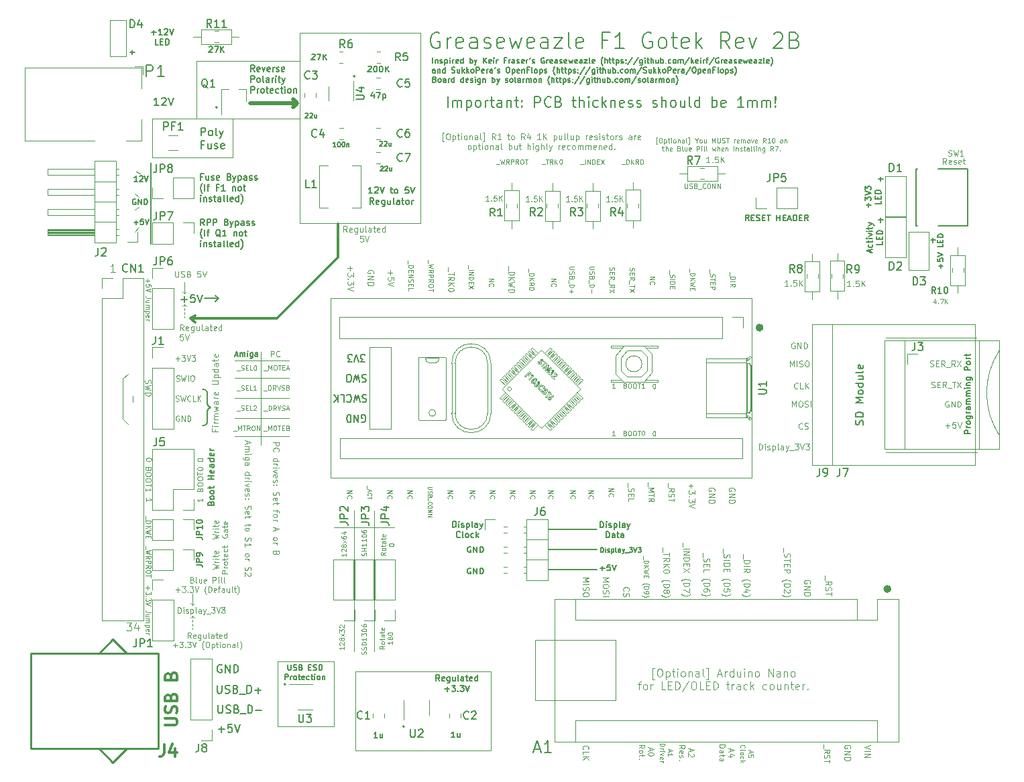
<source format=gbr>
G04 #@! TF.GenerationSoftware,KiCad,Pcbnew,(5.1.9)-1*
G04 #@! TF.CreationDate,2021-03-28T09:01:11+01:00*
G04 #@! TF.ProjectId,Greaseweazle F1 Gotek Rev 2B,47726561-7365-4776-9561-7a6c65204631,2B*
G04 #@! TF.SameCoordinates,PX6312cb0PY6bcb370*
G04 #@! TF.FileFunction,Legend,Top*
G04 #@! TF.FilePolarity,Positive*
%FSLAX46Y46*%
G04 Gerber Fmt 4.6, Leading zero omitted, Abs format (unit mm)*
G04 Created by KiCad (PCBNEW (5.1.9)-1) date 2021-03-28 09:01:11*
%MOMM*%
%LPD*%
G01*
G04 APERTURE LIST*
%ADD10C,0.125000*%
%ADD11C,0.120000*%
%ADD12C,0.150000*%
%ADD13C,0.187500*%
%ADD14C,0.600000*%
%ADD15C,0.200000*%
%ADD16C,0.300000*%
%ADD17C,0.500000*%
%ADD18C,0.254000*%
%ADD19C,0.127000*%
%ADD20C,0.304800*%
G04 APERTURE END LIST*
D10*
X6522166Y5166667D02*
X7222166Y5333334D01*
X6722166Y5466667D01*
X7222166Y5600000D01*
X6522166Y5766667D01*
X7222166Y6033334D02*
X6755500Y6033334D01*
X6888833Y6033334D02*
X6822166Y6066667D01*
X6788833Y6100000D01*
X6755500Y6166667D01*
X6755500Y6233334D01*
X7222166Y6466667D02*
X6755500Y6466667D01*
X6522166Y6466667D02*
X6555500Y6433334D01*
X6588833Y6466667D01*
X6555500Y6500000D01*
X6522166Y6466667D01*
X6588833Y6466667D01*
X6755500Y6700000D02*
X6755500Y6966667D01*
X6522166Y6800000D02*
X7122166Y6800000D01*
X7188833Y6833334D01*
X7222166Y6900000D01*
X7222166Y6966667D01*
X7188833Y7466667D02*
X7222166Y7400000D01*
X7222166Y7266667D01*
X7188833Y7200000D01*
X7122166Y7166667D01*
X6855500Y7166667D01*
X6788833Y7200000D01*
X6755500Y7266667D01*
X6755500Y7400000D01*
X6788833Y7466667D01*
X6855500Y7500000D01*
X6922166Y7500000D01*
X6988833Y7166667D01*
X8397166Y4633334D02*
X7697166Y4633334D01*
X7697166Y4900000D01*
X7730500Y4966667D01*
X7763833Y5000000D01*
X7830500Y5033334D01*
X7930500Y5033334D01*
X7997166Y5000000D01*
X8030500Y4966667D01*
X8063833Y4900000D01*
X8063833Y4633334D01*
X8397166Y5333334D02*
X7930500Y5333334D01*
X8063833Y5333334D02*
X7997166Y5366667D01*
X7963833Y5400000D01*
X7930500Y5466667D01*
X7930500Y5533334D01*
X8397166Y5866667D02*
X8363833Y5800000D01*
X8330500Y5766667D01*
X8263833Y5733334D01*
X8063833Y5733334D01*
X7997166Y5766667D01*
X7963833Y5800000D01*
X7930500Y5866667D01*
X7930500Y5966667D01*
X7963833Y6033334D01*
X7997166Y6066667D01*
X8063833Y6100000D01*
X8263833Y6100000D01*
X8330500Y6066667D01*
X8363833Y6033334D01*
X8397166Y5966667D01*
X8397166Y5866667D01*
X7930500Y6300000D02*
X7930500Y6566667D01*
X7697166Y6400000D02*
X8297166Y6400000D01*
X8363833Y6433334D01*
X8397166Y6500000D01*
X8397166Y6566667D01*
X8363833Y7066667D02*
X8397166Y7000000D01*
X8397166Y6866667D01*
X8363833Y6800000D01*
X8297166Y6766667D01*
X8030500Y6766667D01*
X7963833Y6800000D01*
X7930500Y6866667D01*
X7930500Y7000000D01*
X7963833Y7066667D01*
X8030500Y7100000D01*
X8097166Y7100000D01*
X8163833Y6766667D01*
X8363833Y7700000D02*
X8397166Y7633334D01*
X8397166Y7500000D01*
X8363833Y7433334D01*
X8330500Y7400000D01*
X8263833Y7366667D01*
X8063833Y7366667D01*
X7997166Y7400000D01*
X7963833Y7433334D01*
X7930500Y7500000D01*
X7930500Y7633334D01*
X7963833Y7700000D01*
X7930500Y7900000D02*
X7930500Y8166667D01*
X7697166Y8000000D02*
X8297166Y8000000D01*
X8363833Y8033334D01*
X8397166Y8100000D01*
X8397166Y8166667D01*
X6522166Y8976667D02*
X7222166Y9143334D01*
X6722166Y9276667D01*
X7222166Y9410000D01*
X6522166Y9576667D01*
X7222166Y9843334D02*
X6755500Y9843334D01*
X6888833Y9843334D02*
X6822166Y9876667D01*
X6788833Y9910000D01*
X6755500Y9976667D01*
X6755500Y10043334D01*
X7222166Y10276667D02*
X6755500Y10276667D01*
X6522166Y10276667D02*
X6555500Y10243334D01*
X6588833Y10276667D01*
X6555500Y10310000D01*
X6522166Y10276667D01*
X6588833Y10276667D01*
X6755500Y10510000D02*
X6755500Y10776667D01*
X6522166Y10610000D02*
X7122166Y10610000D01*
X7188833Y10643334D01*
X7222166Y10710000D01*
X7222166Y10776667D01*
X7188833Y11276667D02*
X7222166Y11210000D01*
X7222166Y11076667D01*
X7188833Y11010000D01*
X7122166Y10976667D01*
X6855500Y10976667D01*
X6788833Y11010000D01*
X6755500Y11076667D01*
X6755500Y11210000D01*
X6788833Y11276667D01*
X6855500Y11310000D01*
X6922166Y11310000D01*
X6988833Y10976667D01*
X7730500Y9526667D02*
X7697166Y9460000D01*
X7697166Y9360000D01*
X7730500Y9260000D01*
X7797166Y9193334D01*
X7863833Y9160000D01*
X7997166Y9126667D01*
X8097166Y9126667D01*
X8230500Y9160000D01*
X8297166Y9193334D01*
X8363833Y9260000D01*
X8397166Y9360000D01*
X8397166Y9426667D01*
X8363833Y9526667D01*
X8330500Y9560000D01*
X8097166Y9560000D01*
X8097166Y9426667D01*
X8397166Y10160000D02*
X8030500Y10160000D01*
X7963833Y10126667D01*
X7930500Y10060000D01*
X7930500Y9926667D01*
X7963833Y9860000D01*
X8363833Y10160000D02*
X8397166Y10093334D01*
X8397166Y9926667D01*
X8363833Y9860000D01*
X8297166Y9826667D01*
X8230500Y9826667D01*
X8163833Y9860000D01*
X8130500Y9926667D01*
X8130500Y10093334D01*
X8097166Y10160000D01*
X7930500Y10393334D02*
X7930500Y10660000D01*
X7697166Y10493334D02*
X8297166Y10493334D01*
X8363833Y10526667D01*
X8397166Y10593334D01*
X8397166Y10660000D01*
X8363833Y11160000D02*
X8397166Y11093334D01*
X8397166Y10960000D01*
X8363833Y10893334D01*
X8297166Y10860000D01*
X8030500Y10860000D01*
X7963833Y10893334D01*
X7930500Y10960000D01*
X7930500Y11093334D01*
X7963833Y11160000D01*
X8030500Y11193334D01*
X8097166Y11193334D01*
X8163833Y10860000D01*
X-1693858Y41857286D02*
X-1693858Y41400143D01*
X-1922429Y41628715D02*
X-1465286Y41628715D01*
X-1322429Y40828715D02*
X-1322429Y41114429D01*
X-1608143Y41143000D01*
X-1579572Y41114429D01*
X-1551000Y41057286D01*
X-1551000Y40914429D01*
X-1579572Y40857286D01*
X-1608143Y40828715D01*
X-1665286Y40800143D01*
X-1808143Y40800143D01*
X-1865286Y40828715D01*
X-1893858Y40857286D01*
X-1922429Y40914429D01*
X-1922429Y41057286D01*
X-1893858Y41114429D01*
X-1865286Y41143000D01*
X-1322429Y40628715D02*
X-1922429Y40428715D01*
X-1322429Y40228715D01*
X-1322429Y39400143D02*
X-1751000Y39400143D01*
X-1836715Y39428715D01*
X-1893858Y39485858D01*
X-1922429Y39571572D01*
X-1922429Y39628715D01*
X-1522429Y38857286D02*
X-1922429Y38857286D01*
X-1522429Y39114429D02*
X-1836715Y39114429D01*
X-1893858Y39085858D01*
X-1922429Y39028715D01*
X-1922429Y38943000D01*
X-1893858Y38885858D01*
X-1865286Y38857286D01*
X-1922429Y38571572D02*
X-1522429Y38571572D01*
X-1579572Y38571572D02*
X-1551000Y38543000D01*
X-1522429Y38485858D01*
X-1522429Y38400143D01*
X-1551000Y38343000D01*
X-1608143Y38314429D01*
X-1922429Y38314429D01*
X-1608143Y38314429D02*
X-1551000Y38285858D01*
X-1522429Y38228715D01*
X-1522429Y38143000D01*
X-1551000Y38085858D01*
X-1608143Y38057286D01*
X-1922429Y38057286D01*
X-1522429Y37771572D02*
X-2122429Y37771572D01*
X-1551000Y37771572D02*
X-1522429Y37714429D01*
X-1522429Y37600143D01*
X-1551000Y37543000D01*
X-1579572Y37514429D01*
X-1636715Y37485858D01*
X-1808143Y37485858D01*
X-1865286Y37514429D01*
X-1893858Y37543000D01*
X-1922429Y37600143D01*
X-1922429Y37714429D01*
X-1893858Y37771572D01*
X-1893858Y37000143D02*
X-1922429Y37057286D01*
X-1922429Y37171572D01*
X-1893858Y37228715D01*
X-1836715Y37257286D01*
X-1608143Y37257286D01*
X-1551000Y37228715D01*
X-1522429Y37171572D01*
X-1522429Y37057286D01*
X-1551000Y37000143D01*
X-1608143Y36971572D01*
X-1665286Y36971572D01*
X-1722429Y37257286D01*
X-1922429Y36714429D02*
X-1522429Y36714429D01*
X-1636715Y36714429D02*
X-1579572Y36685858D01*
X-1551000Y36657286D01*
X-1522429Y36600143D01*
X-1522429Y36543000D01*
X-1693858Y3042858D02*
X-1693858Y2585715D01*
X-1922429Y2814286D02*
X-1465286Y2814286D01*
X-1322429Y2357143D02*
X-1322429Y1985715D01*
X-1551000Y2185715D01*
X-1551000Y2100000D01*
X-1579572Y2042858D01*
X-1608143Y2014286D01*
X-1665286Y1985715D01*
X-1808143Y1985715D01*
X-1865286Y2014286D01*
X-1893858Y2042858D01*
X-1922429Y2100000D01*
X-1922429Y2271429D01*
X-1893858Y2328572D01*
X-1865286Y2357143D01*
X-1865286Y1728572D02*
X-1893858Y1700000D01*
X-1922429Y1728572D01*
X-1893858Y1757143D01*
X-1865286Y1728572D01*
X-1922429Y1728572D01*
X-1322429Y1500000D02*
X-1322429Y1128572D01*
X-1551000Y1328572D01*
X-1551000Y1242858D01*
X-1579572Y1185715D01*
X-1608143Y1157143D01*
X-1665286Y1128572D01*
X-1808143Y1128572D01*
X-1865286Y1157143D01*
X-1893858Y1185715D01*
X-1922429Y1242858D01*
X-1922429Y1414286D01*
X-1893858Y1471429D01*
X-1865286Y1500000D01*
X-1322429Y957143D02*
X-1922429Y757143D01*
X-1322429Y557143D01*
X-1322429Y-271428D02*
X-1751000Y-271428D01*
X-1836715Y-242857D01*
X-1893858Y-185714D01*
X-1922429Y-100000D01*
X-1922429Y-42857D01*
X-1522429Y-814285D02*
X-1922429Y-814285D01*
X-1522429Y-557142D02*
X-1836715Y-557142D01*
X-1893858Y-585714D01*
X-1922429Y-642857D01*
X-1922429Y-728571D01*
X-1893858Y-785714D01*
X-1865286Y-814285D01*
X-1922429Y-1100000D02*
X-1522429Y-1100000D01*
X-1579572Y-1100000D02*
X-1551000Y-1128571D01*
X-1522429Y-1185714D01*
X-1522429Y-1271428D01*
X-1551000Y-1328571D01*
X-1608143Y-1357142D01*
X-1922429Y-1357142D01*
X-1608143Y-1357142D02*
X-1551000Y-1385714D01*
X-1522429Y-1442857D01*
X-1522429Y-1528571D01*
X-1551000Y-1585714D01*
X-1608143Y-1614285D01*
X-1922429Y-1614285D01*
X-1522429Y-1900000D02*
X-2122429Y-1900000D01*
X-1551000Y-1900000D02*
X-1522429Y-1957142D01*
X-1522429Y-2071428D01*
X-1551000Y-2128571D01*
X-1579572Y-2157142D01*
X-1636715Y-2185714D01*
X-1808143Y-2185714D01*
X-1865286Y-2157142D01*
X-1893858Y-2128571D01*
X-1922429Y-2071428D01*
X-1922429Y-1957142D01*
X-1893858Y-1900000D01*
X-1893858Y-2671428D02*
X-1922429Y-2614285D01*
X-1922429Y-2500000D01*
X-1893858Y-2442857D01*
X-1836715Y-2414285D01*
X-1608143Y-2414285D01*
X-1551000Y-2442857D01*
X-1522429Y-2500000D01*
X-1522429Y-2614285D01*
X-1551000Y-2671428D01*
X-1608143Y-2700000D01*
X-1665286Y-2700000D01*
X-1722429Y-2414285D01*
X-1922429Y-2957142D02*
X-1522429Y-2957142D01*
X-1636715Y-2957142D02*
X-1579572Y-2985714D01*
X-1551000Y-3014285D01*
X-1522429Y-3071428D01*
X-1522429Y-3128571D01*
X-1979572Y11856858D02*
X-1979572Y11399715D01*
X-1922429Y11256858D02*
X-1322429Y11256858D01*
X-1322429Y11114000D01*
X-1351000Y11028286D01*
X-1408143Y10971143D01*
X-1465286Y10942572D01*
X-1579572Y10914000D01*
X-1665286Y10914000D01*
X-1779572Y10942572D01*
X-1836715Y10971143D01*
X-1893858Y11028286D01*
X-1922429Y11114000D01*
X-1922429Y11256858D01*
X-1922429Y10656858D02*
X-1322429Y10656858D01*
X-1922429Y10314000D02*
X-1579572Y10571143D01*
X-1322429Y10314000D02*
X-1665286Y10656858D01*
X-1322429Y10114000D02*
X-1922429Y9971143D01*
X-1493858Y9856858D01*
X-1922429Y9742572D01*
X-1322429Y9599715D01*
X-1608143Y9371143D02*
X-1608143Y9171143D01*
X-1922429Y9085429D02*
X-1922429Y9371143D01*
X-1322429Y9371143D01*
X-1322429Y9085429D01*
X-1979572Y8110286D02*
X-1979572Y7653143D01*
X-1322429Y7567429D02*
X-1922429Y7424572D01*
X-1493858Y7310286D01*
X-1922429Y7196000D01*
X-1322429Y7053143D01*
X-1922429Y6481715D02*
X-1636715Y6681715D01*
X-1922429Y6824572D02*
X-1322429Y6824572D01*
X-1322429Y6596000D01*
X-1351000Y6538858D01*
X-1379572Y6510286D01*
X-1436715Y6481715D01*
X-1522429Y6481715D01*
X-1579572Y6510286D01*
X-1608143Y6538858D01*
X-1636715Y6596000D01*
X-1636715Y6824572D01*
X-1922429Y6224572D02*
X-1322429Y6224572D01*
X-1322429Y5996000D01*
X-1351000Y5938858D01*
X-1379572Y5910286D01*
X-1436715Y5881715D01*
X-1522429Y5881715D01*
X-1579572Y5910286D01*
X-1608143Y5938858D01*
X-1636715Y5996000D01*
X-1636715Y6224572D01*
X-1922429Y5281715D02*
X-1636715Y5481715D01*
X-1922429Y5624572D02*
X-1322429Y5624572D01*
X-1322429Y5396000D01*
X-1351000Y5338858D01*
X-1379572Y5310286D01*
X-1436715Y5281715D01*
X-1522429Y5281715D01*
X-1579572Y5310286D01*
X-1608143Y5338858D01*
X-1636715Y5396000D01*
X-1636715Y5624572D01*
X-1322429Y4910286D02*
X-1322429Y4796000D01*
X-1351000Y4738858D01*
X-1408143Y4681715D01*
X-1522429Y4653143D01*
X-1722429Y4653143D01*
X-1836715Y4681715D01*
X-1893858Y4738858D01*
X-1922429Y4796000D01*
X-1922429Y4910286D01*
X-1893858Y4967429D01*
X-1836715Y5024572D01*
X-1722429Y5053143D01*
X-1522429Y5053143D01*
X-1408143Y5024572D01*
X-1351000Y4967429D01*
X-1322429Y4910286D01*
X-1322429Y4481715D02*
X-1322429Y4138858D01*
X-1922429Y4310286D02*
X-1322429Y4310286D01*
D11*
X-2794000Y48387000D02*
X-3302000Y47752000D01*
X-2794000Y50927000D02*
X-3302000Y50546000D01*
X-2794000Y52197000D02*
X-3302000Y52578000D01*
X-2667000Y55118000D02*
X-3175000Y55372000D01*
D12*
X-1270000Y56515000D02*
X-1270000Y46228000D01*
D11*
X9017000Y57150000D02*
X9017000Y62103000D01*
X-1143000Y57150000D02*
X-1143000Y62103000D01*
X-1143000Y57150000D02*
X9017000Y57150000D01*
X-1143000Y62103000D02*
X6985000Y62103000D01*
D12*
X5034595Y59935620D02*
X5034595Y60935620D01*
X5415547Y60935620D01*
X5510785Y60888000D01*
X5558404Y60840381D01*
X5606023Y60745143D01*
X5606023Y60602286D01*
X5558404Y60507048D01*
X5510785Y60459429D01*
X5415547Y60411810D01*
X5034595Y60411810D01*
X6177452Y59935620D02*
X6082214Y59983239D01*
X6034595Y60030858D01*
X5986976Y60126096D01*
X5986976Y60411810D01*
X6034595Y60507048D01*
X6082214Y60554667D01*
X6177452Y60602286D01*
X6320309Y60602286D01*
X6415547Y60554667D01*
X6463166Y60507048D01*
X6510785Y60411810D01*
X6510785Y60126096D01*
X6463166Y60030858D01*
X6415547Y59983239D01*
X6320309Y59935620D01*
X6177452Y59935620D01*
X7082214Y59935620D02*
X6986976Y59983239D01*
X6939357Y60078477D01*
X6939357Y60935620D01*
X7367928Y60602286D02*
X7606023Y59935620D01*
X7844119Y60602286D02*
X7606023Y59935620D01*
X7510785Y59697524D01*
X7463166Y59649905D01*
X7367928Y59602286D01*
X5367928Y58809429D02*
X5034595Y58809429D01*
X5034595Y58285620D02*
X5034595Y59285620D01*
X5510785Y59285620D01*
X6320309Y58952286D02*
X6320309Y58285620D01*
X5891738Y58952286D02*
X5891738Y58428477D01*
X5939357Y58333239D01*
X6034595Y58285620D01*
X6177452Y58285620D01*
X6272690Y58333239D01*
X6320309Y58380858D01*
X6748880Y58333239D02*
X6844119Y58285620D01*
X7034595Y58285620D01*
X7129833Y58333239D01*
X7177452Y58428477D01*
X7177452Y58476096D01*
X7129833Y58571334D01*
X7034595Y58618953D01*
X6891738Y58618953D01*
X6796500Y58666572D01*
X6748880Y58761810D01*
X6748880Y58809429D01*
X6796500Y58904667D01*
X6891738Y58952286D01*
X7034595Y58952286D01*
X7129833Y58904667D01*
X7986976Y58333239D02*
X7891738Y58285620D01*
X7701261Y58285620D01*
X7606023Y58333239D01*
X7558404Y58428477D01*
X7558404Y58809429D01*
X7606023Y58904667D01*
X7701261Y58952286D01*
X7891738Y58952286D01*
X7986976Y58904667D01*
X8034595Y58809429D01*
X8034595Y58714191D01*
X7558404Y58618953D01*
X5253642Y54747143D02*
X4986976Y54747143D01*
X4986976Y54328096D02*
X4986976Y55128096D01*
X5367928Y55128096D01*
X6015547Y54861429D02*
X6015547Y54328096D01*
X5672690Y54861429D02*
X5672690Y54442381D01*
X5710785Y54366191D01*
X5786976Y54328096D01*
X5901261Y54328096D01*
X5977452Y54366191D01*
X6015547Y54404286D01*
X6358404Y54366191D02*
X6434595Y54328096D01*
X6586976Y54328096D01*
X6663166Y54366191D01*
X6701261Y54442381D01*
X6701261Y54480477D01*
X6663166Y54556667D01*
X6586976Y54594762D01*
X6472690Y54594762D01*
X6396500Y54632858D01*
X6358404Y54709048D01*
X6358404Y54747143D01*
X6396500Y54823334D01*
X6472690Y54861429D01*
X6586976Y54861429D01*
X6663166Y54823334D01*
X7348880Y54366191D02*
X7272690Y54328096D01*
X7120309Y54328096D01*
X7044119Y54366191D01*
X7006023Y54442381D01*
X7006023Y54747143D01*
X7044119Y54823334D01*
X7120309Y54861429D01*
X7272690Y54861429D01*
X7348880Y54823334D01*
X7386976Y54747143D01*
X7386976Y54670953D01*
X7006023Y54594762D01*
X8606023Y54747143D02*
X8720309Y54709048D01*
X8758404Y54670953D01*
X8796500Y54594762D01*
X8796500Y54480477D01*
X8758404Y54404286D01*
X8720309Y54366191D01*
X8644119Y54328096D01*
X8339357Y54328096D01*
X8339357Y55128096D01*
X8606023Y55128096D01*
X8682214Y55090000D01*
X8720309Y55051905D01*
X8758404Y54975715D01*
X8758404Y54899524D01*
X8720309Y54823334D01*
X8682214Y54785239D01*
X8606023Y54747143D01*
X8339357Y54747143D01*
X9063166Y54861429D02*
X9253642Y54328096D01*
X9444119Y54861429D02*
X9253642Y54328096D01*
X9177452Y54137620D01*
X9139357Y54099524D01*
X9063166Y54061429D01*
X9748880Y54861429D02*
X9748880Y54061429D01*
X9748880Y54823334D02*
X9825071Y54861429D01*
X9977452Y54861429D01*
X10053642Y54823334D01*
X10091738Y54785239D01*
X10129833Y54709048D01*
X10129833Y54480477D01*
X10091738Y54404286D01*
X10053642Y54366191D01*
X9977452Y54328096D01*
X9825071Y54328096D01*
X9748880Y54366191D01*
X10815547Y54328096D02*
X10815547Y54747143D01*
X10777452Y54823334D01*
X10701261Y54861429D01*
X10548880Y54861429D01*
X10472690Y54823334D01*
X10815547Y54366191D02*
X10739357Y54328096D01*
X10548880Y54328096D01*
X10472690Y54366191D01*
X10434595Y54442381D01*
X10434595Y54518572D01*
X10472690Y54594762D01*
X10548880Y54632858D01*
X10739357Y54632858D01*
X10815547Y54670953D01*
X11158404Y54366191D02*
X11234595Y54328096D01*
X11386976Y54328096D01*
X11463166Y54366191D01*
X11501261Y54442381D01*
X11501261Y54480477D01*
X11463166Y54556667D01*
X11386976Y54594762D01*
X11272690Y54594762D01*
X11196500Y54632858D01*
X11158404Y54709048D01*
X11158404Y54747143D01*
X11196500Y54823334D01*
X11272690Y54861429D01*
X11386976Y54861429D01*
X11463166Y54823334D01*
X11806023Y54366191D02*
X11882214Y54328096D01*
X12034595Y54328096D01*
X12110785Y54366191D01*
X12148880Y54442381D01*
X12148880Y54480477D01*
X12110785Y54556667D01*
X12034595Y54594762D01*
X11920309Y54594762D01*
X11844119Y54632858D01*
X11806023Y54709048D01*
X11806023Y54747143D01*
X11844119Y54823334D01*
X11920309Y54861429D01*
X12034595Y54861429D01*
X12110785Y54823334D01*
X5215547Y52673334D02*
X5177452Y52711429D01*
X5101261Y52825715D01*
X5063166Y52901905D01*
X5025071Y53016191D01*
X4986976Y53206667D01*
X4986976Y53359048D01*
X5025071Y53549524D01*
X5063166Y53663810D01*
X5101261Y53740000D01*
X5177452Y53854286D01*
X5215547Y53892381D01*
X5520309Y52978096D02*
X5520309Y53778096D01*
X5786976Y53511429D02*
X6091738Y53511429D01*
X5901261Y52978096D02*
X5901261Y53663810D01*
X5939357Y53740000D01*
X6015547Y53778096D01*
X6091738Y53778096D01*
X7234595Y53397143D02*
X6967928Y53397143D01*
X6967928Y52978096D02*
X6967928Y53778096D01*
X7348880Y53778096D01*
X8072690Y52978096D02*
X7615547Y52978096D01*
X7844119Y52978096D02*
X7844119Y53778096D01*
X7767928Y53663810D01*
X7691738Y53587620D01*
X7615547Y53549524D01*
X9025071Y53511429D02*
X9025071Y52978096D01*
X9025071Y53435239D02*
X9063166Y53473334D01*
X9139357Y53511429D01*
X9253642Y53511429D01*
X9329833Y53473334D01*
X9367928Y53397143D01*
X9367928Y52978096D01*
X9863166Y52978096D02*
X9786976Y53016191D01*
X9748880Y53054286D01*
X9710785Y53130477D01*
X9710785Y53359048D01*
X9748880Y53435239D01*
X9786976Y53473334D01*
X9863166Y53511429D01*
X9977452Y53511429D01*
X10053642Y53473334D01*
X10091738Y53435239D01*
X10129833Y53359048D01*
X10129833Y53130477D01*
X10091738Y53054286D01*
X10053642Y53016191D01*
X9977452Y52978096D01*
X9863166Y52978096D01*
X10358404Y53511429D02*
X10663166Y53511429D01*
X10472690Y53778096D02*
X10472690Y53092381D01*
X10510785Y53016191D01*
X10586976Y52978096D01*
X10663166Y52978096D01*
X4986976Y51628096D02*
X4986976Y52161429D01*
X4986976Y52428096D02*
X4948880Y52390000D01*
X4986976Y52351905D01*
X5025071Y52390000D01*
X4986976Y52428096D01*
X4986976Y52351905D01*
X5367928Y52161429D02*
X5367928Y51628096D01*
X5367928Y52085239D02*
X5406023Y52123334D01*
X5482214Y52161429D01*
X5596500Y52161429D01*
X5672690Y52123334D01*
X5710785Y52047143D01*
X5710785Y51628096D01*
X6053642Y51666191D02*
X6129833Y51628096D01*
X6282214Y51628096D01*
X6358404Y51666191D01*
X6396500Y51742381D01*
X6396500Y51780477D01*
X6358404Y51856667D01*
X6282214Y51894762D01*
X6167928Y51894762D01*
X6091738Y51932858D01*
X6053642Y52009048D01*
X6053642Y52047143D01*
X6091738Y52123334D01*
X6167928Y52161429D01*
X6282214Y52161429D01*
X6358404Y52123334D01*
X6625071Y52161429D02*
X6929833Y52161429D01*
X6739357Y52428096D02*
X6739357Y51742381D01*
X6777452Y51666191D01*
X6853642Y51628096D01*
X6929833Y51628096D01*
X7539357Y51628096D02*
X7539357Y52047143D01*
X7501261Y52123334D01*
X7425071Y52161429D01*
X7272690Y52161429D01*
X7196500Y52123334D01*
X7539357Y51666191D02*
X7463166Y51628096D01*
X7272690Y51628096D01*
X7196500Y51666191D01*
X7158404Y51742381D01*
X7158404Y51818572D01*
X7196500Y51894762D01*
X7272690Y51932858D01*
X7463166Y51932858D01*
X7539357Y51970953D01*
X8034595Y51628096D02*
X7958404Y51666191D01*
X7920309Y51742381D01*
X7920309Y52428096D01*
X8453642Y51628096D02*
X8377452Y51666191D01*
X8339357Y51742381D01*
X8339357Y52428096D01*
X9063166Y51666191D02*
X8986976Y51628096D01*
X8834595Y51628096D01*
X8758404Y51666191D01*
X8720309Y51742381D01*
X8720309Y52047143D01*
X8758404Y52123334D01*
X8834595Y52161429D01*
X8986976Y52161429D01*
X9063166Y52123334D01*
X9101261Y52047143D01*
X9101261Y51970953D01*
X8720309Y51894762D01*
X9786976Y51628096D02*
X9786976Y52428096D01*
X9786976Y51666191D02*
X9710785Y51628096D01*
X9558404Y51628096D01*
X9482214Y51666191D01*
X9444119Y51704286D01*
X9406023Y51780477D01*
X9406023Y52009048D01*
X9444119Y52085239D01*
X9482214Y52123334D01*
X9558404Y52161429D01*
X9710785Y52161429D01*
X9786976Y52123334D01*
X10091738Y51323334D02*
X10129833Y51361429D01*
X10206023Y51475715D01*
X10244119Y51551905D01*
X10282214Y51666191D01*
X10320309Y51856667D01*
X10320309Y52009048D01*
X10282214Y52199524D01*
X10244119Y52313810D01*
X10206023Y52390000D01*
X10129833Y52504286D01*
X10091738Y52542381D01*
X-1194429Y72973929D02*
X-623000Y72973929D01*
X-908715Y72688215D02*
X-908715Y73259643D01*
X127000Y72688215D02*
X-301572Y72688215D01*
X-87286Y72688215D02*
X-87286Y73438215D01*
X-158715Y73331072D01*
X-230143Y73259643D01*
X-301572Y73223929D01*
X412714Y73366786D02*
X448428Y73402500D01*
X519857Y73438215D01*
X698428Y73438215D01*
X769857Y73402500D01*
X805571Y73366786D01*
X841285Y73295358D01*
X841285Y73223929D01*
X805571Y73116786D01*
X377000Y72688215D01*
X841285Y72688215D01*
X1055571Y73438215D02*
X1305571Y72688215D01*
X1555571Y73438215D01*
X-355143Y71413215D02*
X-712286Y71413215D01*
X-712286Y72163215D01*
X-105143Y71806072D02*
X144857Y71806072D01*
X252000Y71413215D02*
X-105143Y71413215D01*
X-105143Y72163215D01*
X252000Y72163215D01*
X573428Y71413215D02*
X573428Y72163215D01*
X752000Y72163215D01*
X859142Y72127500D01*
X930571Y72056072D01*
X966285Y71984643D01*
X1002000Y71841786D01*
X1002000Y71734643D01*
X966285Y71591786D01*
X930571Y71520358D01*
X859142Y71448929D01*
X752000Y71413215D01*
X573428Y71413215D01*
D13*
X-3629429Y70199286D02*
X-3629429Y70770715D01*
X-3343715Y70485000D02*
X-3915143Y70485000D01*
D14*
X75765000Y35687000D02*
G75*
G03*
X75765000Y35687000I-200000J0D01*
G01*
X91894000Y2667000D02*
G75*
G03*
X91894000Y2667000I-200000J0D01*
G01*
D15*
X30707000Y-14732000D02*
G75*
G03*
X30707000Y-14732000I-100000J0D01*
G01*
X15721000Y-9398000D02*
G75*
G03*
X15721000Y-9398000I-100000J0D01*
G01*
X7085000Y63500000D02*
G75*
G03*
X7085000Y63500000I-100000J0D01*
G01*
X24484000Y67437000D02*
G75*
G03*
X24484000Y67437000I-100000J0D01*
G01*
D10*
X57321428Y22080572D02*
X56978571Y22080572D01*
X57150000Y22080572D02*
X57150000Y22680572D01*
X57092857Y22594858D01*
X57035714Y22537715D01*
X56978571Y22509143D01*
X62258571Y22023429D02*
X62201428Y22023429D01*
X62144285Y22052000D01*
X62115714Y22080572D01*
X62087142Y22137715D01*
X62058571Y22252000D01*
X62058571Y22394858D01*
X62087142Y22509143D01*
X62115714Y22566286D01*
X62144285Y22594858D01*
X62201428Y22623429D01*
X62258571Y22623429D01*
X62315714Y22594858D01*
X62344285Y22566286D01*
X62372857Y22509143D01*
X62401428Y22394858D01*
X62401428Y22252000D01*
X62372857Y22137715D01*
X62344285Y22080572D01*
X62315714Y22052000D01*
X62258571Y22023429D01*
X62258571Y27992429D02*
X62201428Y27992429D01*
X62144285Y28021000D01*
X62115714Y28049572D01*
X62087142Y28106715D01*
X62058571Y28221000D01*
X62058571Y28363858D01*
X62087142Y28478143D01*
X62115714Y28535286D01*
X62144285Y28563858D01*
X62201428Y28592429D01*
X62258571Y28592429D01*
X62315714Y28563858D01*
X62344285Y28535286D01*
X62372857Y28478143D01*
X62401428Y28363858D01*
X62401428Y28221000D01*
X62372857Y28106715D01*
X62344285Y28049572D01*
X62315714Y28021000D01*
X62258571Y27992429D01*
X57321428Y28049572D02*
X56978571Y28049572D01*
X57150000Y28049572D02*
X57150000Y28649572D01*
X57092857Y28563858D01*
X57035714Y28506715D01*
X56978571Y28478143D01*
X58590000Y28363858D02*
X58675714Y28335286D01*
X58704285Y28306715D01*
X58732857Y28249572D01*
X58732857Y28163858D01*
X58704285Y28106715D01*
X58675714Y28078143D01*
X58618571Y28049572D01*
X58390000Y28049572D01*
X58390000Y28649572D01*
X58590000Y28649572D01*
X58647142Y28621000D01*
X58675714Y28592429D01*
X58704285Y28535286D01*
X58704285Y28478143D01*
X58675714Y28421000D01*
X58647142Y28392429D01*
X58590000Y28363858D01*
X58390000Y28363858D01*
X59104285Y28649572D02*
X59218571Y28649572D01*
X59275714Y28621000D01*
X59332857Y28563858D01*
X59361428Y28449572D01*
X59361428Y28249572D01*
X59332857Y28135286D01*
X59275714Y28078143D01*
X59218571Y28049572D01*
X59104285Y28049572D01*
X59047142Y28078143D01*
X58990000Y28135286D01*
X58961428Y28249572D01*
X58961428Y28449572D01*
X58990000Y28563858D01*
X59047142Y28621000D01*
X59104285Y28649572D01*
X59732857Y28649572D02*
X59847142Y28649572D01*
X59904285Y28621000D01*
X59961428Y28563858D01*
X59990000Y28449572D01*
X59990000Y28249572D01*
X59961428Y28135286D01*
X59904285Y28078143D01*
X59847142Y28049572D01*
X59732857Y28049572D01*
X59675714Y28078143D01*
X59618571Y28135286D01*
X59590000Y28249572D01*
X59590000Y28449572D01*
X59618571Y28563858D01*
X59675714Y28621000D01*
X59732857Y28649572D01*
X60161428Y28649572D02*
X60504285Y28649572D01*
X60332857Y28049572D02*
X60332857Y28649572D01*
X61018571Y28049572D02*
X60675714Y28049572D01*
X60847142Y28049572D02*
X60847142Y28649572D01*
X60790000Y28563858D01*
X60732857Y28506715D01*
X60675714Y28478143D01*
X58590000Y22394858D02*
X58675714Y22366286D01*
X58704285Y22337715D01*
X58732857Y22280572D01*
X58732857Y22194858D01*
X58704285Y22137715D01*
X58675714Y22109143D01*
X58618571Y22080572D01*
X58390000Y22080572D01*
X58390000Y22680572D01*
X58590000Y22680572D01*
X58647142Y22652000D01*
X58675714Y22623429D01*
X58704285Y22566286D01*
X58704285Y22509143D01*
X58675714Y22452000D01*
X58647142Y22423429D01*
X58590000Y22394858D01*
X58390000Y22394858D01*
X59104285Y22680572D02*
X59218571Y22680572D01*
X59275714Y22652000D01*
X59332857Y22594858D01*
X59361428Y22480572D01*
X59361428Y22280572D01*
X59332857Y22166286D01*
X59275714Y22109143D01*
X59218571Y22080572D01*
X59104285Y22080572D01*
X59047142Y22109143D01*
X58990000Y22166286D01*
X58961428Y22280572D01*
X58961428Y22480572D01*
X58990000Y22594858D01*
X59047142Y22652000D01*
X59104285Y22680572D01*
X59732857Y22680572D02*
X59847142Y22680572D01*
X59904285Y22652000D01*
X59961428Y22594858D01*
X59990000Y22480572D01*
X59990000Y22280572D01*
X59961428Y22166286D01*
X59904285Y22109143D01*
X59847142Y22080572D01*
X59732857Y22080572D01*
X59675714Y22109143D01*
X59618571Y22166286D01*
X59590000Y22280572D01*
X59590000Y22480572D01*
X59618571Y22594858D01*
X59675714Y22652000D01*
X59732857Y22680572D01*
X60161428Y22680572D02*
X60504285Y22680572D01*
X60332857Y22080572D02*
X60332857Y22680572D01*
X60818571Y22680572D02*
X60875714Y22680572D01*
X60932857Y22652000D01*
X60961428Y22623429D01*
X60990000Y22566286D01*
X61018571Y22452000D01*
X61018571Y22309143D01*
X60990000Y22194858D01*
X60961428Y22137715D01*
X60932857Y22109143D01*
X60875714Y22080572D01*
X60818571Y22080572D01*
X60761428Y22109143D01*
X60732857Y22137715D01*
X60704285Y22194858D01*
X60675714Y22309143D01*
X60675714Y22452000D01*
X60704285Y22566286D01*
X60732857Y22623429D01*
X60761428Y22652000D01*
X60818571Y22680572D01*
D11*
X21844000Y10414000D02*
X29464000Y10414000D01*
X26924000Y12573000D02*
X26924000Y-5207000D01*
X24384000Y12573000D02*
X24384000Y-5207000D01*
D10*
X28333928Y7297858D02*
X28048214Y7097858D01*
X28333928Y6955000D02*
X27733928Y6955000D01*
X27733928Y7183572D01*
X27762500Y7240715D01*
X27791071Y7269286D01*
X27848214Y7297858D01*
X27933928Y7297858D01*
X27991071Y7269286D01*
X28019642Y7240715D01*
X28048214Y7183572D01*
X28048214Y6955000D01*
X28333928Y7640715D02*
X28305357Y7583572D01*
X28276785Y7555000D01*
X28219642Y7526429D01*
X28048214Y7526429D01*
X27991071Y7555000D01*
X27962500Y7583572D01*
X27933928Y7640715D01*
X27933928Y7726429D01*
X27962500Y7783572D01*
X27991071Y7812143D01*
X28048214Y7840715D01*
X28219642Y7840715D01*
X28276785Y7812143D01*
X28305357Y7783572D01*
X28333928Y7726429D01*
X28333928Y7640715D01*
X27933928Y8012143D02*
X27933928Y8240715D01*
X27733928Y8097858D02*
X28248214Y8097858D01*
X28305357Y8126429D01*
X28333928Y8183572D01*
X28333928Y8240715D01*
X28333928Y8697858D02*
X28019642Y8697858D01*
X27962500Y8669286D01*
X27933928Y8612143D01*
X27933928Y8497858D01*
X27962500Y8440715D01*
X28305357Y8697858D02*
X28333928Y8640715D01*
X28333928Y8497858D01*
X28305357Y8440715D01*
X28248214Y8412143D01*
X28191071Y8412143D01*
X28133928Y8440715D01*
X28105357Y8497858D01*
X28105357Y8640715D01*
X28076785Y8697858D01*
X27933928Y8897858D02*
X27933928Y9126429D01*
X27733928Y8983572D02*
X28248214Y8983572D01*
X28305357Y9012143D01*
X28333928Y9069286D01*
X28333928Y9126429D01*
X28305357Y9555000D02*
X28333928Y9497858D01*
X28333928Y9383572D01*
X28305357Y9326429D01*
X28248214Y9297858D01*
X28019642Y9297858D01*
X27962500Y9326429D01*
X27933928Y9383572D01*
X27933928Y9497858D01*
X27962500Y9555000D01*
X28019642Y9583572D01*
X28076785Y9583572D01*
X28133928Y9297858D01*
X28758928Y8226429D02*
X28758928Y8283572D01*
X28787500Y8340715D01*
X28816071Y8369286D01*
X28873214Y8397858D01*
X28987500Y8426429D01*
X29130357Y8426429D01*
X29244642Y8397858D01*
X29301785Y8369286D01*
X29330357Y8340715D01*
X29358928Y8283572D01*
X29358928Y8226429D01*
X29330357Y8169286D01*
X29301785Y8140715D01*
X29244642Y8112143D01*
X29130357Y8083572D01*
X28987500Y8083572D01*
X28873214Y8112143D01*
X28816071Y8140715D01*
X28787500Y8169286D01*
X28758928Y8226429D01*
X28206928Y-4513142D02*
X27921214Y-4713142D01*
X28206928Y-4856000D02*
X27606928Y-4856000D01*
X27606928Y-4627428D01*
X27635500Y-4570285D01*
X27664071Y-4541714D01*
X27721214Y-4513142D01*
X27806928Y-4513142D01*
X27864071Y-4541714D01*
X27892642Y-4570285D01*
X27921214Y-4627428D01*
X27921214Y-4856000D01*
X28206928Y-4170285D02*
X28178357Y-4227428D01*
X28149785Y-4256000D01*
X28092642Y-4284571D01*
X27921214Y-4284571D01*
X27864071Y-4256000D01*
X27835500Y-4227428D01*
X27806928Y-4170285D01*
X27806928Y-4084571D01*
X27835500Y-4027428D01*
X27864071Y-3998857D01*
X27921214Y-3970285D01*
X28092642Y-3970285D01*
X28149785Y-3998857D01*
X28178357Y-4027428D01*
X28206928Y-4084571D01*
X28206928Y-4170285D01*
X27806928Y-3798857D02*
X27806928Y-3570285D01*
X27606928Y-3713142D02*
X28121214Y-3713142D01*
X28178357Y-3684571D01*
X28206928Y-3627428D01*
X28206928Y-3570285D01*
X28206928Y-3113142D02*
X27892642Y-3113142D01*
X27835500Y-3141714D01*
X27806928Y-3198857D01*
X27806928Y-3313142D01*
X27835500Y-3370285D01*
X28178357Y-3113142D02*
X28206928Y-3170285D01*
X28206928Y-3313142D01*
X28178357Y-3370285D01*
X28121214Y-3398857D01*
X28064071Y-3398857D01*
X28006928Y-3370285D01*
X27978357Y-3313142D01*
X27978357Y-3170285D01*
X27949785Y-3113142D01*
X27806928Y-2913142D02*
X27806928Y-2684571D01*
X27606928Y-2827428D02*
X28121214Y-2827428D01*
X28178357Y-2798857D01*
X28206928Y-2741714D01*
X28206928Y-2684571D01*
X28178357Y-2256000D02*
X28206928Y-2313142D01*
X28206928Y-2427428D01*
X28178357Y-2484571D01*
X28121214Y-2513142D01*
X27892642Y-2513142D01*
X27835500Y-2484571D01*
X27806928Y-2427428D01*
X27806928Y-2313142D01*
X27835500Y-2256000D01*
X27892642Y-2227428D01*
X27949785Y-2227428D01*
X28006928Y-2513142D01*
X29231928Y-3956000D02*
X29231928Y-4298857D01*
X29231928Y-4127428D02*
X28631928Y-4127428D01*
X28717642Y-4184571D01*
X28774785Y-4241714D01*
X28803357Y-4298857D01*
X28889071Y-3613142D02*
X28860500Y-3670285D01*
X28831928Y-3698857D01*
X28774785Y-3727428D01*
X28746214Y-3727428D01*
X28689071Y-3698857D01*
X28660500Y-3670285D01*
X28631928Y-3613142D01*
X28631928Y-3498857D01*
X28660500Y-3441714D01*
X28689071Y-3413142D01*
X28746214Y-3384571D01*
X28774785Y-3384571D01*
X28831928Y-3413142D01*
X28860500Y-3441714D01*
X28889071Y-3498857D01*
X28889071Y-3613142D01*
X28917642Y-3670285D01*
X28946214Y-3698857D01*
X29003357Y-3727428D01*
X29117642Y-3727428D01*
X29174785Y-3698857D01*
X29203357Y-3670285D01*
X29231928Y-3613142D01*
X29231928Y-3498857D01*
X29203357Y-3441714D01*
X29174785Y-3413142D01*
X29117642Y-3384571D01*
X29003357Y-3384571D01*
X28946214Y-3413142D01*
X28917642Y-3441714D01*
X28889071Y-3498857D01*
X28631928Y-3013142D02*
X28631928Y-2956000D01*
X28660500Y-2898857D01*
X28689071Y-2870285D01*
X28746214Y-2841714D01*
X28860500Y-2813142D01*
X29003357Y-2813142D01*
X29117642Y-2841714D01*
X29174785Y-2870285D01*
X29203357Y-2898857D01*
X29231928Y-2956000D01*
X29231928Y-3013142D01*
X29203357Y-3070285D01*
X29174785Y-3098857D01*
X29117642Y-3127428D01*
X29003357Y-3156000D01*
X28860500Y-3156000D01*
X28746214Y-3127428D01*
X28689071Y-3098857D01*
X28660500Y-3070285D01*
X28631928Y-3013142D01*
D11*
X4445000Y62103000D02*
X4445000Y69342000D01*
X6985000Y62103000D02*
X17526000Y62103000D01*
X4445000Y69342000D02*
X17526000Y69342000D01*
D12*
X11794119Y68044096D02*
X11527452Y68425048D01*
X11336976Y68044096D02*
X11336976Y68844096D01*
X11641738Y68844096D01*
X11717928Y68806000D01*
X11756023Y68767905D01*
X11794119Y68691715D01*
X11794119Y68577429D01*
X11756023Y68501239D01*
X11717928Y68463143D01*
X11641738Y68425048D01*
X11336976Y68425048D01*
X12441738Y68082191D02*
X12365547Y68044096D01*
X12213166Y68044096D01*
X12136976Y68082191D01*
X12098880Y68158381D01*
X12098880Y68463143D01*
X12136976Y68539334D01*
X12213166Y68577429D01*
X12365547Y68577429D01*
X12441738Y68539334D01*
X12479833Y68463143D01*
X12479833Y68386953D01*
X12098880Y68310762D01*
X12746500Y68577429D02*
X12936976Y68044096D01*
X13127452Y68577429D01*
X13736976Y68082191D02*
X13660785Y68044096D01*
X13508404Y68044096D01*
X13432214Y68082191D01*
X13394119Y68158381D01*
X13394119Y68463143D01*
X13432214Y68539334D01*
X13508404Y68577429D01*
X13660785Y68577429D01*
X13736976Y68539334D01*
X13775071Y68463143D01*
X13775071Y68386953D01*
X13394119Y68310762D01*
X14117928Y68044096D02*
X14117928Y68577429D01*
X14117928Y68425048D02*
X14156023Y68501239D01*
X14194119Y68539334D01*
X14270309Y68577429D01*
X14346500Y68577429D01*
X14575071Y68082191D02*
X14651261Y68044096D01*
X14803642Y68044096D01*
X14879833Y68082191D01*
X14917928Y68158381D01*
X14917928Y68196477D01*
X14879833Y68272667D01*
X14803642Y68310762D01*
X14689357Y68310762D01*
X14613166Y68348858D01*
X14575071Y68425048D01*
X14575071Y68463143D01*
X14613166Y68539334D01*
X14689357Y68577429D01*
X14803642Y68577429D01*
X14879833Y68539334D01*
X15565547Y68082191D02*
X15489357Y68044096D01*
X15336976Y68044096D01*
X15260785Y68082191D01*
X15222690Y68158381D01*
X15222690Y68463143D01*
X15260785Y68539334D01*
X15336976Y68577429D01*
X15489357Y68577429D01*
X15565547Y68539334D01*
X15603642Y68463143D01*
X15603642Y68386953D01*
X15222690Y68310762D01*
X11336976Y66694096D02*
X11336976Y67494096D01*
X11641738Y67494096D01*
X11717928Y67456000D01*
X11756023Y67417905D01*
X11794119Y67341715D01*
X11794119Y67227429D01*
X11756023Y67151239D01*
X11717928Y67113143D01*
X11641738Y67075048D01*
X11336976Y67075048D01*
X12251261Y66694096D02*
X12175071Y66732191D01*
X12136976Y66770286D01*
X12098880Y66846477D01*
X12098880Y67075048D01*
X12136976Y67151239D01*
X12175071Y67189334D01*
X12251261Y67227429D01*
X12365547Y67227429D01*
X12441738Y67189334D01*
X12479833Y67151239D01*
X12517928Y67075048D01*
X12517928Y66846477D01*
X12479833Y66770286D01*
X12441738Y66732191D01*
X12365547Y66694096D01*
X12251261Y66694096D01*
X12975071Y66694096D02*
X12898880Y66732191D01*
X12860785Y66808381D01*
X12860785Y67494096D01*
X13622690Y66694096D02*
X13622690Y67113143D01*
X13584595Y67189334D01*
X13508404Y67227429D01*
X13356023Y67227429D01*
X13279833Y67189334D01*
X13622690Y66732191D02*
X13546500Y66694096D01*
X13356023Y66694096D01*
X13279833Y66732191D01*
X13241738Y66808381D01*
X13241738Y66884572D01*
X13279833Y66960762D01*
X13356023Y66998858D01*
X13546500Y66998858D01*
X13622690Y67036953D01*
X14003642Y66694096D02*
X14003642Y67227429D01*
X14003642Y67075048D02*
X14041738Y67151239D01*
X14079833Y67189334D01*
X14156023Y67227429D01*
X14232214Y67227429D01*
X14498880Y66694096D02*
X14498880Y67227429D01*
X14498880Y67494096D02*
X14460785Y67456000D01*
X14498880Y67417905D01*
X14536976Y67456000D01*
X14498880Y67494096D01*
X14498880Y67417905D01*
X14765547Y67227429D02*
X15070309Y67227429D01*
X14879833Y67494096D02*
X14879833Y66808381D01*
X14917928Y66732191D01*
X14994119Y66694096D01*
X15070309Y66694096D01*
X15260785Y67227429D02*
X15451261Y66694096D01*
X15641738Y67227429D02*
X15451261Y66694096D01*
X15375071Y66503620D01*
X15336976Y66465524D01*
X15260785Y66427429D01*
X11336976Y65344096D02*
X11336976Y66144096D01*
X11641738Y66144096D01*
X11717928Y66106000D01*
X11756023Y66067905D01*
X11794119Y65991715D01*
X11794119Y65877429D01*
X11756023Y65801239D01*
X11717928Y65763143D01*
X11641738Y65725048D01*
X11336976Y65725048D01*
X12136976Y65344096D02*
X12136976Y65877429D01*
X12136976Y65725048D02*
X12175071Y65801239D01*
X12213166Y65839334D01*
X12289357Y65877429D01*
X12365547Y65877429D01*
X12746500Y65344096D02*
X12670309Y65382191D01*
X12632214Y65420286D01*
X12594119Y65496477D01*
X12594119Y65725048D01*
X12632214Y65801239D01*
X12670309Y65839334D01*
X12746500Y65877429D01*
X12860785Y65877429D01*
X12936976Y65839334D01*
X12975071Y65801239D01*
X13013166Y65725048D01*
X13013166Y65496477D01*
X12975071Y65420286D01*
X12936976Y65382191D01*
X12860785Y65344096D01*
X12746500Y65344096D01*
X13241738Y65877429D02*
X13546500Y65877429D01*
X13356023Y66144096D02*
X13356023Y65458381D01*
X13394119Y65382191D01*
X13470309Y65344096D01*
X13546500Y65344096D01*
X14117928Y65382191D02*
X14041738Y65344096D01*
X13889357Y65344096D01*
X13813166Y65382191D01*
X13775071Y65458381D01*
X13775071Y65763143D01*
X13813166Y65839334D01*
X13889357Y65877429D01*
X14041738Y65877429D01*
X14117928Y65839334D01*
X14156023Y65763143D01*
X14156023Y65686953D01*
X13775071Y65610762D01*
X14841738Y65382191D02*
X14765547Y65344096D01*
X14613166Y65344096D01*
X14536976Y65382191D01*
X14498880Y65420286D01*
X14460785Y65496477D01*
X14460785Y65725048D01*
X14498880Y65801239D01*
X14536976Y65839334D01*
X14613166Y65877429D01*
X14765547Y65877429D01*
X14841738Y65839334D01*
X15070309Y65877429D02*
X15375071Y65877429D01*
X15184595Y66144096D02*
X15184595Y65458381D01*
X15222690Y65382191D01*
X15298880Y65344096D01*
X15375071Y65344096D01*
X15641738Y65344096D02*
X15641738Y65877429D01*
X15641738Y66144096D02*
X15603642Y66106000D01*
X15641738Y66067905D01*
X15679833Y66106000D01*
X15641738Y66144096D01*
X15641738Y66067905D01*
X16136976Y65344096D02*
X16060785Y65382191D01*
X16022690Y65420286D01*
X15984595Y65496477D01*
X15984595Y65725048D01*
X16022690Y65801239D01*
X16060785Y65839334D01*
X16136976Y65877429D01*
X16251261Y65877429D01*
X16327452Y65839334D01*
X16365547Y65801239D01*
X16403642Y65725048D01*
X16403642Y65496477D01*
X16365547Y65420286D01*
X16327452Y65382191D01*
X16251261Y65344096D01*
X16136976Y65344096D01*
X16746500Y65877429D02*
X16746500Y65344096D01*
X16746500Y65801239D02*
X16784595Y65839334D01*
X16860785Y65877429D01*
X16975071Y65877429D01*
X17051261Y65839334D01*
X17089357Y65763143D01*
X17089357Y65344096D01*
X5444119Y48613096D02*
X5177452Y48994048D01*
X4986976Y48613096D02*
X4986976Y49413096D01*
X5291738Y49413096D01*
X5367928Y49375000D01*
X5406023Y49336905D01*
X5444119Y49260715D01*
X5444119Y49146429D01*
X5406023Y49070239D01*
X5367928Y49032143D01*
X5291738Y48994048D01*
X4986976Y48994048D01*
X5786976Y48613096D02*
X5786976Y49413096D01*
X6091738Y49413096D01*
X6167928Y49375000D01*
X6206023Y49336905D01*
X6244119Y49260715D01*
X6244119Y49146429D01*
X6206023Y49070239D01*
X6167928Y49032143D01*
X6091738Y48994048D01*
X5786976Y48994048D01*
X6586976Y48613096D02*
X6586976Y49413096D01*
X6891738Y49413096D01*
X6967928Y49375000D01*
X7006023Y49336905D01*
X7044119Y49260715D01*
X7044119Y49146429D01*
X7006023Y49070239D01*
X6967928Y49032143D01*
X6891738Y48994048D01*
X6586976Y48994048D01*
X8263166Y49032143D02*
X8377452Y48994048D01*
X8415547Y48955953D01*
X8453642Y48879762D01*
X8453642Y48765477D01*
X8415547Y48689286D01*
X8377452Y48651191D01*
X8301261Y48613096D01*
X7996500Y48613096D01*
X7996500Y49413096D01*
X8263166Y49413096D01*
X8339357Y49375000D01*
X8377452Y49336905D01*
X8415547Y49260715D01*
X8415547Y49184524D01*
X8377452Y49108334D01*
X8339357Y49070239D01*
X8263166Y49032143D01*
X7996500Y49032143D01*
X8720309Y49146429D02*
X8910785Y48613096D01*
X9101261Y49146429D02*
X8910785Y48613096D01*
X8834595Y48422620D01*
X8796500Y48384524D01*
X8720309Y48346429D01*
X9406023Y49146429D02*
X9406023Y48346429D01*
X9406023Y49108334D02*
X9482214Y49146429D01*
X9634595Y49146429D01*
X9710785Y49108334D01*
X9748880Y49070239D01*
X9786976Y48994048D01*
X9786976Y48765477D01*
X9748880Y48689286D01*
X9710785Y48651191D01*
X9634595Y48613096D01*
X9482214Y48613096D01*
X9406023Y48651191D01*
X10472690Y48613096D02*
X10472690Y49032143D01*
X10434595Y49108334D01*
X10358404Y49146429D01*
X10206023Y49146429D01*
X10129833Y49108334D01*
X10472690Y48651191D02*
X10396500Y48613096D01*
X10206023Y48613096D01*
X10129833Y48651191D01*
X10091738Y48727381D01*
X10091738Y48803572D01*
X10129833Y48879762D01*
X10206023Y48917858D01*
X10396500Y48917858D01*
X10472690Y48955953D01*
X10815547Y48651191D02*
X10891738Y48613096D01*
X11044119Y48613096D01*
X11120309Y48651191D01*
X11158404Y48727381D01*
X11158404Y48765477D01*
X11120309Y48841667D01*
X11044119Y48879762D01*
X10929833Y48879762D01*
X10853642Y48917858D01*
X10815547Y48994048D01*
X10815547Y49032143D01*
X10853642Y49108334D01*
X10929833Y49146429D01*
X11044119Y49146429D01*
X11120309Y49108334D01*
X11463166Y48651191D02*
X11539357Y48613096D01*
X11691738Y48613096D01*
X11767928Y48651191D01*
X11806023Y48727381D01*
X11806023Y48765477D01*
X11767928Y48841667D01*
X11691738Y48879762D01*
X11577452Y48879762D01*
X11501261Y48917858D01*
X11463166Y48994048D01*
X11463166Y49032143D01*
X11501261Y49108334D01*
X11577452Y49146429D01*
X11691738Y49146429D01*
X11767928Y49108334D01*
X5215547Y46958334D02*
X5177452Y46996429D01*
X5101261Y47110715D01*
X5063166Y47186905D01*
X5025071Y47301191D01*
X4986976Y47491667D01*
X4986976Y47644048D01*
X5025071Y47834524D01*
X5063166Y47948810D01*
X5101261Y48025000D01*
X5177452Y48139286D01*
X5215547Y48177381D01*
X5520309Y47263096D02*
X5520309Y48063096D01*
X5786976Y47796429D02*
X6091738Y47796429D01*
X5901261Y47263096D02*
X5901261Y47948810D01*
X5939357Y48025000D01*
X6015547Y48063096D01*
X6091738Y48063096D01*
X7501261Y47186905D02*
X7425071Y47225000D01*
X7348880Y47301191D01*
X7234595Y47415477D01*
X7158404Y47453572D01*
X7082214Y47453572D01*
X7120309Y47263096D02*
X7044119Y47301191D01*
X6967928Y47377381D01*
X6929833Y47529762D01*
X6929833Y47796429D01*
X6967928Y47948810D01*
X7044119Y48025000D01*
X7120309Y48063096D01*
X7272690Y48063096D01*
X7348880Y48025000D01*
X7425071Y47948810D01*
X7463166Y47796429D01*
X7463166Y47529762D01*
X7425071Y47377381D01*
X7348880Y47301191D01*
X7272690Y47263096D01*
X7120309Y47263096D01*
X8225071Y47263096D02*
X7767928Y47263096D01*
X7996500Y47263096D02*
X7996500Y48063096D01*
X7920309Y47948810D01*
X7844119Y47872620D01*
X7767928Y47834524D01*
X9177452Y47796429D02*
X9177452Y47263096D01*
X9177452Y47720239D02*
X9215547Y47758334D01*
X9291738Y47796429D01*
X9406023Y47796429D01*
X9482214Y47758334D01*
X9520309Y47682143D01*
X9520309Y47263096D01*
X10015547Y47263096D02*
X9939357Y47301191D01*
X9901261Y47339286D01*
X9863166Y47415477D01*
X9863166Y47644048D01*
X9901261Y47720239D01*
X9939357Y47758334D01*
X10015547Y47796429D01*
X10129833Y47796429D01*
X10206023Y47758334D01*
X10244119Y47720239D01*
X10282214Y47644048D01*
X10282214Y47415477D01*
X10244119Y47339286D01*
X10206023Y47301191D01*
X10129833Y47263096D01*
X10015547Y47263096D01*
X10510785Y47796429D02*
X10815547Y47796429D01*
X10625071Y48063096D02*
X10625071Y47377381D01*
X10663166Y47301191D01*
X10739357Y47263096D01*
X10815547Y47263096D01*
X4986976Y45913096D02*
X4986976Y46446429D01*
X4986976Y46713096D02*
X4948880Y46675000D01*
X4986976Y46636905D01*
X5025071Y46675000D01*
X4986976Y46713096D01*
X4986976Y46636905D01*
X5367928Y46446429D02*
X5367928Y45913096D01*
X5367928Y46370239D02*
X5406023Y46408334D01*
X5482214Y46446429D01*
X5596500Y46446429D01*
X5672690Y46408334D01*
X5710785Y46332143D01*
X5710785Y45913096D01*
X6053642Y45951191D02*
X6129833Y45913096D01*
X6282214Y45913096D01*
X6358404Y45951191D01*
X6396500Y46027381D01*
X6396500Y46065477D01*
X6358404Y46141667D01*
X6282214Y46179762D01*
X6167928Y46179762D01*
X6091738Y46217858D01*
X6053642Y46294048D01*
X6053642Y46332143D01*
X6091738Y46408334D01*
X6167928Y46446429D01*
X6282214Y46446429D01*
X6358404Y46408334D01*
X6625071Y46446429D02*
X6929833Y46446429D01*
X6739357Y46713096D02*
X6739357Y46027381D01*
X6777452Y45951191D01*
X6853642Y45913096D01*
X6929833Y45913096D01*
X7539357Y45913096D02*
X7539357Y46332143D01*
X7501261Y46408334D01*
X7425071Y46446429D01*
X7272690Y46446429D01*
X7196500Y46408334D01*
X7539357Y45951191D02*
X7463166Y45913096D01*
X7272690Y45913096D01*
X7196500Y45951191D01*
X7158404Y46027381D01*
X7158404Y46103572D01*
X7196500Y46179762D01*
X7272690Y46217858D01*
X7463166Y46217858D01*
X7539357Y46255953D01*
X8034595Y45913096D02*
X7958404Y45951191D01*
X7920309Y46027381D01*
X7920309Y46713096D01*
X8453642Y45913096D02*
X8377452Y45951191D01*
X8339357Y46027381D01*
X8339357Y46713096D01*
X9063166Y45951191D02*
X8986976Y45913096D01*
X8834595Y45913096D01*
X8758404Y45951191D01*
X8720309Y46027381D01*
X8720309Y46332143D01*
X8758404Y46408334D01*
X8834595Y46446429D01*
X8986976Y46446429D01*
X9063166Y46408334D01*
X9101261Y46332143D01*
X9101261Y46255953D01*
X8720309Y46179762D01*
X9786976Y45913096D02*
X9786976Y46713096D01*
X9786976Y45951191D02*
X9710785Y45913096D01*
X9558404Y45913096D01*
X9482214Y45951191D01*
X9444119Y45989286D01*
X9406023Y46065477D01*
X9406023Y46294048D01*
X9444119Y46370239D01*
X9482214Y46408334D01*
X9558404Y46446429D01*
X9710785Y46446429D01*
X9786976Y46408334D01*
X10091738Y45608334D02*
X10129833Y45646429D01*
X10206023Y45760715D01*
X10244119Y45836905D01*
X10282214Y45951191D01*
X10320309Y46141667D01*
X10320309Y46294048D01*
X10282214Y46484524D01*
X10244119Y46598810D01*
X10206023Y46675000D01*
X10129833Y46789286D01*
X10091738Y46827381D01*
D11*
X17526000Y48895000D02*
X17526000Y72898000D01*
D10*
X23475428Y47783715D02*
X23225428Y48140858D01*
X23046857Y47783715D02*
X23046857Y48533715D01*
X23332571Y48533715D01*
X23404000Y48498000D01*
X23439714Y48462286D01*
X23475428Y48390858D01*
X23475428Y48283715D01*
X23439714Y48212286D01*
X23404000Y48176572D01*
X23332571Y48140858D01*
X23046857Y48140858D01*
X24082571Y47819429D02*
X24011142Y47783715D01*
X23868285Y47783715D01*
X23796857Y47819429D01*
X23761142Y47890858D01*
X23761142Y48176572D01*
X23796857Y48248000D01*
X23868285Y48283715D01*
X24011142Y48283715D01*
X24082571Y48248000D01*
X24118285Y48176572D01*
X24118285Y48105143D01*
X23761142Y48033715D01*
X24761142Y48283715D02*
X24761142Y47676572D01*
X24725428Y47605143D01*
X24689714Y47569429D01*
X24618285Y47533715D01*
X24511142Y47533715D01*
X24439714Y47569429D01*
X24761142Y47819429D02*
X24689714Y47783715D01*
X24546857Y47783715D01*
X24475428Y47819429D01*
X24439714Y47855143D01*
X24404000Y47926572D01*
X24404000Y48140858D01*
X24439714Y48212286D01*
X24475428Y48248000D01*
X24546857Y48283715D01*
X24689714Y48283715D01*
X24761142Y48248000D01*
X25439714Y48283715D02*
X25439714Y47783715D01*
X25118285Y48283715D02*
X25118285Y47890858D01*
X25154000Y47819429D01*
X25225428Y47783715D01*
X25332571Y47783715D01*
X25404000Y47819429D01*
X25439714Y47855143D01*
X25904000Y47783715D02*
X25832571Y47819429D01*
X25796857Y47890858D01*
X25796857Y48533715D01*
X26511142Y47783715D02*
X26511142Y48176572D01*
X26475428Y48248000D01*
X26404000Y48283715D01*
X26261142Y48283715D01*
X26189714Y48248000D01*
X26511142Y47819429D02*
X26439714Y47783715D01*
X26261142Y47783715D01*
X26189714Y47819429D01*
X26154000Y47890858D01*
X26154000Y47962286D01*
X26189714Y48033715D01*
X26261142Y48069429D01*
X26439714Y48069429D01*
X26511142Y48105143D01*
X26761142Y48283715D02*
X27046857Y48283715D01*
X26868285Y48533715D02*
X26868285Y47890858D01*
X26904000Y47819429D01*
X26975428Y47783715D01*
X27046857Y47783715D01*
X27582571Y47819429D02*
X27511142Y47783715D01*
X27368285Y47783715D01*
X27296857Y47819429D01*
X27261142Y47890858D01*
X27261142Y48176572D01*
X27296857Y48248000D01*
X27368285Y48283715D01*
X27511142Y48283715D01*
X27582571Y48248000D01*
X27618285Y48176572D01*
X27618285Y48105143D01*
X27261142Y48033715D01*
X28261142Y47783715D02*
X28261142Y48533715D01*
X28261142Y47819429D02*
X28189714Y47783715D01*
X28046857Y47783715D01*
X27975428Y47819429D01*
X27939714Y47855143D01*
X27904000Y47926572D01*
X27904000Y48140858D01*
X27939714Y48212286D01*
X27975428Y48248000D01*
X28046857Y48283715D01*
X28189714Y48283715D01*
X28261142Y48248000D01*
X25511142Y47283715D02*
X25154000Y47283715D01*
X25118285Y46926572D01*
X25154000Y46962286D01*
X25225428Y46998000D01*
X25404000Y46998000D01*
X25475428Y46962286D01*
X25511142Y46926572D01*
X25546857Y46855143D01*
X25546857Y46676572D01*
X25511142Y46605143D01*
X25475428Y46569429D01*
X25404000Y46533715D01*
X25225428Y46533715D01*
X25154000Y46569429D01*
X25118285Y46605143D01*
X25761142Y47283715D02*
X26011142Y46533715D01*
X26261142Y47283715D01*
D16*
X4318000Y36322000D02*
X3683000Y36830000D01*
X4318000Y37211000D02*
X3683000Y36830000D01*
X14605000Y36830000D02*
X3683000Y36830000D01*
X22352000Y44577000D02*
X14605000Y36830000D01*
X22352000Y48768000D02*
X22352000Y44577000D01*
D17*
X17145000Y64008000D02*
X16637000Y64516000D01*
X16637000Y63500000D02*
X17145000Y64008000D01*
X11201400Y64008000D02*
X17145000Y64008000D01*
D15*
X7239000Y39370000D02*
X6858000Y39751000D01*
D11*
X2921000Y38608000D02*
X3175000Y38354000D01*
X2921000Y41402000D02*
X2921000Y40005000D01*
D15*
X6858000Y38989000D02*
X7239000Y39370000D01*
D11*
X2667000Y38354000D02*
X2921000Y38608000D01*
X2921000Y38354000D02*
X2921000Y38608000D01*
X2921000Y38100000D02*
X2921000Y37846000D01*
D15*
X5461000Y39370000D02*
X7239000Y39370000D01*
D11*
X2667000Y40259000D02*
X2921000Y40005000D01*
X2921000Y37084000D02*
X2921000Y36957000D01*
X3175000Y40259000D02*
X2921000Y40005000D01*
X2921000Y37592000D02*
X2921000Y37338000D01*
D10*
X2847392Y35337715D02*
X2597392Y35694858D01*
X2418821Y35337715D02*
X2418821Y36087715D01*
X2704535Y36087715D01*
X2775964Y36052000D01*
X2811678Y36016286D01*
X2847392Y35944858D01*
X2847392Y35837715D01*
X2811678Y35766286D01*
X2775964Y35730572D01*
X2704535Y35694858D01*
X2418821Y35694858D01*
X3454535Y35373429D02*
X3383107Y35337715D01*
X3240250Y35337715D01*
X3168821Y35373429D01*
X3133107Y35444858D01*
X3133107Y35730572D01*
X3168821Y35802000D01*
X3240250Y35837715D01*
X3383107Y35837715D01*
X3454535Y35802000D01*
X3490250Y35730572D01*
X3490250Y35659143D01*
X3133107Y35587715D01*
X4133107Y35837715D02*
X4133107Y35230572D01*
X4097392Y35159143D01*
X4061678Y35123429D01*
X3990250Y35087715D01*
X3883107Y35087715D01*
X3811678Y35123429D01*
X4133107Y35373429D02*
X4061678Y35337715D01*
X3918821Y35337715D01*
X3847392Y35373429D01*
X3811678Y35409143D01*
X3775964Y35480572D01*
X3775964Y35694858D01*
X3811678Y35766286D01*
X3847392Y35802000D01*
X3918821Y35837715D01*
X4061678Y35837715D01*
X4133107Y35802000D01*
X4811678Y35837715D02*
X4811678Y35337715D01*
X4490250Y35837715D02*
X4490250Y35444858D01*
X4525964Y35373429D01*
X4597392Y35337715D01*
X4704535Y35337715D01*
X4775964Y35373429D01*
X4811678Y35409143D01*
X5275964Y35337715D02*
X5204535Y35373429D01*
X5168821Y35444858D01*
X5168821Y36087715D01*
X5883107Y35337715D02*
X5883107Y35730572D01*
X5847392Y35802000D01*
X5775964Y35837715D01*
X5633107Y35837715D01*
X5561678Y35802000D01*
X5883107Y35373429D02*
X5811678Y35337715D01*
X5633107Y35337715D01*
X5561678Y35373429D01*
X5525964Y35444858D01*
X5525964Y35516286D01*
X5561678Y35587715D01*
X5633107Y35623429D01*
X5811678Y35623429D01*
X5883107Y35659143D01*
X6133107Y35837715D02*
X6418821Y35837715D01*
X6240250Y36087715D02*
X6240250Y35444858D01*
X6275964Y35373429D01*
X6347392Y35337715D01*
X6418821Y35337715D01*
X6954535Y35373429D02*
X6883107Y35337715D01*
X6740250Y35337715D01*
X6668821Y35373429D01*
X6633107Y35444858D01*
X6633107Y35730572D01*
X6668821Y35802000D01*
X6740250Y35837715D01*
X6883107Y35837715D01*
X6954535Y35802000D01*
X6990250Y35730572D01*
X6990250Y35659143D01*
X6633107Y35587715D01*
X7633107Y35337715D02*
X7633107Y36087715D01*
X7633107Y35373429D02*
X7561678Y35337715D01*
X7418821Y35337715D01*
X7347392Y35373429D01*
X7311678Y35409143D01*
X7275964Y35480572D01*
X7275964Y35694858D01*
X7311678Y35766286D01*
X7347392Y35802000D01*
X7418821Y35837715D01*
X7561678Y35837715D01*
X7633107Y35802000D01*
X2775964Y34837715D02*
X2418821Y34837715D01*
X2383107Y34480572D01*
X2418821Y34516286D01*
X2490250Y34552000D01*
X2668821Y34552000D01*
X2740250Y34516286D01*
X2775964Y34480572D01*
X2811678Y34409143D01*
X2811678Y34230572D01*
X2775964Y34159143D01*
X2740250Y34123429D01*
X2668821Y34087715D01*
X2490250Y34087715D01*
X2418821Y34123429D01*
X2383107Y34159143D01*
X3025964Y34837715D02*
X3275964Y34087715D01*
X3525964Y34837715D01*
D12*
X2524285Y39247772D02*
X3286190Y39247772D01*
X2905238Y38866820D02*
X2905238Y39628724D01*
X4238571Y39866820D02*
X3762380Y39866820D01*
X3714761Y39390629D01*
X3762380Y39438248D01*
X3857619Y39485867D01*
X4095714Y39485867D01*
X4190952Y39438248D01*
X4238571Y39390629D01*
X4286190Y39295391D01*
X4286190Y39057296D01*
X4238571Y38962058D01*
X4190952Y38914439D01*
X4095714Y38866820D01*
X3857619Y38866820D01*
X3762380Y38914439D01*
X3714761Y38962058D01*
X4571904Y39866820D02*
X4905238Y38866820D01*
X5238571Y39866820D01*
D10*
X1772285Y42828715D02*
X1772285Y42221572D01*
X1808000Y42150143D01*
X1843714Y42114429D01*
X1915142Y42078715D01*
X2058000Y42078715D01*
X2129428Y42114429D01*
X2165142Y42150143D01*
X2200857Y42221572D01*
X2200857Y42828715D01*
X2522285Y42114429D02*
X2629428Y42078715D01*
X2808000Y42078715D01*
X2879428Y42114429D01*
X2915142Y42150143D01*
X2950857Y42221572D01*
X2950857Y42293000D01*
X2915142Y42364429D01*
X2879428Y42400143D01*
X2808000Y42435858D01*
X2665142Y42471572D01*
X2593714Y42507286D01*
X2558000Y42543000D01*
X2522285Y42614429D01*
X2522285Y42685858D01*
X2558000Y42757286D01*
X2593714Y42793000D01*
X2665142Y42828715D01*
X2843714Y42828715D01*
X2950857Y42793000D01*
X3522285Y42471572D02*
X3629428Y42435858D01*
X3665142Y42400143D01*
X3700857Y42328715D01*
X3700857Y42221572D01*
X3665142Y42150143D01*
X3629428Y42114429D01*
X3558000Y42078715D01*
X3272285Y42078715D01*
X3272285Y42828715D01*
X3522285Y42828715D01*
X3593714Y42793000D01*
X3629428Y42757286D01*
X3665142Y42685858D01*
X3665142Y42614429D01*
X3629428Y42543000D01*
X3593714Y42507286D01*
X3522285Y42471572D01*
X3272285Y42471572D01*
X4950857Y42828715D02*
X4593714Y42828715D01*
X4558000Y42471572D01*
X4593714Y42507286D01*
X4665142Y42543000D01*
X4843714Y42543000D01*
X4915142Y42507286D01*
X4950857Y42471572D01*
X4986571Y42400143D01*
X4986571Y42221572D01*
X4950857Y42150143D01*
X4915142Y42114429D01*
X4843714Y42078715D01*
X4665142Y42078715D01*
X4593714Y42114429D01*
X4558000Y42150143D01*
X5200857Y42828715D02*
X5450857Y42078715D01*
X5700857Y42828715D01*
D13*
X26663952Y52655846D02*
X26206809Y52655846D01*
X26435380Y52655846D02*
X26435380Y53455846D01*
X26359190Y53341560D01*
X26283000Y53265370D01*
X26206809Y53227274D01*
X26968714Y53379655D02*
X27006809Y53417750D01*
X27083000Y53455846D01*
X27273476Y53455846D01*
X27349666Y53417750D01*
X27387761Y53379655D01*
X27425857Y53303465D01*
X27425857Y53227274D01*
X27387761Y53112989D01*
X26930619Y52655846D01*
X27425857Y52655846D01*
X27654428Y53455846D02*
X27921095Y52655846D01*
X28187761Y53455846D01*
X28949666Y53189179D02*
X29254428Y53189179D01*
X29063952Y53455846D02*
X29063952Y52770131D01*
X29102047Y52693941D01*
X29178238Y52655846D01*
X29254428Y52655846D01*
X29635380Y52655846D02*
X29559190Y52693941D01*
X29521095Y52732036D01*
X29483000Y52808227D01*
X29483000Y53036798D01*
X29521095Y53112989D01*
X29559190Y53151084D01*
X29635380Y53189179D01*
X29749666Y53189179D01*
X29825857Y53151084D01*
X29863952Y53112989D01*
X29902047Y53036798D01*
X29902047Y52808227D01*
X29863952Y52732036D01*
X29825857Y52693941D01*
X29749666Y52655846D01*
X29635380Y52655846D01*
X31235380Y53455846D02*
X30854428Y53455846D01*
X30816333Y53074893D01*
X30854428Y53112989D01*
X30930619Y53151084D01*
X31121095Y53151084D01*
X31197285Y53112989D01*
X31235380Y53074893D01*
X31273476Y52998703D01*
X31273476Y52808227D01*
X31235380Y52732036D01*
X31197285Y52693941D01*
X31121095Y52655846D01*
X30930619Y52655846D01*
X30854428Y52693941D01*
X30816333Y52732036D01*
X31502047Y53455846D02*
X31768714Y52655846D01*
X32035380Y53455846D01*
X26854428Y51268346D02*
X26587761Y51649298D01*
X26397285Y51268346D02*
X26397285Y52068346D01*
X26702047Y52068346D01*
X26778238Y52030250D01*
X26816333Y51992155D01*
X26854428Y51915965D01*
X26854428Y51801679D01*
X26816333Y51725489D01*
X26778238Y51687393D01*
X26702047Y51649298D01*
X26397285Y51649298D01*
X27502047Y51306441D02*
X27425857Y51268346D01*
X27273476Y51268346D01*
X27197285Y51306441D01*
X27159190Y51382631D01*
X27159190Y51687393D01*
X27197285Y51763584D01*
X27273476Y51801679D01*
X27425857Y51801679D01*
X27502047Y51763584D01*
X27540142Y51687393D01*
X27540142Y51611203D01*
X27159190Y51535012D01*
X28225857Y51801679D02*
X28225857Y51154060D01*
X28187761Y51077870D01*
X28149666Y51039774D01*
X28073476Y51001679D01*
X27959190Y51001679D01*
X27883000Y51039774D01*
X28225857Y51306441D02*
X28149666Y51268346D01*
X27997285Y51268346D01*
X27921095Y51306441D01*
X27883000Y51344536D01*
X27844904Y51420727D01*
X27844904Y51649298D01*
X27883000Y51725489D01*
X27921095Y51763584D01*
X27997285Y51801679D01*
X28149666Y51801679D01*
X28225857Y51763584D01*
X28949666Y51801679D02*
X28949666Y51268346D01*
X28606809Y51801679D02*
X28606809Y51382631D01*
X28644904Y51306441D01*
X28721095Y51268346D01*
X28835380Y51268346D01*
X28911571Y51306441D01*
X28949666Y51344536D01*
X29444904Y51268346D02*
X29368714Y51306441D01*
X29330619Y51382631D01*
X29330619Y52068346D01*
X30092523Y51268346D02*
X30092523Y51687393D01*
X30054428Y51763584D01*
X29978238Y51801679D01*
X29825857Y51801679D01*
X29749666Y51763584D01*
X30092523Y51306441D02*
X30016333Y51268346D01*
X29825857Y51268346D01*
X29749666Y51306441D01*
X29711571Y51382631D01*
X29711571Y51458822D01*
X29749666Y51535012D01*
X29825857Y51573108D01*
X30016333Y51573108D01*
X30092523Y51611203D01*
X30359190Y51801679D02*
X30663952Y51801679D01*
X30473476Y52068346D02*
X30473476Y51382631D01*
X30511571Y51306441D01*
X30587761Y51268346D01*
X30663952Y51268346D01*
X31044904Y51268346D02*
X30968714Y51306441D01*
X30930619Y51344536D01*
X30892523Y51420727D01*
X30892523Y51649298D01*
X30930619Y51725489D01*
X30968714Y51763584D01*
X31044904Y51801679D01*
X31159190Y51801679D01*
X31235380Y51763584D01*
X31273476Y51725489D01*
X31311571Y51649298D01*
X31311571Y51420727D01*
X31273476Y51344536D01*
X31235380Y51306441D01*
X31159190Y51268346D01*
X31044904Y51268346D01*
X31654428Y51268346D02*
X31654428Y51801679D01*
X31654428Y51649298D02*
X31692523Y51725489D01*
X31730619Y51763584D01*
X31806809Y51801679D01*
X31883000Y51801679D01*
D11*
X32766000Y48895000D02*
X17526000Y48895000D01*
X32766000Y72898000D02*
X32766000Y48895000D01*
X17526000Y72898000D02*
X32766000Y72898000D01*
D12*
X48895000Y5080000D02*
X54991000Y5080000D01*
X48895000Y7620000D02*
X54991000Y7620000D01*
X48895000Y10160000D02*
X54991000Y10160000D01*
X16011000Y-6890666D02*
X16011000Y-7457333D01*
X16044333Y-7524000D01*
X16077666Y-7557333D01*
X16144333Y-7590666D01*
X16277666Y-7590666D01*
X16344333Y-7557333D01*
X16377666Y-7524000D01*
X16411000Y-7457333D01*
X16411000Y-6890666D01*
X16711000Y-7557333D02*
X16811000Y-7590666D01*
X16977666Y-7590666D01*
X17044333Y-7557333D01*
X17077666Y-7524000D01*
X17111000Y-7457333D01*
X17111000Y-7390666D01*
X17077666Y-7324000D01*
X17044333Y-7290666D01*
X16977666Y-7257333D01*
X16844333Y-7224000D01*
X16777666Y-7190666D01*
X16744333Y-7157333D01*
X16711000Y-7090666D01*
X16711000Y-7024000D01*
X16744333Y-6957333D01*
X16777666Y-6924000D01*
X16844333Y-6890666D01*
X17011000Y-6890666D01*
X17111000Y-6924000D01*
X17644333Y-7224000D02*
X17744333Y-7257333D01*
X17777666Y-7290666D01*
X17811000Y-7357333D01*
X17811000Y-7457333D01*
X17777666Y-7524000D01*
X17744333Y-7557333D01*
X17677666Y-7590666D01*
X17411000Y-7590666D01*
X17411000Y-6890666D01*
X17644333Y-6890666D01*
X17711000Y-6924000D01*
X17744333Y-6957333D01*
X17777666Y-7024000D01*
X17777666Y-7090666D01*
X17744333Y-7157333D01*
X17711000Y-7190666D01*
X17644333Y-7224000D01*
X17411000Y-7224000D01*
X18644333Y-7224000D02*
X18877666Y-7224000D01*
X18977666Y-7590666D02*
X18644333Y-7590666D01*
X18644333Y-6890666D01*
X18977666Y-6890666D01*
X19244333Y-7557333D02*
X19344333Y-7590666D01*
X19511000Y-7590666D01*
X19577666Y-7557333D01*
X19611000Y-7524000D01*
X19644333Y-7457333D01*
X19644333Y-7390666D01*
X19611000Y-7324000D01*
X19577666Y-7290666D01*
X19511000Y-7257333D01*
X19377666Y-7224000D01*
X19311000Y-7190666D01*
X19277666Y-7157333D01*
X19244333Y-7090666D01*
X19244333Y-7024000D01*
X19277666Y-6957333D01*
X19311000Y-6924000D01*
X19377666Y-6890666D01*
X19544333Y-6890666D01*
X19644333Y-6924000D01*
X19944333Y-7590666D02*
X19944333Y-6890666D01*
X20111000Y-6890666D01*
X20211000Y-6924000D01*
X20277666Y-6990666D01*
X20311000Y-7057333D01*
X20344333Y-7190666D01*
X20344333Y-7290666D01*
X20311000Y-7424000D01*
X20277666Y-7490666D01*
X20211000Y-7557333D01*
X20111000Y-7590666D01*
X19944333Y-7590666D01*
X15644333Y-8790666D02*
X15644333Y-8090666D01*
X15911000Y-8090666D01*
X15977666Y-8124000D01*
X16011000Y-8157333D01*
X16044333Y-8224000D01*
X16044333Y-8324000D01*
X16011000Y-8390666D01*
X15977666Y-8424000D01*
X15911000Y-8457333D01*
X15644333Y-8457333D01*
X16344333Y-8790666D02*
X16344333Y-8324000D01*
X16344333Y-8457333D02*
X16377666Y-8390666D01*
X16411000Y-8357333D01*
X16477666Y-8324000D01*
X16544333Y-8324000D01*
X16877666Y-8790666D02*
X16811000Y-8757333D01*
X16777666Y-8724000D01*
X16744333Y-8657333D01*
X16744333Y-8457333D01*
X16777666Y-8390666D01*
X16811000Y-8357333D01*
X16877666Y-8324000D01*
X16977666Y-8324000D01*
X17044333Y-8357333D01*
X17077666Y-8390666D01*
X17111000Y-8457333D01*
X17111000Y-8657333D01*
X17077666Y-8724000D01*
X17044333Y-8757333D01*
X16977666Y-8790666D01*
X16877666Y-8790666D01*
X17311000Y-8324000D02*
X17577666Y-8324000D01*
X17411000Y-8090666D02*
X17411000Y-8690666D01*
X17444333Y-8757333D01*
X17511000Y-8790666D01*
X17577666Y-8790666D01*
X18077666Y-8757333D02*
X18011000Y-8790666D01*
X17877666Y-8790666D01*
X17811000Y-8757333D01*
X17777666Y-8690666D01*
X17777666Y-8424000D01*
X17811000Y-8357333D01*
X17877666Y-8324000D01*
X18011000Y-8324000D01*
X18077666Y-8357333D01*
X18111000Y-8424000D01*
X18111000Y-8490666D01*
X17777666Y-8557333D01*
X18711000Y-8757333D02*
X18644333Y-8790666D01*
X18511000Y-8790666D01*
X18444333Y-8757333D01*
X18411000Y-8724000D01*
X18377666Y-8657333D01*
X18377666Y-8457333D01*
X18411000Y-8390666D01*
X18444333Y-8357333D01*
X18511000Y-8324000D01*
X18644333Y-8324000D01*
X18711000Y-8357333D01*
X18911000Y-8324000D02*
X19177666Y-8324000D01*
X19011000Y-8090666D02*
X19011000Y-8690666D01*
X19044333Y-8757333D01*
X19111000Y-8790666D01*
X19177666Y-8790666D01*
X19411000Y-8790666D02*
X19411000Y-8324000D01*
X19411000Y-8090666D02*
X19377666Y-8124000D01*
X19411000Y-8157333D01*
X19444333Y-8124000D01*
X19411000Y-8090666D01*
X19411000Y-8157333D01*
X19844333Y-8790666D02*
X19777666Y-8757333D01*
X19744333Y-8724000D01*
X19711000Y-8657333D01*
X19711000Y-8457333D01*
X19744333Y-8390666D01*
X19777666Y-8357333D01*
X19844333Y-8324000D01*
X19944333Y-8324000D01*
X20011000Y-8357333D01*
X20044333Y-8390666D01*
X20077666Y-8457333D01*
X20077666Y-8657333D01*
X20044333Y-8724000D01*
X20011000Y-8757333D01*
X19944333Y-8790666D01*
X19844333Y-8790666D01*
X20377666Y-8324000D02*
X20377666Y-8790666D01*
X20377666Y-8390666D02*
X20411000Y-8357333D01*
X20477666Y-8324000D01*
X20577666Y-8324000D01*
X20644333Y-8357333D01*
X20677666Y-8424000D01*
X20677666Y-8790666D01*
D11*
X14732000Y-14732000D02*
X14732000Y-6477000D01*
X21844000Y-14732000D02*
X14732000Y-14732000D01*
X21844000Y-6477000D02*
X21844000Y-14732000D01*
X14732000Y-6477000D02*
X21844000Y-6477000D01*
D10*
X-4365524Y-1611380D02*
X-3746477Y-1611380D01*
X-4079810Y-1992333D01*
X-3936953Y-1992333D01*
X-3841715Y-2039952D01*
X-3794096Y-2087571D01*
X-3746477Y-2182809D01*
X-3746477Y-2420904D01*
X-3794096Y-2516142D01*
X-3841715Y-2563761D01*
X-3936953Y-2611380D01*
X-4222667Y-2611380D01*
X-4317905Y-2563761D01*
X-4365524Y-2516142D01*
X-2889334Y-1944714D02*
X-2889334Y-2611380D01*
X-3127429Y-1563761D02*
X-3365524Y-2278047D01*
X-2746477Y-2278047D01*
X-5810286Y42727620D02*
X-6381715Y42727620D01*
X-6096000Y42727620D02*
X-6096000Y43727620D01*
X-6191239Y43584762D01*
X-6286477Y43489524D01*
X-6381715Y43441905D01*
X58406142Y2411000D02*
X58370428Y2446715D01*
X58334714Y2553858D01*
X58334714Y2625286D01*
X58370428Y2732429D01*
X58441857Y2803858D01*
X58513285Y2839572D01*
X58656142Y2875286D01*
X58763285Y2875286D01*
X58906142Y2839572D01*
X58977571Y2803858D01*
X59049000Y2732429D01*
X59084714Y2625286D01*
X59084714Y2553858D01*
X59049000Y2446715D01*
X59013285Y2411000D01*
X58370428Y2125286D02*
X58334714Y2018143D01*
X58334714Y1839572D01*
X58370428Y1768143D01*
X58406142Y1732429D01*
X58477571Y1696715D01*
X58549000Y1696715D01*
X58620428Y1732429D01*
X58656142Y1768143D01*
X58691857Y1839572D01*
X58727571Y1982429D01*
X58763285Y2053858D01*
X58799000Y2089572D01*
X58870428Y2125286D01*
X58941857Y2125286D01*
X59013285Y2089572D01*
X59049000Y2053858D01*
X59084714Y1982429D01*
X59084714Y1803858D01*
X59049000Y1696715D01*
X55769314Y4099572D02*
X56519314Y4099572D01*
X55983600Y3849572D01*
X56519314Y3599572D01*
X55769314Y3599572D01*
X56519314Y3099572D02*
X56519314Y2956715D01*
X56483600Y2885286D01*
X56412171Y2813858D01*
X56269314Y2778143D01*
X56019314Y2778143D01*
X55876457Y2813858D01*
X55805028Y2885286D01*
X55769314Y2956715D01*
X55769314Y3099572D01*
X55805028Y3171000D01*
X55876457Y3242429D01*
X56019314Y3278143D01*
X56269314Y3278143D01*
X56412171Y3242429D01*
X56483600Y3171000D01*
X56519314Y3099572D01*
X55805028Y2492429D02*
X55769314Y2385286D01*
X55769314Y2206715D01*
X55805028Y2135286D01*
X55840742Y2099572D01*
X55912171Y2063858D01*
X55983600Y2063858D01*
X56055028Y2099572D01*
X56090742Y2135286D01*
X56126457Y2206715D01*
X56162171Y2349572D01*
X56197885Y2421000D01*
X56233600Y2456715D01*
X56305028Y2492429D01*
X56376457Y2492429D01*
X56447885Y2456715D01*
X56483600Y2421000D01*
X56519314Y2349572D01*
X56519314Y2171000D01*
X56483600Y2063858D01*
X55769314Y1742429D02*
X56519314Y1742429D01*
X53254714Y4099572D02*
X54004714Y4099572D01*
X53469000Y3849572D01*
X54004714Y3599572D01*
X53254714Y3599572D01*
X53254714Y3242429D02*
X54004714Y3242429D01*
X53290428Y2921000D02*
X53254714Y2813858D01*
X53254714Y2635286D01*
X53290428Y2563858D01*
X53326142Y2528143D01*
X53397571Y2492429D01*
X53469000Y2492429D01*
X53540428Y2528143D01*
X53576142Y2563858D01*
X53611857Y2635286D01*
X53647571Y2778143D01*
X53683285Y2849572D01*
X53719000Y2885286D01*
X53790428Y2921000D01*
X53861857Y2921000D01*
X53933285Y2885286D01*
X53969000Y2849572D01*
X54004714Y2778143D01*
X54004714Y2599572D01*
X53969000Y2492429D01*
X54004714Y2028143D02*
X54004714Y1885286D01*
X53969000Y1813858D01*
X53897571Y1742429D01*
X53754714Y1706715D01*
X53504714Y1706715D01*
X53361857Y1742429D01*
X53290428Y1813858D01*
X53254714Y1885286D01*
X53254714Y2028143D01*
X53290428Y2099572D01*
X53361857Y2171000D01*
X53504714Y2206715D01*
X53754714Y2206715D01*
X53897571Y2171000D01*
X53969000Y2099572D01*
X54004714Y2028143D01*
X53300742Y-17587571D02*
X53265028Y-17551857D01*
X53229314Y-17444714D01*
X53229314Y-17373285D01*
X53265028Y-17266142D01*
X53336457Y-17194714D01*
X53407885Y-17159000D01*
X53550742Y-17123285D01*
X53657885Y-17123285D01*
X53800742Y-17159000D01*
X53872171Y-17194714D01*
X53943600Y-17266142D01*
X53979314Y-17373285D01*
X53979314Y-17444714D01*
X53943600Y-17551857D01*
X53907885Y-17587571D01*
X53229314Y-18266142D02*
X53229314Y-17909000D01*
X53979314Y-17909000D01*
X53229314Y-18516142D02*
X53979314Y-18516142D01*
X53229314Y-18944714D02*
X53657885Y-18623285D01*
X53979314Y-18944714D02*
X53550742Y-18516142D01*
X75477685Y20260115D02*
X75477685Y21010115D01*
X75656257Y21010115D01*
X75763400Y20974400D01*
X75834828Y20902972D01*
X75870542Y20831543D01*
X75906257Y20688686D01*
X75906257Y20581543D01*
X75870542Y20438686D01*
X75834828Y20367258D01*
X75763400Y20295829D01*
X75656257Y20260115D01*
X75477685Y20260115D01*
X76227685Y20260115D02*
X76227685Y20760115D01*
X76227685Y21010115D02*
X76191971Y20974400D01*
X76227685Y20938686D01*
X76263400Y20974400D01*
X76227685Y21010115D01*
X76227685Y20938686D01*
X76549114Y20295829D02*
X76620542Y20260115D01*
X76763400Y20260115D01*
X76834828Y20295829D01*
X76870542Y20367258D01*
X76870542Y20402972D01*
X76834828Y20474400D01*
X76763400Y20510115D01*
X76656257Y20510115D01*
X76584828Y20545829D01*
X76549114Y20617258D01*
X76549114Y20652972D01*
X76584828Y20724400D01*
X76656257Y20760115D01*
X76763400Y20760115D01*
X76834828Y20724400D01*
X77191971Y20760115D02*
X77191971Y20010115D01*
X77191971Y20724400D02*
X77263400Y20760115D01*
X77406257Y20760115D01*
X77477685Y20724400D01*
X77513400Y20688686D01*
X77549114Y20617258D01*
X77549114Y20402972D01*
X77513400Y20331543D01*
X77477685Y20295829D01*
X77406257Y20260115D01*
X77263400Y20260115D01*
X77191971Y20295829D01*
X77977685Y20260115D02*
X77906257Y20295829D01*
X77870542Y20367258D01*
X77870542Y21010115D01*
X78584828Y20260115D02*
X78584828Y20652972D01*
X78549114Y20724400D01*
X78477685Y20760115D01*
X78334828Y20760115D01*
X78263400Y20724400D01*
X78584828Y20295829D02*
X78513400Y20260115D01*
X78334828Y20260115D01*
X78263400Y20295829D01*
X78227685Y20367258D01*
X78227685Y20438686D01*
X78263400Y20510115D01*
X78334828Y20545829D01*
X78513400Y20545829D01*
X78584828Y20581543D01*
X78870542Y20760115D02*
X79049114Y20260115D01*
X79227685Y20760115D02*
X79049114Y20260115D01*
X78977685Y20081543D01*
X78941971Y20045829D01*
X78870542Y20010115D01*
X79334828Y20188686D02*
X79906257Y20188686D01*
X80013400Y21010115D02*
X80477685Y21010115D01*
X80227685Y20724400D01*
X80334828Y20724400D01*
X80406257Y20688686D01*
X80441971Y20652972D01*
X80477685Y20581543D01*
X80477685Y20402972D01*
X80441971Y20331543D01*
X80406257Y20295829D01*
X80334828Y20260115D01*
X80120542Y20260115D01*
X80049114Y20295829D01*
X80013400Y20331543D01*
X80691971Y21010115D02*
X80941971Y20260115D01*
X81191971Y21010115D01*
X81370542Y21010115D02*
X81834828Y21010115D01*
X81584828Y20724400D01*
X81691971Y20724400D01*
X81763400Y20688686D01*
X81799114Y20652972D01*
X81834828Y20581543D01*
X81834828Y20402972D01*
X81799114Y20331543D01*
X81763400Y20295829D01*
X81691971Y20260115D01*
X81477685Y20260115D01*
X81406257Y20295829D01*
X81370542Y20331543D01*
X80958429Y22947743D02*
X80922714Y22912029D01*
X80815571Y22876315D01*
X80744143Y22876315D01*
X80637000Y22912029D01*
X80565571Y22983458D01*
X80529857Y23054886D01*
X80494143Y23197743D01*
X80494143Y23304886D01*
X80529857Y23447743D01*
X80565571Y23519172D01*
X80637000Y23590600D01*
X80744143Y23626315D01*
X80815571Y23626315D01*
X80922714Y23590600D01*
X80958429Y23554886D01*
X81244143Y22912029D02*
X81351286Y22876315D01*
X81529857Y22876315D01*
X81601286Y22912029D01*
X81637000Y22947743D01*
X81672714Y23019172D01*
X81672714Y23090600D01*
X81637000Y23162029D01*
X81601286Y23197743D01*
X81529857Y23233458D01*
X81387000Y23269172D01*
X81315571Y23304886D01*
X81279857Y23340600D01*
X81244143Y23412029D01*
X81244143Y23483458D01*
X81279857Y23554886D01*
X81315571Y23590600D01*
X81387000Y23626315D01*
X81565571Y23626315D01*
X81672714Y23590600D01*
X79650857Y25670315D02*
X79650857Y26420315D01*
X79900857Y25884600D01*
X80150857Y26420315D01*
X80150857Y25670315D01*
X80650857Y26420315D02*
X80793714Y26420315D01*
X80865143Y26384600D01*
X80936571Y26313172D01*
X80972286Y26170315D01*
X80972286Y25920315D01*
X80936571Y25777458D01*
X80865143Y25706029D01*
X80793714Y25670315D01*
X80650857Y25670315D01*
X80579429Y25706029D01*
X80508000Y25777458D01*
X80472286Y25920315D01*
X80472286Y26170315D01*
X80508000Y26313172D01*
X80579429Y26384600D01*
X80650857Y26420315D01*
X81258000Y25706029D02*
X81365143Y25670315D01*
X81543714Y25670315D01*
X81615143Y25706029D01*
X81650857Y25741743D01*
X81686571Y25813172D01*
X81686571Y25884600D01*
X81650857Y25956029D01*
X81615143Y25991743D01*
X81543714Y26027458D01*
X81400857Y26063172D01*
X81329429Y26098886D01*
X81293714Y26134600D01*
X81258000Y26206029D01*
X81258000Y26277458D01*
X81293714Y26348886D01*
X81329429Y26384600D01*
X81400857Y26420315D01*
X81579429Y26420315D01*
X81686571Y26384600D01*
X82008000Y25670315D02*
X82008000Y26420315D01*
X80383000Y28027743D02*
X80347286Y27992029D01*
X80240143Y27956315D01*
X80168714Y27956315D01*
X80061571Y27992029D01*
X79990143Y28063458D01*
X79954429Y28134886D01*
X79918714Y28277743D01*
X79918714Y28384886D01*
X79954429Y28527743D01*
X79990143Y28599172D01*
X80061571Y28670600D01*
X80168714Y28706315D01*
X80240143Y28706315D01*
X80347286Y28670600D01*
X80383000Y28634886D01*
X81061571Y27956315D02*
X80704429Y27956315D01*
X80704429Y28706315D01*
X81311571Y27956315D02*
X81311571Y28706315D01*
X81740143Y27956315D02*
X81418714Y28384886D01*
X81740143Y28706315D02*
X81311571Y28277743D01*
X79396857Y30750315D02*
X79396857Y31500315D01*
X79646857Y30964600D01*
X79896857Y31500315D01*
X79896857Y30750315D01*
X80254000Y30750315D02*
X80254000Y31500315D01*
X80575429Y30786029D02*
X80682571Y30750315D01*
X80861143Y30750315D01*
X80932571Y30786029D01*
X80968286Y30821743D01*
X81004000Y30893172D01*
X81004000Y30964600D01*
X80968286Y31036029D01*
X80932571Y31071743D01*
X80861143Y31107458D01*
X80718286Y31143172D01*
X80646857Y31178886D01*
X80611143Y31214600D01*
X80575429Y31286029D01*
X80575429Y31357458D01*
X80611143Y31428886D01*
X80646857Y31464600D01*
X80718286Y31500315D01*
X80896857Y31500315D01*
X81004000Y31464600D01*
X81468286Y31500315D02*
X81611143Y31500315D01*
X81682571Y31464600D01*
X81754000Y31393172D01*
X81789714Y31250315D01*
X81789714Y31000315D01*
X81754000Y30857458D01*
X81682571Y30786029D01*
X81611143Y30750315D01*
X81468286Y30750315D01*
X81396857Y30786029D01*
X81325429Y30857458D01*
X81289714Y31000315D01*
X81289714Y31250315D01*
X81325429Y31393172D01*
X81396857Y31464600D01*
X81468286Y31500315D01*
X80004000Y33750600D02*
X79932571Y33786315D01*
X79825429Y33786315D01*
X79718286Y33750600D01*
X79646857Y33679172D01*
X79611143Y33607743D01*
X79575429Y33464886D01*
X79575429Y33357743D01*
X79611143Y33214886D01*
X79646857Y33143458D01*
X79718286Y33072029D01*
X79825429Y33036315D01*
X79896857Y33036315D01*
X80004000Y33072029D01*
X80039714Y33107743D01*
X80039714Y33357743D01*
X79896857Y33357743D01*
X80361143Y33036315D02*
X80361143Y33786315D01*
X80789714Y33036315D01*
X80789714Y33786315D01*
X81146857Y33036315D02*
X81146857Y33786315D01*
X81325429Y33786315D01*
X81432571Y33750600D01*
X81504000Y33679172D01*
X81539714Y33607743D01*
X81575429Y33464886D01*
X81575429Y33357743D01*
X81539714Y33214886D01*
X81504000Y33143458D01*
X81432571Y33072029D01*
X81325429Y33036315D01*
X81146857Y33036315D01*
X83639866Y-16944333D02*
X83639866Y-17477666D01*
X83706533Y-18044333D02*
X84039866Y-17811000D01*
X83706533Y-17644333D02*
X84406533Y-17644333D01*
X84406533Y-17911000D01*
X84373200Y-17977666D01*
X84339866Y-18011000D01*
X84273200Y-18044333D01*
X84173200Y-18044333D01*
X84106533Y-18011000D01*
X84073200Y-17977666D01*
X84039866Y-17911000D01*
X84039866Y-17644333D01*
X83739866Y-18311000D02*
X83706533Y-18411000D01*
X83706533Y-18577666D01*
X83739866Y-18644333D01*
X83773200Y-18677666D01*
X83839866Y-18711000D01*
X83906533Y-18711000D01*
X83973200Y-18677666D01*
X84006533Y-18644333D01*
X84039866Y-18577666D01*
X84073200Y-18444333D01*
X84106533Y-18377666D01*
X84139866Y-18344333D01*
X84206533Y-18311000D01*
X84273200Y-18311000D01*
X84339866Y-18344333D01*
X84373200Y-18377666D01*
X84406533Y-18444333D01*
X84406533Y-18611000D01*
X84373200Y-18711000D01*
X84406533Y-18911000D02*
X84406533Y-19311000D01*
X83706533Y-19111000D02*
X84406533Y-19111000D01*
X83790285Y4351572D02*
X83790285Y3780143D01*
X83861714Y3173000D02*
X84218857Y3423000D01*
X83861714Y3601572D02*
X84611714Y3601572D01*
X84611714Y3315858D01*
X84576000Y3244429D01*
X84540285Y3208715D01*
X84468857Y3173000D01*
X84361714Y3173000D01*
X84290285Y3208715D01*
X84254571Y3244429D01*
X84218857Y3315858D01*
X84218857Y3601572D01*
X83897428Y2887286D02*
X83861714Y2780143D01*
X83861714Y2601572D01*
X83897428Y2530143D01*
X83933142Y2494429D01*
X84004571Y2458715D01*
X84076000Y2458715D01*
X84147428Y2494429D01*
X84183142Y2530143D01*
X84218857Y2601572D01*
X84254571Y2744429D01*
X84290285Y2815858D01*
X84326000Y2851572D01*
X84397428Y2887286D01*
X84468857Y2887286D01*
X84540285Y2851572D01*
X84576000Y2815858D01*
X84611714Y2744429D01*
X84611714Y2565858D01*
X84576000Y2458715D01*
X84611714Y2244429D02*
X84611714Y1815858D01*
X83861714Y2030143D02*
X84611714Y2030143D01*
D12*
X36221023Y63546905D02*
X36221023Y64846905D01*
X36840071Y63546905D02*
X36840071Y64413572D01*
X36840071Y64289762D02*
X36901976Y64351667D01*
X37025785Y64413572D01*
X37211500Y64413572D01*
X37335309Y64351667D01*
X37397214Y64227858D01*
X37397214Y63546905D01*
X37397214Y64227858D02*
X37459119Y64351667D01*
X37582928Y64413572D01*
X37768642Y64413572D01*
X37892452Y64351667D01*
X37954357Y64227858D01*
X37954357Y63546905D01*
X38573404Y64413572D02*
X38573404Y63113572D01*
X38573404Y64351667D02*
X38697214Y64413572D01*
X38944833Y64413572D01*
X39068642Y64351667D01*
X39130547Y64289762D01*
X39192452Y64165953D01*
X39192452Y63794524D01*
X39130547Y63670715D01*
X39068642Y63608810D01*
X38944833Y63546905D01*
X38697214Y63546905D01*
X38573404Y63608810D01*
X39935309Y63546905D02*
X39811500Y63608810D01*
X39749595Y63670715D01*
X39687690Y63794524D01*
X39687690Y64165953D01*
X39749595Y64289762D01*
X39811500Y64351667D01*
X39935309Y64413572D01*
X40121023Y64413572D01*
X40244833Y64351667D01*
X40306738Y64289762D01*
X40368642Y64165953D01*
X40368642Y63794524D01*
X40306738Y63670715D01*
X40244833Y63608810D01*
X40121023Y63546905D01*
X39935309Y63546905D01*
X40925785Y63546905D02*
X40925785Y64413572D01*
X40925785Y64165953D02*
X40987690Y64289762D01*
X41049595Y64351667D01*
X41173404Y64413572D01*
X41297214Y64413572D01*
X41544833Y64413572D02*
X42040071Y64413572D01*
X41730547Y64846905D02*
X41730547Y63732620D01*
X41792452Y63608810D01*
X41916261Y63546905D01*
X42040071Y63546905D01*
X43030547Y63546905D02*
X43030547Y64227858D01*
X42968642Y64351667D01*
X42844833Y64413572D01*
X42597214Y64413572D01*
X42473404Y64351667D01*
X43030547Y63608810D02*
X42906738Y63546905D01*
X42597214Y63546905D01*
X42473404Y63608810D01*
X42411500Y63732620D01*
X42411500Y63856429D01*
X42473404Y63980239D01*
X42597214Y64042143D01*
X42906738Y64042143D01*
X43030547Y64104048D01*
X43649595Y64413572D02*
X43649595Y63546905D01*
X43649595Y64289762D02*
X43711500Y64351667D01*
X43835309Y64413572D01*
X44021023Y64413572D01*
X44144833Y64351667D01*
X44206738Y64227858D01*
X44206738Y63546905D01*
X44640071Y64413572D02*
X45135309Y64413572D01*
X44825785Y64846905D02*
X44825785Y63732620D01*
X44887690Y63608810D01*
X45011500Y63546905D01*
X45135309Y63546905D01*
X45568642Y63670715D02*
X45630547Y63608810D01*
X45568642Y63546905D01*
X45506738Y63608810D01*
X45568642Y63670715D01*
X45568642Y63546905D01*
X45568642Y64351667D02*
X45630547Y64289762D01*
X45568642Y64227858D01*
X45506738Y64289762D01*
X45568642Y64351667D01*
X45568642Y64227858D01*
X47178166Y63546905D02*
X47178166Y64846905D01*
X47673404Y64846905D01*
X47797214Y64785000D01*
X47859119Y64723096D01*
X47921023Y64599286D01*
X47921023Y64413572D01*
X47859119Y64289762D01*
X47797214Y64227858D01*
X47673404Y64165953D01*
X47178166Y64165953D01*
X49221023Y63670715D02*
X49159119Y63608810D01*
X48973404Y63546905D01*
X48849595Y63546905D01*
X48663880Y63608810D01*
X48540071Y63732620D01*
X48478166Y63856429D01*
X48416261Y64104048D01*
X48416261Y64289762D01*
X48478166Y64537381D01*
X48540071Y64661191D01*
X48663880Y64785000D01*
X48849595Y64846905D01*
X48973404Y64846905D01*
X49159119Y64785000D01*
X49221023Y64723096D01*
X50211500Y64227858D02*
X50397214Y64165953D01*
X50459119Y64104048D01*
X50521023Y63980239D01*
X50521023Y63794524D01*
X50459119Y63670715D01*
X50397214Y63608810D01*
X50273404Y63546905D01*
X49778166Y63546905D01*
X49778166Y64846905D01*
X50211500Y64846905D01*
X50335309Y64785000D01*
X50397214Y64723096D01*
X50459119Y64599286D01*
X50459119Y64475477D01*
X50397214Y64351667D01*
X50335309Y64289762D01*
X50211500Y64227858D01*
X49778166Y64227858D01*
X51882928Y64413572D02*
X52378166Y64413572D01*
X52068642Y64846905D02*
X52068642Y63732620D01*
X52130547Y63608810D01*
X52254357Y63546905D01*
X52378166Y63546905D01*
X52811500Y63546905D02*
X52811500Y64846905D01*
X53368642Y63546905D02*
X53368642Y64227858D01*
X53306738Y64351667D01*
X53182928Y64413572D01*
X52997214Y64413572D01*
X52873404Y64351667D01*
X52811500Y64289762D01*
X53987690Y63546905D02*
X53987690Y64413572D01*
X53987690Y64846905D02*
X53925785Y64785000D01*
X53987690Y64723096D01*
X54049595Y64785000D01*
X53987690Y64846905D01*
X53987690Y64723096D01*
X55163880Y63608810D02*
X55040071Y63546905D01*
X54792452Y63546905D01*
X54668642Y63608810D01*
X54606738Y63670715D01*
X54544833Y63794524D01*
X54544833Y64165953D01*
X54606738Y64289762D01*
X54668642Y64351667D01*
X54792452Y64413572D01*
X55040071Y64413572D01*
X55163880Y64351667D01*
X55721023Y63546905D02*
X55721023Y64846905D01*
X55844833Y64042143D02*
X56216261Y63546905D01*
X56216261Y64413572D02*
X55721023Y63918334D01*
X56773404Y64413572D02*
X56773404Y63546905D01*
X56773404Y64289762D02*
X56835309Y64351667D01*
X56959119Y64413572D01*
X57144833Y64413572D01*
X57268642Y64351667D01*
X57330547Y64227858D01*
X57330547Y63546905D01*
X58444833Y63608810D02*
X58321023Y63546905D01*
X58073404Y63546905D01*
X57949595Y63608810D01*
X57887690Y63732620D01*
X57887690Y64227858D01*
X57949595Y64351667D01*
X58073404Y64413572D01*
X58321023Y64413572D01*
X58444833Y64351667D01*
X58506738Y64227858D01*
X58506738Y64104048D01*
X57887690Y63980239D01*
X59001976Y63608810D02*
X59125785Y63546905D01*
X59373404Y63546905D01*
X59497214Y63608810D01*
X59559119Y63732620D01*
X59559119Y63794524D01*
X59497214Y63918334D01*
X59373404Y63980239D01*
X59187690Y63980239D01*
X59063880Y64042143D01*
X59001976Y64165953D01*
X59001976Y64227858D01*
X59063880Y64351667D01*
X59187690Y64413572D01*
X59373404Y64413572D01*
X59497214Y64351667D01*
X60054357Y63608810D02*
X60178166Y63546905D01*
X60425785Y63546905D01*
X60549595Y63608810D01*
X60611500Y63732620D01*
X60611500Y63794524D01*
X60549595Y63918334D01*
X60425785Y63980239D01*
X60240071Y63980239D01*
X60116261Y64042143D01*
X60054357Y64165953D01*
X60054357Y64227858D01*
X60116261Y64351667D01*
X60240071Y64413572D01*
X60425785Y64413572D01*
X60549595Y64351667D01*
X62097214Y63608810D02*
X62221023Y63546905D01*
X62468642Y63546905D01*
X62592452Y63608810D01*
X62654357Y63732620D01*
X62654357Y63794524D01*
X62592452Y63918334D01*
X62468642Y63980239D01*
X62282928Y63980239D01*
X62159119Y64042143D01*
X62097214Y64165953D01*
X62097214Y64227858D01*
X62159119Y64351667D01*
X62282928Y64413572D01*
X62468642Y64413572D01*
X62592452Y64351667D01*
X63211500Y63546905D02*
X63211500Y64846905D01*
X63768642Y63546905D02*
X63768642Y64227858D01*
X63706738Y64351667D01*
X63582928Y64413572D01*
X63397214Y64413572D01*
X63273404Y64351667D01*
X63211500Y64289762D01*
X64573404Y63546905D02*
X64449595Y63608810D01*
X64387690Y63670715D01*
X64325785Y63794524D01*
X64325785Y64165953D01*
X64387690Y64289762D01*
X64449595Y64351667D01*
X64573404Y64413572D01*
X64759119Y64413572D01*
X64882928Y64351667D01*
X64944833Y64289762D01*
X65006738Y64165953D01*
X65006738Y63794524D01*
X64944833Y63670715D01*
X64882928Y63608810D01*
X64759119Y63546905D01*
X64573404Y63546905D01*
X66121023Y64413572D02*
X66121023Y63546905D01*
X65563880Y64413572D02*
X65563880Y63732620D01*
X65625785Y63608810D01*
X65749595Y63546905D01*
X65935309Y63546905D01*
X66059119Y63608810D01*
X66121023Y63670715D01*
X66925785Y63546905D02*
X66801976Y63608810D01*
X66740071Y63732620D01*
X66740071Y64846905D01*
X67978166Y63546905D02*
X67978166Y64846905D01*
X67978166Y63608810D02*
X67854357Y63546905D01*
X67606738Y63546905D01*
X67482928Y63608810D01*
X67421023Y63670715D01*
X67359119Y63794524D01*
X67359119Y64165953D01*
X67421023Y64289762D01*
X67482928Y64351667D01*
X67606738Y64413572D01*
X67854357Y64413572D01*
X67978166Y64351667D01*
X69587690Y63546905D02*
X69587690Y64846905D01*
X69587690Y64351667D02*
X69711500Y64413572D01*
X69959119Y64413572D01*
X70082928Y64351667D01*
X70144833Y64289762D01*
X70206738Y64165953D01*
X70206738Y63794524D01*
X70144833Y63670715D01*
X70082928Y63608810D01*
X69959119Y63546905D01*
X69711500Y63546905D01*
X69587690Y63608810D01*
X71259119Y63608810D02*
X71135309Y63546905D01*
X70887690Y63546905D01*
X70763880Y63608810D01*
X70701976Y63732620D01*
X70701976Y64227858D01*
X70763880Y64351667D01*
X70887690Y64413572D01*
X71135309Y64413572D01*
X71259119Y64351667D01*
X71321023Y64227858D01*
X71321023Y64104048D01*
X70701976Y63980239D01*
X73549595Y63546905D02*
X72806738Y63546905D01*
X73178166Y63546905D02*
X73178166Y64846905D01*
X73054357Y64661191D01*
X72930547Y64537381D01*
X72806738Y64475477D01*
X74106738Y63546905D02*
X74106738Y64413572D01*
X74106738Y64289762D02*
X74168642Y64351667D01*
X74292452Y64413572D01*
X74478166Y64413572D01*
X74601976Y64351667D01*
X74663880Y64227858D01*
X74663880Y63546905D01*
X74663880Y64227858D02*
X74725785Y64351667D01*
X74849595Y64413572D01*
X75035309Y64413572D01*
X75159119Y64351667D01*
X75221023Y64227858D01*
X75221023Y63546905D01*
X75840071Y63546905D02*
X75840071Y64413572D01*
X75840071Y64289762D02*
X75901976Y64351667D01*
X76025785Y64413572D01*
X76211500Y64413572D01*
X76335309Y64351667D01*
X76397214Y64227858D01*
X76397214Y63546905D01*
X76397214Y64227858D02*
X76459119Y64351667D01*
X76582928Y64413572D01*
X76768642Y64413572D01*
X76892452Y64351667D01*
X76954357Y64227858D01*
X76954357Y63546905D01*
X77573404Y63670715D02*
X77635309Y63608810D01*
X77573404Y63546905D01*
X77511500Y63608810D01*
X77573404Y63670715D01*
X77573404Y63546905D01*
X77573404Y64042143D02*
X77511500Y64785000D01*
X77573404Y64846905D01*
X77635309Y64785000D01*
X77573404Y64042143D01*
X77573404Y64846905D01*
D11*
X3937000Y-2286000D02*
X3937000Y-2413000D01*
X3937000Y-1778000D02*
X3937000Y-2032000D01*
X3937000Y-1270000D02*
X3937000Y-1524000D01*
D10*
X61684833Y-17407000D02*
X61684833Y-17740333D01*
X61484833Y-17340333D02*
X62184833Y-17573666D01*
X61484833Y-17807000D01*
X62184833Y-18173666D02*
X62184833Y-18240333D01*
X62151500Y-18307000D01*
X62118166Y-18340333D01*
X62051500Y-18373666D01*
X61918166Y-18407000D01*
X61751500Y-18407000D01*
X61618166Y-18373666D01*
X61551500Y-18340333D01*
X61518166Y-18307000D01*
X61484833Y-18240333D01*
X61484833Y-18173666D01*
X61518166Y-18107000D01*
X61551500Y-18073666D01*
X61618166Y-18040333D01*
X61751500Y-18007000D01*
X61918166Y-18007000D01*
X62051500Y-18040333D01*
X62118166Y-18073666D01*
X62151500Y-18107000D01*
X62184833Y-18173666D01*
X60309833Y-17440333D02*
X60643166Y-17207000D01*
X60309833Y-17040333D02*
X61009833Y-17040333D01*
X61009833Y-17307000D01*
X60976500Y-17373666D01*
X60943166Y-17407000D01*
X60876500Y-17440333D01*
X60776500Y-17440333D01*
X60709833Y-17407000D01*
X60676500Y-17373666D01*
X60643166Y-17307000D01*
X60643166Y-17040333D01*
X60309833Y-17840333D02*
X60343166Y-17773666D01*
X60376500Y-17740333D01*
X60443166Y-17707000D01*
X60643166Y-17707000D01*
X60709833Y-17740333D01*
X60743166Y-17773666D01*
X60776500Y-17840333D01*
X60776500Y-17940333D01*
X60743166Y-18007000D01*
X60709833Y-18040333D01*
X60643166Y-18073666D01*
X60443166Y-18073666D01*
X60376500Y-18040333D01*
X60343166Y-18007000D01*
X60309833Y-17940333D01*
X60309833Y-17840333D01*
X60776500Y-18273666D02*
X60776500Y-18540333D01*
X61009833Y-18373666D02*
X60409833Y-18373666D01*
X60343166Y-18407000D01*
X60309833Y-18473666D01*
X60309833Y-18540333D01*
X60376500Y-18773666D02*
X60343166Y-18807000D01*
X60309833Y-18773666D01*
X60343166Y-18740333D01*
X60376500Y-18773666D01*
X60309833Y-18773666D01*
X81909000Y3365429D02*
X81944714Y3436858D01*
X81944714Y3544000D01*
X81909000Y3651143D01*
X81837571Y3722572D01*
X81766142Y3758286D01*
X81623285Y3794000D01*
X81516142Y3794000D01*
X81373285Y3758286D01*
X81301857Y3722572D01*
X81230428Y3651143D01*
X81194714Y3544000D01*
X81194714Y3472572D01*
X81230428Y3365429D01*
X81266142Y3329715D01*
X81516142Y3329715D01*
X81516142Y3472572D01*
X81194714Y3008286D02*
X81944714Y3008286D01*
X81194714Y2579715D01*
X81944714Y2579715D01*
X81194714Y2222572D02*
X81944714Y2222572D01*
X81944714Y2044000D01*
X81909000Y1936858D01*
X81837571Y1865429D01*
X81766142Y1829715D01*
X81623285Y1794000D01*
X81516142Y1794000D01*
X81373285Y1829715D01*
X81301857Y1865429D01*
X81230428Y1936858D01*
X81194714Y2044000D01*
X81194714Y2222572D01*
X66764833Y-17534000D02*
X66764833Y-17867333D01*
X66564833Y-17467333D02*
X67264833Y-17700666D01*
X66564833Y-17934000D01*
X67198166Y-18134000D02*
X67231500Y-18167333D01*
X67264833Y-18234000D01*
X67264833Y-18400666D01*
X67231500Y-18467333D01*
X67198166Y-18500666D01*
X67131500Y-18534000D01*
X67064833Y-18534000D01*
X66964833Y-18500666D01*
X66564833Y-18100666D01*
X66564833Y-18534000D01*
X65389833Y-17500666D02*
X65723166Y-17267333D01*
X65389833Y-17100666D02*
X66089833Y-17100666D01*
X66089833Y-17367333D01*
X66056500Y-17434000D01*
X66023166Y-17467333D01*
X65956500Y-17500666D01*
X65856500Y-17500666D01*
X65789833Y-17467333D01*
X65756500Y-17434000D01*
X65723166Y-17367333D01*
X65723166Y-17100666D01*
X65423166Y-18067333D02*
X65389833Y-18000666D01*
X65389833Y-17867333D01*
X65423166Y-17800666D01*
X65489833Y-17767333D01*
X65756500Y-17767333D01*
X65823166Y-17800666D01*
X65856500Y-17867333D01*
X65856500Y-18000666D01*
X65823166Y-18067333D01*
X65756500Y-18100666D01*
X65689833Y-18100666D01*
X65623166Y-17767333D01*
X65423166Y-18367333D02*
X65389833Y-18434000D01*
X65389833Y-18567333D01*
X65423166Y-18634000D01*
X65489833Y-18667333D01*
X65523166Y-18667333D01*
X65589833Y-18634000D01*
X65623166Y-18567333D01*
X65623166Y-18467333D01*
X65656500Y-18400666D01*
X65723166Y-18367333D01*
X65756500Y-18367333D01*
X65823166Y-18400666D01*
X65856500Y-18467333D01*
X65856500Y-18567333D01*
X65823166Y-18634000D01*
X65456500Y-18967333D02*
X65423166Y-19000666D01*
X65389833Y-18967333D01*
X65423166Y-18934000D01*
X65456500Y-18967333D01*
X65389833Y-18967333D01*
X64166500Y-17605428D02*
X64166500Y-17891142D01*
X63995071Y-17548285D02*
X64595071Y-17748285D01*
X63995071Y-17948285D01*
X63995071Y-18462571D02*
X63995071Y-18119714D01*
X63995071Y-18291142D02*
X64595071Y-18291142D01*
X64509357Y-18234000D01*
X64452214Y-18176857D01*
X64423642Y-18119714D01*
X62970071Y-16876857D02*
X63570071Y-16876857D01*
X63570071Y-17019714D01*
X63541500Y-17105428D01*
X63484357Y-17162571D01*
X63427214Y-17191142D01*
X63312928Y-17219714D01*
X63227214Y-17219714D01*
X63112928Y-17191142D01*
X63055785Y-17162571D01*
X62998642Y-17105428D01*
X62970071Y-17019714D01*
X62970071Y-16876857D01*
X62970071Y-17476857D02*
X63370071Y-17476857D01*
X63255785Y-17476857D02*
X63312928Y-17505428D01*
X63341500Y-17534000D01*
X63370071Y-17591142D01*
X63370071Y-17648285D01*
X62970071Y-17848285D02*
X63370071Y-17848285D01*
X63570071Y-17848285D02*
X63541500Y-17819714D01*
X63512928Y-17848285D01*
X63541500Y-17876857D01*
X63570071Y-17848285D01*
X63512928Y-17848285D01*
X63370071Y-18076857D02*
X62970071Y-18219714D01*
X63370071Y-18362571D01*
X62998642Y-18819714D02*
X62970071Y-18762571D01*
X62970071Y-18648285D01*
X62998642Y-18591142D01*
X63055785Y-18562571D01*
X63284357Y-18562571D01*
X63341500Y-18591142D01*
X63370071Y-18648285D01*
X63370071Y-18762571D01*
X63341500Y-18819714D01*
X63284357Y-18848285D01*
X63227214Y-18848285D01*
X63170071Y-18562571D01*
X62970071Y-19105428D02*
X63370071Y-19105428D01*
X63255785Y-19105428D02*
X63312928Y-19134000D01*
X63341500Y-19162571D01*
X63370071Y-19219714D01*
X63370071Y-19276857D01*
X66122828Y53897172D02*
X66122828Y53411458D01*
X66151400Y53354315D01*
X66179971Y53325743D01*
X66237114Y53297172D01*
X66351400Y53297172D01*
X66408542Y53325743D01*
X66437114Y53354315D01*
X66465685Y53411458D01*
X66465685Y53897172D01*
X66722828Y53325743D02*
X66808542Y53297172D01*
X66951400Y53297172D01*
X67008542Y53325743D01*
X67037114Y53354315D01*
X67065685Y53411458D01*
X67065685Y53468600D01*
X67037114Y53525743D01*
X67008542Y53554315D01*
X66951400Y53582886D01*
X66837114Y53611458D01*
X66779971Y53640029D01*
X66751400Y53668600D01*
X66722828Y53725743D01*
X66722828Y53782886D01*
X66751400Y53840029D01*
X66779971Y53868600D01*
X66837114Y53897172D01*
X66979971Y53897172D01*
X67065685Y53868600D01*
X67522828Y53611458D02*
X67608542Y53582886D01*
X67637114Y53554315D01*
X67665685Y53497172D01*
X67665685Y53411458D01*
X67637114Y53354315D01*
X67608542Y53325743D01*
X67551400Y53297172D01*
X67322828Y53297172D01*
X67322828Y53897172D01*
X67522828Y53897172D01*
X67579971Y53868600D01*
X67608542Y53840029D01*
X67637114Y53782886D01*
X67637114Y53725743D01*
X67608542Y53668600D01*
X67579971Y53640029D01*
X67522828Y53611458D01*
X67322828Y53611458D01*
X67779971Y53240029D02*
X68237114Y53240029D01*
X68722828Y53354315D02*
X68694257Y53325743D01*
X68608542Y53297172D01*
X68551400Y53297172D01*
X68465685Y53325743D01*
X68408542Y53382886D01*
X68379971Y53440029D01*
X68351400Y53554315D01*
X68351400Y53640029D01*
X68379971Y53754315D01*
X68408542Y53811458D01*
X68465685Y53868600D01*
X68551400Y53897172D01*
X68608542Y53897172D01*
X68694257Y53868600D01*
X68722828Y53840029D01*
X69094257Y53897172D02*
X69208542Y53897172D01*
X69265685Y53868600D01*
X69322828Y53811458D01*
X69351400Y53697172D01*
X69351400Y53497172D01*
X69322828Y53382886D01*
X69265685Y53325743D01*
X69208542Y53297172D01*
X69094257Y53297172D01*
X69037114Y53325743D01*
X68979971Y53382886D01*
X68951400Y53497172D01*
X68951400Y53697172D01*
X68979971Y53811458D01*
X69037114Y53868600D01*
X69094257Y53897172D01*
X69608542Y53297172D02*
X69608542Y53897172D01*
X69951400Y53297172D01*
X69951400Y53897172D01*
X70237114Y53297172D02*
X70237114Y53897172D01*
X70579971Y53297172D01*
X70579971Y53897172D01*
X25896857Y6880429D02*
X25925428Y6966143D01*
X25925428Y7109000D01*
X25896857Y7166143D01*
X25868285Y7194715D01*
X25811142Y7223286D01*
X25754000Y7223286D01*
X25696857Y7194715D01*
X25668285Y7166143D01*
X25639714Y7109000D01*
X25611142Y6994715D01*
X25582571Y6937572D01*
X25554000Y6909000D01*
X25496857Y6880429D01*
X25439714Y6880429D01*
X25382571Y6909000D01*
X25354000Y6937572D01*
X25325428Y6994715D01*
X25325428Y7137572D01*
X25354000Y7223286D01*
X25925428Y7480429D02*
X25325428Y7480429D01*
X25611142Y7480429D02*
X25611142Y7823286D01*
X25925428Y7823286D02*
X25325428Y7823286D01*
X25925428Y8423286D02*
X25925428Y8080429D01*
X25925428Y8251858D02*
X25325428Y8251858D01*
X25411142Y8194715D01*
X25468285Y8137572D01*
X25496857Y8080429D01*
X25925428Y8994715D02*
X25925428Y8651858D01*
X25925428Y8823286D02*
X25325428Y8823286D01*
X25411142Y8766143D01*
X25468285Y8709000D01*
X25496857Y8651858D01*
X25325428Y9366143D02*
X25325428Y9423286D01*
X25354000Y9480429D01*
X25382571Y9509000D01*
X25439714Y9537572D01*
X25554000Y9566143D01*
X25696857Y9566143D01*
X25811142Y9537572D01*
X25868285Y9509000D01*
X25896857Y9480429D01*
X25925428Y9423286D01*
X25925428Y9366143D01*
X25896857Y9309000D01*
X25868285Y9280429D01*
X25811142Y9251858D01*
X25696857Y9223286D01*
X25554000Y9223286D01*
X25439714Y9251858D01*
X25382571Y9280429D01*
X25354000Y9309000D01*
X25325428Y9366143D01*
X25325428Y10080429D02*
X25325428Y9966143D01*
X25354000Y9909000D01*
X25382571Y9880429D01*
X25468285Y9823286D01*
X25582571Y9794715D01*
X25811142Y9794715D01*
X25868285Y9823286D01*
X25896857Y9851858D01*
X25925428Y9909000D01*
X25925428Y10023286D01*
X25896857Y10080429D01*
X25868285Y10109000D01*
X25811142Y10137572D01*
X25668285Y10137572D01*
X25611142Y10109000D01*
X25582571Y10080429D01*
X25554000Y10023286D01*
X25554000Y9909000D01*
X25582571Y9851858D01*
X25611142Y9823286D01*
X25668285Y9794715D01*
X25896857Y-5583000D02*
X25925428Y-5497285D01*
X25925428Y-5354428D01*
X25896857Y-5297285D01*
X25868285Y-5268714D01*
X25811142Y-5240142D01*
X25754000Y-5240142D01*
X25696857Y-5268714D01*
X25668285Y-5297285D01*
X25639714Y-5354428D01*
X25611142Y-5468714D01*
X25582571Y-5525857D01*
X25554000Y-5554428D01*
X25496857Y-5583000D01*
X25439714Y-5583000D01*
X25382571Y-5554428D01*
X25354000Y-5525857D01*
X25325428Y-5468714D01*
X25325428Y-5325857D01*
X25354000Y-5240142D01*
X25896857Y-5011571D02*
X25925428Y-4925857D01*
X25925428Y-4783000D01*
X25896857Y-4725857D01*
X25868285Y-4697285D01*
X25811142Y-4668714D01*
X25754000Y-4668714D01*
X25696857Y-4697285D01*
X25668285Y-4725857D01*
X25639714Y-4783000D01*
X25611142Y-4897285D01*
X25582571Y-4954428D01*
X25554000Y-4983000D01*
X25496857Y-5011571D01*
X25439714Y-5011571D01*
X25382571Y-4983000D01*
X25354000Y-4954428D01*
X25325428Y-4897285D01*
X25325428Y-4754428D01*
X25354000Y-4668714D01*
X25925428Y-4411571D02*
X25325428Y-4411571D01*
X25325428Y-4268714D01*
X25354000Y-4183000D01*
X25411142Y-4125857D01*
X25468285Y-4097285D01*
X25582571Y-4068714D01*
X25668285Y-4068714D01*
X25782571Y-4097285D01*
X25839714Y-4125857D01*
X25896857Y-4183000D01*
X25925428Y-4268714D01*
X25925428Y-4411571D01*
X25925428Y-3497285D02*
X25925428Y-3840142D01*
X25925428Y-3668714D02*
X25325428Y-3668714D01*
X25411142Y-3725857D01*
X25468285Y-3783000D01*
X25496857Y-3840142D01*
X25325428Y-3297285D02*
X25325428Y-2925857D01*
X25554000Y-3125857D01*
X25554000Y-3040142D01*
X25582571Y-2983000D01*
X25611142Y-2954428D01*
X25668285Y-2925857D01*
X25811142Y-2925857D01*
X25868285Y-2954428D01*
X25896857Y-2983000D01*
X25925428Y-3040142D01*
X25925428Y-3211571D01*
X25896857Y-3268714D01*
X25868285Y-3297285D01*
X25325428Y-2554428D02*
X25325428Y-2497285D01*
X25354000Y-2440142D01*
X25382571Y-2411571D01*
X25439714Y-2383000D01*
X25554000Y-2354428D01*
X25696857Y-2354428D01*
X25811142Y-2383000D01*
X25868285Y-2411571D01*
X25896857Y-2440142D01*
X25925428Y-2497285D01*
X25925428Y-2554428D01*
X25896857Y-2611571D01*
X25868285Y-2640142D01*
X25811142Y-2668714D01*
X25696857Y-2697285D01*
X25554000Y-2697285D01*
X25439714Y-2668714D01*
X25382571Y-2640142D01*
X25354000Y-2611571D01*
X25325428Y-2554428D01*
X25325428Y-1840142D02*
X25325428Y-1954428D01*
X25354000Y-2011571D01*
X25382571Y-2040142D01*
X25468285Y-2097285D01*
X25582571Y-2125857D01*
X25811142Y-2125857D01*
X25868285Y-2097285D01*
X25896857Y-2068714D01*
X25925428Y-2011571D01*
X25925428Y-1897285D01*
X25896857Y-1840142D01*
X25868285Y-1811571D01*
X25811142Y-1783000D01*
X25668285Y-1783000D01*
X25611142Y-1811571D01*
X25582571Y-1840142D01*
X25554000Y-1897285D01*
X25554000Y-2011571D01*
X25582571Y-2068714D01*
X25611142Y-2097285D01*
X25668285Y-2125857D01*
X23385428Y7167715D02*
X23385428Y6824858D01*
X23385428Y6996286D02*
X22785428Y6996286D01*
X22871142Y6939143D01*
X22928285Y6882000D01*
X22956857Y6824858D01*
X22842571Y7396286D02*
X22814000Y7424858D01*
X22785428Y7482000D01*
X22785428Y7624858D01*
X22814000Y7682000D01*
X22842571Y7710572D01*
X22899714Y7739143D01*
X22956857Y7739143D01*
X23042571Y7710572D01*
X23385428Y7367715D01*
X23385428Y7739143D01*
X23042571Y8082000D02*
X23014000Y8024858D01*
X22985428Y7996286D01*
X22928285Y7967715D01*
X22899714Y7967715D01*
X22842571Y7996286D01*
X22814000Y8024858D01*
X22785428Y8082000D01*
X22785428Y8196286D01*
X22814000Y8253429D01*
X22842571Y8282000D01*
X22899714Y8310572D01*
X22928285Y8310572D01*
X22985428Y8282000D01*
X23014000Y8253429D01*
X23042571Y8196286D01*
X23042571Y8082000D01*
X23071142Y8024858D01*
X23099714Y7996286D01*
X23156857Y7967715D01*
X23271142Y7967715D01*
X23328285Y7996286D01*
X23356857Y8024858D01*
X23385428Y8082000D01*
X23385428Y8196286D01*
X23356857Y8253429D01*
X23328285Y8282000D01*
X23271142Y8310572D01*
X23156857Y8310572D01*
X23099714Y8282000D01*
X23071142Y8253429D01*
X23042571Y8196286D01*
X23385428Y8510572D02*
X22985428Y8824858D01*
X22985428Y8510572D02*
X23385428Y8824858D01*
X22785428Y9310572D02*
X22785428Y9196286D01*
X22814000Y9139143D01*
X22842571Y9110572D01*
X22928285Y9053429D01*
X23042571Y9024858D01*
X23271142Y9024858D01*
X23328285Y9053429D01*
X23356857Y9082000D01*
X23385428Y9139143D01*
X23385428Y9253429D01*
X23356857Y9310572D01*
X23328285Y9339143D01*
X23271142Y9367715D01*
X23128285Y9367715D01*
X23071142Y9339143D01*
X23042571Y9310572D01*
X23014000Y9253429D01*
X23014000Y9139143D01*
X23042571Y9082000D01*
X23071142Y9053429D01*
X23128285Y9024858D01*
X22985428Y9882000D02*
X23385428Y9882000D01*
X22756857Y9739143D02*
X23185428Y9596286D01*
X23185428Y9967715D01*
X23131428Y-4643285D02*
X23131428Y-4986142D01*
X23131428Y-4814714D02*
X22531428Y-4814714D01*
X22617142Y-4871857D01*
X22674285Y-4929000D01*
X22702857Y-4986142D01*
X22588571Y-4414714D02*
X22560000Y-4386142D01*
X22531428Y-4329000D01*
X22531428Y-4186142D01*
X22560000Y-4129000D01*
X22588571Y-4100428D01*
X22645714Y-4071857D01*
X22702857Y-4071857D01*
X22788571Y-4100428D01*
X23131428Y-4443285D01*
X23131428Y-4071857D01*
X22788571Y-3729000D02*
X22760000Y-3786142D01*
X22731428Y-3814714D01*
X22674285Y-3843285D01*
X22645714Y-3843285D01*
X22588571Y-3814714D01*
X22560000Y-3786142D01*
X22531428Y-3729000D01*
X22531428Y-3614714D01*
X22560000Y-3557571D01*
X22588571Y-3529000D01*
X22645714Y-3500428D01*
X22674285Y-3500428D01*
X22731428Y-3529000D01*
X22760000Y-3557571D01*
X22788571Y-3614714D01*
X22788571Y-3729000D01*
X22817142Y-3786142D01*
X22845714Y-3814714D01*
X22902857Y-3843285D01*
X23017142Y-3843285D01*
X23074285Y-3814714D01*
X23102857Y-3786142D01*
X23131428Y-3729000D01*
X23131428Y-3614714D01*
X23102857Y-3557571D01*
X23074285Y-3529000D01*
X23017142Y-3500428D01*
X22902857Y-3500428D01*
X22845714Y-3529000D01*
X22817142Y-3557571D01*
X22788571Y-3614714D01*
X23131428Y-3300428D02*
X22731428Y-2986142D01*
X22731428Y-3300428D02*
X23131428Y-2986142D01*
X22531428Y-2814714D02*
X22531428Y-2443285D01*
X22760000Y-2643285D01*
X22760000Y-2557571D01*
X22788571Y-2500428D01*
X22817142Y-2471857D01*
X22874285Y-2443285D01*
X23017142Y-2443285D01*
X23074285Y-2471857D01*
X23102857Y-2500428D01*
X23131428Y-2557571D01*
X23131428Y-2729000D01*
X23102857Y-2786142D01*
X23074285Y-2814714D01*
X22588571Y-2214714D02*
X22560000Y-2186142D01*
X22531428Y-2129000D01*
X22531428Y-1986142D01*
X22560000Y-1929000D01*
X22588571Y-1900428D01*
X22645714Y-1871857D01*
X22702857Y-1871857D01*
X22788571Y-1900428D01*
X23131428Y-2243285D01*
X23131428Y-1871857D01*
D11*
X-4826000Y24130000D02*
X-4191000Y23495000D01*
X-4826000Y29210000D02*
X-4826000Y24130000D01*
X-4191000Y29845000D02*
X-4826000Y29210000D01*
X-3556000Y27051000D02*
X-3556000Y26289000D01*
D10*
X60885428Y6848143D02*
X60885428Y6391000D01*
X60942571Y6248143D02*
X61542571Y6248143D01*
X61542571Y6105286D01*
X61514000Y6019572D01*
X61456857Y5962429D01*
X61399714Y5933858D01*
X61285428Y5905286D01*
X61199714Y5905286D01*
X61085428Y5933858D01*
X61028285Y5962429D01*
X60971142Y6019572D01*
X60942571Y6105286D01*
X60942571Y6248143D01*
X60942571Y5648143D02*
X61542571Y5648143D01*
X60942571Y5305286D02*
X61285428Y5562429D01*
X61542571Y5305286D02*
X61199714Y5648143D01*
X61542571Y5105286D02*
X60942571Y4962429D01*
X61371142Y4848143D01*
X60942571Y4733858D01*
X61542571Y4591000D01*
X61256857Y4362429D02*
X61256857Y4162429D01*
X60942571Y4076715D02*
X60942571Y4362429D01*
X61542571Y4362429D01*
X61542571Y4076715D01*
X60714000Y3191000D02*
X60742571Y3219572D01*
X60828285Y3276715D01*
X60885428Y3305286D01*
X60971142Y3333858D01*
X61114000Y3362429D01*
X61228285Y3362429D01*
X61371142Y3333858D01*
X61456857Y3305286D01*
X61514000Y3276715D01*
X61599714Y3219572D01*
X61628285Y3191000D01*
X60942571Y2962429D02*
X61542571Y2962429D01*
X61542571Y2819572D01*
X61514000Y2733858D01*
X61456857Y2676715D01*
X61399714Y2648143D01*
X61285428Y2619572D01*
X61199714Y2619572D01*
X61085428Y2648143D01*
X61028285Y2676715D01*
X60971142Y2733858D01*
X60942571Y2819572D01*
X60942571Y2962429D01*
X60942571Y2333858D02*
X60942571Y2219572D01*
X60971142Y2162429D01*
X60999714Y2133858D01*
X61085428Y2076715D01*
X61199714Y2048143D01*
X61428285Y2048143D01*
X61485428Y2076715D01*
X61514000Y2105286D01*
X61542571Y2162429D01*
X61542571Y2276715D01*
X61514000Y2333858D01*
X61485428Y2362429D01*
X61428285Y2391000D01*
X61285428Y2391000D01*
X61228285Y2362429D01*
X61199714Y2333858D01*
X61171142Y2276715D01*
X61171142Y2162429D01*
X61199714Y2105286D01*
X61228285Y2076715D01*
X61285428Y2048143D01*
X60714000Y1848143D02*
X60742571Y1819572D01*
X60828285Y1762429D01*
X60885428Y1733858D01*
X60971142Y1705286D01*
X61114000Y1676715D01*
X61228285Y1676715D01*
X61371142Y1705286D01*
X61456857Y1733858D01*
X61514000Y1762429D01*
X61599714Y1819572D01*
X61628285Y1848143D01*
X63343285Y7895429D02*
X63343285Y7324000D01*
X64164714Y7252572D02*
X64164714Y6824000D01*
X63414714Y7038286D02*
X64164714Y7038286D01*
X63414714Y6145429D02*
X63771857Y6395429D01*
X63414714Y6574000D02*
X64164714Y6574000D01*
X64164714Y6288286D01*
X64129000Y6216858D01*
X64093285Y6181143D01*
X64021857Y6145429D01*
X63914714Y6145429D01*
X63843285Y6181143D01*
X63807571Y6216858D01*
X63771857Y6288286D01*
X63771857Y6574000D01*
X63414714Y5824000D02*
X64164714Y5824000D01*
X63414714Y5395429D02*
X63843285Y5716858D01*
X64164714Y5395429D02*
X63736142Y5824000D01*
X64164714Y4931143D02*
X64164714Y4859715D01*
X64129000Y4788286D01*
X64093285Y4752572D01*
X64021857Y4716858D01*
X63879000Y4681143D01*
X63700428Y4681143D01*
X63557571Y4716858D01*
X63486142Y4752572D01*
X63450428Y4788286D01*
X63414714Y4859715D01*
X63414714Y4931143D01*
X63450428Y5002572D01*
X63486142Y5038286D01*
X63557571Y5074000D01*
X63700428Y5109715D01*
X63879000Y5109715D01*
X64021857Y5074000D01*
X64093285Y5038286D01*
X64129000Y5002572D01*
X64164714Y4931143D01*
X63129000Y3574000D02*
X63164714Y3609715D01*
X63271857Y3681143D01*
X63343285Y3716858D01*
X63450428Y3752572D01*
X63629000Y3788286D01*
X63771857Y3788286D01*
X63950428Y3752572D01*
X64057571Y3716858D01*
X64129000Y3681143D01*
X64236142Y3609715D01*
X64271857Y3574000D01*
X63414714Y3288286D02*
X64164714Y3288286D01*
X64164714Y3109715D01*
X64129000Y3002572D01*
X64057571Y2931143D01*
X63986142Y2895429D01*
X63843285Y2859715D01*
X63736142Y2859715D01*
X63593285Y2895429D01*
X63521857Y2931143D01*
X63450428Y3002572D01*
X63414714Y3109715D01*
X63414714Y3288286D01*
X63843285Y2431143D02*
X63879000Y2502572D01*
X63914714Y2538286D01*
X63986142Y2574000D01*
X64021857Y2574000D01*
X64093285Y2538286D01*
X64129000Y2502572D01*
X64164714Y2431143D01*
X64164714Y2288286D01*
X64129000Y2216858D01*
X64093285Y2181143D01*
X64021857Y2145429D01*
X63986142Y2145429D01*
X63914714Y2181143D01*
X63879000Y2216858D01*
X63843285Y2288286D01*
X63843285Y2431143D01*
X63807571Y2502572D01*
X63771857Y2538286D01*
X63700428Y2574000D01*
X63557571Y2574000D01*
X63486142Y2538286D01*
X63450428Y2502572D01*
X63414714Y2431143D01*
X63414714Y2288286D01*
X63450428Y2216858D01*
X63486142Y2181143D01*
X63557571Y2145429D01*
X63700428Y2145429D01*
X63771857Y2181143D01*
X63807571Y2216858D01*
X63843285Y2288286D01*
X63129000Y1895429D02*
X63164714Y1859715D01*
X63271857Y1788286D01*
X63343285Y1752572D01*
X63450428Y1716858D01*
X63629000Y1681143D01*
X63771857Y1681143D01*
X63950428Y1716858D01*
X64057571Y1752572D01*
X64129000Y1788286D01*
X64236142Y1859715D01*
X64271857Y1895429D01*
X65883285Y8526429D02*
X65883285Y7955000D01*
X65954714Y7776429D02*
X66704714Y7776429D01*
X65954714Y7419286D02*
X66704714Y7419286D01*
X65954714Y6990715D01*
X66704714Y6990715D01*
X65954714Y6633572D02*
X66704714Y6633572D01*
X66704714Y6455000D01*
X66669000Y6347858D01*
X66597571Y6276429D01*
X66526142Y6240715D01*
X66383285Y6205000D01*
X66276142Y6205000D01*
X66133285Y6240715D01*
X66061857Y6276429D01*
X65990428Y6347858D01*
X65954714Y6455000D01*
X65954714Y6633572D01*
X66347571Y5883572D02*
X66347571Y5633572D01*
X65954714Y5526429D02*
X65954714Y5883572D01*
X66704714Y5883572D01*
X66704714Y5526429D01*
X66704714Y5276429D02*
X65954714Y4776429D01*
X66704714Y4776429D02*
X65954714Y5276429D01*
X65669000Y3705000D02*
X65704714Y3740715D01*
X65811857Y3812143D01*
X65883285Y3847858D01*
X65990428Y3883572D01*
X66169000Y3919286D01*
X66311857Y3919286D01*
X66490428Y3883572D01*
X66597571Y3847858D01*
X66669000Y3812143D01*
X66776142Y3740715D01*
X66811857Y3705000D01*
X65954714Y3419286D02*
X66704714Y3419286D01*
X66704714Y3240715D01*
X66669000Y3133572D01*
X66597571Y3062143D01*
X66526142Y3026429D01*
X66383285Y2990715D01*
X66276142Y2990715D01*
X66133285Y3026429D01*
X66061857Y3062143D01*
X65990428Y3133572D01*
X65954714Y3240715D01*
X65954714Y3419286D01*
X66704714Y2740715D02*
X66704714Y2240715D01*
X65954714Y2562143D01*
X65669000Y2026429D02*
X65704714Y1990715D01*
X65811857Y1919286D01*
X65883285Y1883572D01*
X65990428Y1847858D01*
X66169000Y1812143D01*
X66311857Y1812143D01*
X66490428Y1847858D01*
X66597571Y1883572D01*
X66669000Y1919286D01*
X66776142Y1990715D01*
X66811857Y2026429D01*
X68423285Y7248572D02*
X68423285Y6677143D01*
X68530428Y6534286D02*
X68494714Y6427143D01*
X68494714Y6248572D01*
X68530428Y6177143D01*
X68566142Y6141429D01*
X68637571Y6105715D01*
X68709000Y6105715D01*
X68780428Y6141429D01*
X68816142Y6177143D01*
X68851857Y6248572D01*
X68887571Y6391429D01*
X68923285Y6462858D01*
X68959000Y6498572D01*
X69030428Y6534286D01*
X69101857Y6534286D01*
X69173285Y6498572D01*
X69209000Y6462858D01*
X69244714Y6391429D01*
X69244714Y6212858D01*
X69209000Y6105715D01*
X68887571Y5784286D02*
X68887571Y5534286D01*
X68494714Y5427143D02*
X68494714Y5784286D01*
X69244714Y5784286D01*
X69244714Y5427143D01*
X68494714Y4748572D02*
X68494714Y5105715D01*
X69244714Y5105715D01*
X68209000Y3712858D02*
X68244714Y3748572D01*
X68351857Y3820000D01*
X68423285Y3855715D01*
X68530428Y3891429D01*
X68709000Y3927143D01*
X68851857Y3927143D01*
X69030428Y3891429D01*
X69137571Y3855715D01*
X69209000Y3820000D01*
X69316142Y3748572D01*
X69351857Y3712858D01*
X68494714Y3427143D02*
X69244714Y3427143D01*
X69244714Y3248572D01*
X69209000Y3141429D01*
X69137571Y3070000D01*
X69066142Y3034286D01*
X68923285Y2998572D01*
X68816142Y2998572D01*
X68673285Y3034286D01*
X68601857Y3070000D01*
X68530428Y3141429D01*
X68494714Y3248572D01*
X68494714Y3427143D01*
X69244714Y2355715D02*
X69244714Y2498572D01*
X69209000Y2570000D01*
X69173285Y2605715D01*
X69066142Y2677143D01*
X68923285Y2712858D01*
X68637571Y2712858D01*
X68566142Y2677143D01*
X68530428Y2641429D01*
X68494714Y2570000D01*
X68494714Y2427143D01*
X68530428Y2355715D01*
X68566142Y2320000D01*
X68637571Y2284286D01*
X68816142Y2284286D01*
X68887571Y2320000D01*
X68923285Y2355715D01*
X68959000Y2427143D01*
X68959000Y2570000D01*
X68923285Y2641429D01*
X68887571Y2677143D01*
X68816142Y2712858D01*
X68209000Y2034286D02*
X68244714Y1998572D01*
X68351857Y1927143D01*
X68423285Y1891429D01*
X68530428Y1855715D01*
X68709000Y1820000D01*
X68851857Y1820000D01*
X69030428Y1855715D01*
X69137571Y1891429D01*
X69209000Y1927143D01*
X69316142Y1998572D01*
X69351857Y2034286D01*
X70963285Y7752572D02*
X70963285Y7181143D01*
X71070428Y7038286D02*
X71034714Y6931143D01*
X71034714Y6752572D01*
X71070428Y6681143D01*
X71106142Y6645429D01*
X71177571Y6609715D01*
X71249000Y6609715D01*
X71320428Y6645429D01*
X71356142Y6681143D01*
X71391857Y6752572D01*
X71427571Y6895429D01*
X71463285Y6966858D01*
X71499000Y7002572D01*
X71570428Y7038286D01*
X71641857Y7038286D01*
X71713285Y7002572D01*
X71749000Y6966858D01*
X71784714Y6895429D01*
X71784714Y6716858D01*
X71749000Y6609715D01*
X71034714Y6288286D02*
X71784714Y6288286D01*
X71034714Y5931143D02*
X71784714Y5931143D01*
X71784714Y5752572D01*
X71749000Y5645429D01*
X71677571Y5574000D01*
X71606142Y5538286D01*
X71463285Y5502572D01*
X71356142Y5502572D01*
X71213285Y5538286D01*
X71141857Y5574000D01*
X71070428Y5645429D01*
X71034714Y5752572D01*
X71034714Y5931143D01*
X71427571Y5181143D02*
X71427571Y4931143D01*
X71034714Y4824000D02*
X71034714Y5181143D01*
X71784714Y5181143D01*
X71784714Y4824000D01*
X70749000Y3716858D02*
X70784714Y3752572D01*
X70891857Y3824000D01*
X70963285Y3859715D01*
X71070428Y3895429D01*
X71249000Y3931143D01*
X71391857Y3931143D01*
X71570428Y3895429D01*
X71677571Y3859715D01*
X71749000Y3824000D01*
X71856142Y3752572D01*
X71891857Y3716858D01*
X71034714Y3431143D02*
X71784714Y3431143D01*
X71784714Y3252572D01*
X71749000Y3145429D01*
X71677571Y3074000D01*
X71606142Y3038286D01*
X71463285Y3002572D01*
X71356142Y3002572D01*
X71213285Y3038286D01*
X71141857Y3074000D01*
X71070428Y3145429D01*
X71034714Y3252572D01*
X71034714Y3431143D01*
X71784714Y2324000D02*
X71784714Y2681143D01*
X71427571Y2716858D01*
X71463285Y2681143D01*
X71499000Y2609715D01*
X71499000Y2431143D01*
X71463285Y2359715D01*
X71427571Y2324000D01*
X71356142Y2288286D01*
X71177571Y2288286D01*
X71106142Y2324000D01*
X71070428Y2359715D01*
X71034714Y2431143D01*
X71034714Y2609715D01*
X71070428Y2681143D01*
X71106142Y2716858D01*
X70749000Y2038286D02*
X70784714Y2002572D01*
X70891857Y1931143D01*
X70963285Y1895429D01*
X71070428Y1859715D01*
X71249000Y1824000D01*
X71391857Y1824000D01*
X71570428Y1859715D01*
X71677571Y1895429D01*
X71749000Y1931143D01*
X71856142Y2002572D01*
X71891857Y2038286D01*
X62302523Y-8736214D02*
X62064428Y-8736214D01*
X62064428Y-7307642D01*
X62302523Y-7307642D01*
X62873952Y-7402880D02*
X63064428Y-7402880D01*
X63159666Y-7450500D01*
X63254904Y-7545738D01*
X63302523Y-7736214D01*
X63302523Y-8069547D01*
X63254904Y-8260023D01*
X63159666Y-8355261D01*
X63064428Y-8402880D01*
X62873952Y-8402880D01*
X62778714Y-8355261D01*
X62683476Y-8260023D01*
X62635857Y-8069547D01*
X62635857Y-7736214D01*
X62683476Y-7545738D01*
X62778714Y-7450500D01*
X62873952Y-7402880D01*
X63731095Y-7736214D02*
X63731095Y-8736214D01*
X63731095Y-7783833D02*
X63826333Y-7736214D01*
X64016809Y-7736214D01*
X64112047Y-7783833D01*
X64159666Y-7831452D01*
X64207285Y-7926690D01*
X64207285Y-8212404D01*
X64159666Y-8307642D01*
X64112047Y-8355261D01*
X64016809Y-8402880D01*
X63826333Y-8402880D01*
X63731095Y-8355261D01*
X64493000Y-7736214D02*
X64873952Y-7736214D01*
X64635857Y-7402880D02*
X64635857Y-8260023D01*
X64683476Y-8355261D01*
X64778714Y-8402880D01*
X64873952Y-8402880D01*
X65207285Y-8402880D02*
X65207285Y-7736214D01*
X65207285Y-7402880D02*
X65159666Y-7450500D01*
X65207285Y-7498119D01*
X65254904Y-7450500D01*
X65207285Y-7402880D01*
X65207285Y-7498119D01*
X65826333Y-8402880D02*
X65731095Y-8355261D01*
X65683476Y-8307642D01*
X65635857Y-8212404D01*
X65635857Y-7926690D01*
X65683476Y-7831452D01*
X65731095Y-7783833D01*
X65826333Y-7736214D01*
X65969190Y-7736214D01*
X66064428Y-7783833D01*
X66112047Y-7831452D01*
X66159666Y-7926690D01*
X66159666Y-8212404D01*
X66112047Y-8307642D01*
X66064428Y-8355261D01*
X65969190Y-8402880D01*
X65826333Y-8402880D01*
X66588238Y-7736214D02*
X66588238Y-8402880D01*
X66588238Y-7831452D02*
X66635857Y-7783833D01*
X66731095Y-7736214D01*
X66873952Y-7736214D01*
X66969190Y-7783833D01*
X67016809Y-7879071D01*
X67016809Y-8402880D01*
X67921571Y-8402880D02*
X67921571Y-7879071D01*
X67873952Y-7783833D01*
X67778714Y-7736214D01*
X67588238Y-7736214D01*
X67493000Y-7783833D01*
X67921571Y-8355261D02*
X67826333Y-8402880D01*
X67588238Y-8402880D01*
X67493000Y-8355261D01*
X67445380Y-8260023D01*
X67445380Y-8164785D01*
X67493000Y-8069547D01*
X67588238Y-8021928D01*
X67826333Y-8021928D01*
X67921571Y-7974309D01*
X68540619Y-8402880D02*
X68445380Y-8355261D01*
X68397761Y-8260023D01*
X68397761Y-7402880D01*
X68826333Y-8736214D02*
X69064428Y-8736214D01*
X69064428Y-7307642D01*
X68826333Y-7307642D01*
X70302523Y-8117166D02*
X70778714Y-8117166D01*
X70207285Y-8402880D02*
X70540619Y-7402880D01*
X70873952Y-8402880D01*
X71207285Y-8402880D02*
X71207285Y-7736214D01*
X71207285Y-7926690D02*
X71254904Y-7831452D01*
X71302523Y-7783833D01*
X71397761Y-7736214D01*
X71493000Y-7736214D01*
X72254904Y-8402880D02*
X72254904Y-7402880D01*
X72254904Y-8355261D02*
X72159666Y-8402880D01*
X71969190Y-8402880D01*
X71873952Y-8355261D01*
X71826333Y-8307642D01*
X71778714Y-8212404D01*
X71778714Y-7926690D01*
X71826333Y-7831452D01*
X71873952Y-7783833D01*
X71969190Y-7736214D01*
X72159666Y-7736214D01*
X72254904Y-7783833D01*
X73159666Y-7736214D02*
X73159666Y-8402880D01*
X72731095Y-7736214D02*
X72731095Y-8260023D01*
X72778714Y-8355261D01*
X72873952Y-8402880D01*
X73016809Y-8402880D01*
X73112047Y-8355261D01*
X73159666Y-8307642D01*
X73635857Y-8402880D02*
X73635857Y-7736214D01*
X73635857Y-7402880D02*
X73588238Y-7450500D01*
X73635857Y-7498119D01*
X73683476Y-7450500D01*
X73635857Y-7402880D01*
X73635857Y-7498119D01*
X74112047Y-7736214D02*
X74112047Y-8402880D01*
X74112047Y-7831452D02*
X74159666Y-7783833D01*
X74254904Y-7736214D01*
X74397761Y-7736214D01*
X74493000Y-7783833D01*
X74540619Y-7879071D01*
X74540619Y-8402880D01*
X75159666Y-8402880D02*
X75064428Y-8355261D01*
X75016809Y-8307642D01*
X74969190Y-8212404D01*
X74969190Y-7926690D01*
X75016809Y-7831452D01*
X75064428Y-7783833D01*
X75159666Y-7736214D01*
X75302523Y-7736214D01*
X75397761Y-7783833D01*
X75445380Y-7831452D01*
X75493000Y-7926690D01*
X75493000Y-8212404D01*
X75445380Y-8307642D01*
X75397761Y-8355261D01*
X75302523Y-8402880D01*
X75159666Y-8402880D01*
X76683476Y-8402880D02*
X76683476Y-7402880D01*
X77254904Y-8402880D01*
X77254904Y-7402880D01*
X78159666Y-8402880D02*
X78159666Y-7879071D01*
X78112047Y-7783833D01*
X78016809Y-7736214D01*
X77826333Y-7736214D01*
X77731095Y-7783833D01*
X78159666Y-8355261D02*
X78064428Y-8402880D01*
X77826333Y-8402880D01*
X77731095Y-8355261D01*
X77683476Y-8260023D01*
X77683476Y-8164785D01*
X77731095Y-8069547D01*
X77826333Y-8021928D01*
X78064428Y-8021928D01*
X78159666Y-7974309D01*
X78635857Y-7736214D02*
X78635857Y-8402880D01*
X78635857Y-7831452D02*
X78683476Y-7783833D01*
X78778714Y-7736214D01*
X78921571Y-7736214D01*
X79016809Y-7783833D01*
X79064428Y-7879071D01*
X79064428Y-8402880D01*
X79683476Y-8402880D02*
X79588238Y-8355261D01*
X79540619Y-8307642D01*
X79493000Y-8212404D01*
X79493000Y-7926690D01*
X79540619Y-7831452D01*
X79588238Y-7783833D01*
X79683476Y-7736214D01*
X79826333Y-7736214D01*
X79921571Y-7783833D01*
X79969190Y-7831452D01*
X80016809Y-7926690D01*
X80016809Y-8212404D01*
X79969190Y-8307642D01*
X79921571Y-8355261D01*
X79826333Y-8402880D01*
X79683476Y-8402880D01*
X60207285Y-9361214D02*
X60588238Y-9361214D01*
X60350142Y-10027880D02*
X60350142Y-9170738D01*
X60397761Y-9075500D01*
X60493000Y-9027880D01*
X60588238Y-9027880D01*
X61064428Y-10027880D02*
X60969190Y-9980261D01*
X60921571Y-9932642D01*
X60873952Y-9837404D01*
X60873952Y-9551690D01*
X60921571Y-9456452D01*
X60969190Y-9408833D01*
X61064428Y-9361214D01*
X61207285Y-9361214D01*
X61302523Y-9408833D01*
X61350142Y-9456452D01*
X61397761Y-9551690D01*
X61397761Y-9837404D01*
X61350142Y-9932642D01*
X61302523Y-9980261D01*
X61207285Y-10027880D01*
X61064428Y-10027880D01*
X61826333Y-10027880D02*
X61826333Y-9361214D01*
X61826333Y-9551690D02*
X61873952Y-9456452D01*
X61921571Y-9408833D01*
X62016809Y-9361214D01*
X62112047Y-9361214D01*
X63683476Y-10027880D02*
X63207285Y-10027880D01*
X63207285Y-9027880D01*
X64016809Y-9504071D02*
X64350142Y-9504071D01*
X64493000Y-10027880D02*
X64016809Y-10027880D01*
X64016809Y-9027880D01*
X64493000Y-9027880D01*
X64921571Y-10027880D02*
X64921571Y-9027880D01*
X65159666Y-9027880D01*
X65302523Y-9075500D01*
X65397761Y-9170738D01*
X65445380Y-9265976D01*
X65493000Y-9456452D01*
X65493000Y-9599309D01*
X65445380Y-9789785D01*
X65397761Y-9885023D01*
X65302523Y-9980261D01*
X65159666Y-10027880D01*
X64921571Y-10027880D01*
X66635857Y-8980261D02*
X65778714Y-10265976D01*
X67159666Y-9027880D02*
X67350142Y-9027880D01*
X67445380Y-9075500D01*
X67540619Y-9170738D01*
X67588238Y-9361214D01*
X67588238Y-9694547D01*
X67540619Y-9885023D01*
X67445380Y-9980261D01*
X67350142Y-10027880D01*
X67159666Y-10027880D01*
X67064428Y-9980261D01*
X66969190Y-9885023D01*
X66921571Y-9694547D01*
X66921571Y-9361214D01*
X66969190Y-9170738D01*
X67064428Y-9075500D01*
X67159666Y-9027880D01*
X68493000Y-10027880D02*
X68016809Y-10027880D01*
X68016809Y-9027880D01*
X68826333Y-9504071D02*
X69159666Y-9504071D01*
X69302523Y-10027880D02*
X68826333Y-10027880D01*
X68826333Y-9027880D01*
X69302523Y-9027880D01*
X69731095Y-10027880D02*
X69731095Y-9027880D01*
X69969190Y-9027880D01*
X70112047Y-9075500D01*
X70207285Y-9170738D01*
X70254904Y-9265976D01*
X70302523Y-9456452D01*
X70302523Y-9599309D01*
X70254904Y-9789785D01*
X70207285Y-9885023D01*
X70112047Y-9980261D01*
X69969190Y-10027880D01*
X69731095Y-10027880D01*
X71350142Y-9361214D02*
X71731095Y-9361214D01*
X71493000Y-9027880D02*
X71493000Y-9885023D01*
X71540619Y-9980261D01*
X71635857Y-10027880D01*
X71731095Y-10027880D01*
X72064428Y-10027880D02*
X72064428Y-9361214D01*
X72064428Y-9551690D02*
X72112047Y-9456452D01*
X72159666Y-9408833D01*
X72254904Y-9361214D01*
X72350142Y-9361214D01*
X73112047Y-10027880D02*
X73112047Y-9504071D01*
X73064428Y-9408833D01*
X72969190Y-9361214D01*
X72778714Y-9361214D01*
X72683476Y-9408833D01*
X73112047Y-9980261D02*
X73016809Y-10027880D01*
X72778714Y-10027880D01*
X72683476Y-9980261D01*
X72635857Y-9885023D01*
X72635857Y-9789785D01*
X72683476Y-9694547D01*
X72778714Y-9646928D01*
X73016809Y-9646928D01*
X73112047Y-9599309D01*
X74016809Y-9980261D02*
X73921571Y-10027880D01*
X73731095Y-10027880D01*
X73635857Y-9980261D01*
X73588238Y-9932642D01*
X73540619Y-9837404D01*
X73540619Y-9551690D01*
X73588238Y-9456452D01*
X73635857Y-9408833D01*
X73731095Y-9361214D01*
X73921571Y-9361214D01*
X74016809Y-9408833D01*
X74445380Y-10027880D02*
X74445380Y-9027880D01*
X74540619Y-9646928D02*
X74826333Y-10027880D01*
X74826333Y-9361214D02*
X74445380Y-9742166D01*
X76445380Y-9980261D02*
X76350142Y-10027880D01*
X76159666Y-10027880D01*
X76064428Y-9980261D01*
X76016809Y-9932642D01*
X75969190Y-9837404D01*
X75969190Y-9551690D01*
X76016809Y-9456452D01*
X76064428Y-9408833D01*
X76159666Y-9361214D01*
X76350142Y-9361214D01*
X76445380Y-9408833D01*
X77016809Y-10027880D02*
X76921571Y-9980261D01*
X76873952Y-9932642D01*
X76826333Y-9837404D01*
X76826333Y-9551690D01*
X76873952Y-9456452D01*
X76921571Y-9408833D01*
X77016809Y-9361214D01*
X77159666Y-9361214D01*
X77254904Y-9408833D01*
X77302523Y-9456452D01*
X77350142Y-9551690D01*
X77350142Y-9837404D01*
X77302523Y-9932642D01*
X77254904Y-9980261D01*
X77159666Y-10027880D01*
X77016809Y-10027880D01*
X78207285Y-9361214D02*
X78207285Y-10027880D01*
X77778714Y-9361214D02*
X77778714Y-9885023D01*
X77826333Y-9980261D01*
X77921571Y-10027880D01*
X78064428Y-10027880D01*
X78159666Y-9980261D01*
X78207285Y-9932642D01*
X78683476Y-9361214D02*
X78683476Y-10027880D01*
X78683476Y-9456452D02*
X78731095Y-9408833D01*
X78826333Y-9361214D01*
X78969190Y-9361214D01*
X79064428Y-9408833D01*
X79112047Y-9504071D01*
X79112047Y-10027880D01*
X79445380Y-9361214D02*
X79826333Y-9361214D01*
X79588238Y-9027880D02*
X79588238Y-9885023D01*
X79635857Y-9980261D01*
X79731095Y-10027880D01*
X79826333Y-10027880D01*
X80540619Y-9980261D02*
X80445380Y-10027880D01*
X80254904Y-10027880D01*
X80159666Y-9980261D01*
X80112047Y-9885023D01*
X80112047Y-9504071D01*
X80159666Y-9408833D01*
X80254904Y-9361214D01*
X80445380Y-9361214D01*
X80540619Y-9408833D01*
X80588238Y-9504071D01*
X80588238Y-9599309D01*
X80112047Y-9694547D01*
X81016809Y-10027880D02*
X81016809Y-9361214D01*
X81016809Y-9551690D02*
X81064428Y-9456452D01*
X81112047Y-9408833D01*
X81207285Y-9361214D01*
X81302523Y-9361214D01*
X81635857Y-9932642D02*
X81683476Y-9980261D01*
X81635857Y-10027880D01*
X81588238Y-9980261D01*
X81635857Y-9932642D01*
X81635857Y-10027880D01*
D11*
X3683000Y-1016000D02*
X3937000Y-762000D01*
X3937000Y-762000D02*
X4191000Y-1016000D01*
X3937000Y-1016000D02*
X3937000Y-762000D01*
X7620000Y-254000D02*
X7874000Y0D01*
X7874000Y0D02*
X7620000Y254000D01*
X4191000Y889000D02*
X3937000Y635000D01*
X3683000Y889000D02*
X3937000Y635000D01*
X3937000Y2032000D02*
X3937000Y635000D01*
D10*
X3808666Y-3539166D02*
X3575333Y-3205833D01*
X3408666Y-3539166D02*
X3408666Y-2839166D01*
X3675333Y-2839166D01*
X3742000Y-2872500D01*
X3775333Y-2905833D01*
X3808666Y-2972500D01*
X3808666Y-3072500D01*
X3775333Y-3139166D01*
X3742000Y-3172500D01*
X3675333Y-3205833D01*
X3408666Y-3205833D01*
X4375333Y-3505833D02*
X4308666Y-3539166D01*
X4175333Y-3539166D01*
X4108666Y-3505833D01*
X4075333Y-3439166D01*
X4075333Y-3172500D01*
X4108666Y-3105833D01*
X4175333Y-3072500D01*
X4308666Y-3072500D01*
X4375333Y-3105833D01*
X4408666Y-3172500D01*
X4408666Y-3239166D01*
X4075333Y-3305833D01*
X5008666Y-3072500D02*
X5008666Y-3639166D01*
X4975333Y-3705833D01*
X4942000Y-3739166D01*
X4875333Y-3772500D01*
X4775333Y-3772500D01*
X4708666Y-3739166D01*
X5008666Y-3505833D02*
X4942000Y-3539166D01*
X4808666Y-3539166D01*
X4742000Y-3505833D01*
X4708666Y-3472500D01*
X4675333Y-3405833D01*
X4675333Y-3205833D01*
X4708666Y-3139166D01*
X4742000Y-3105833D01*
X4808666Y-3072500D01*
X4942000Y-3072500D01*
X5008666Y-3105833D01*
X5642000Y-3072500D02*
X5642000Y-3539166D01*
X5342000Y-3072500D02*
X5342000Y-3439166D01*
X5375333Y-3505833D01*
X5442000Y-3539166D01*
X5542000Y-3539166D01*
X5608666Y-3505833D01*
X5642000Y-3472500D01*
X6075333Y-3539166D02*
X6008666Y-3505833D01*
X5975333Y-3439166D01*
X5975333Y-2839166D01*
X6642000Y-3539166D02*
X6642000Y-3172500D01*
X6608666Y-3105833D01*
X6542000Y-3072500D01*
X6408666Y-3072500D01*
X6342000Y-3105833D01*
X6642000Y-3505833D02*
X6575333Y-3539166D01*
X6408666Y-3539166D01*
X6342000Y-3505833D01*
X6308666Y-3439166D01*
X6308666Y-3372500D01*
X6342000Y-3305833D01*
X6408666Y-3272500D01*
X6575333Y-3272500D01*
X6642000Y-3239166D01*
X6875333Y-3072500D02*
X7142000Y-3072500D01*
X6975333Y-2839166D02*
X6975333Y-3439166D01*
X7008666Y-3505833D01*
X7075333Y-3539166D01*
X7142000Y-3539166D01*
X7642000Y-3505833D02*
X7575333Y-3539166D01*
X7442000Y-3539166D01*
X7375333Y-3505833D01*
X7342000Y-3439166D01*
X7342000Y-3172500D01*
X7375333Y-3105833D01*
X7442000Y-3072500D01*
X7575333Y-3072500D01*
X7642000Y-3105833D01*
X7675333Y-3172500D01*
X7675333Y-3239166D01*
X7342000Y-3305833D01*
X8275333Y-3539166D02*
X8275333Y-2839166D01*
X8275333Y-3505833D02*
X8208666Y-3539166D01*
X8075333Y-3539166D01*
X8008666Y-3505833D01*
X7975333Y-3472500D01*
X7942000Y-3405833D01*
X7942000Y-3205833D01*
X7975333Y-3139166D01*
X8008666Y-3105833D01*
X8075333Y-3072500D01*
X8208666Y-3072500D01*
X8275333Y-3105833D01*
X1525333Y-4447500D02*
X2058666Y-4447500D01*
X1792000Y-4714166D02*
X1792000Y-4180833D01*
X2325333Y-4014166D02*
X2758666Y-4014166D01*
X2525333Y-4280833D01*
X2625333Y-4280833D01*
X2692000Y-4314166D01*
X2725333Y-4347500D01*
X2758666Y-4414166D01*
X2758666Y-4580833D01*
X2725333Y-4647500D01*
X2692000Y-4680833D01*
X2625333Y-4714166D01*
X2425333Y-4714166D01*
X2358666Y-4680833D01*
X2325333Y-4647500D01*
X3058666Y-4647500D02*
X3092000Y-4680833D01*
X3058666Y-4714166D01*
X3025333Y-4680833D01*
X3058666Y-4647500D01*
X3058666Y-4714166D01*
X3325333Y-4014166D02*
X3758666Y-4014166D01*
X3525333Y-4280833D01*
X3625333Y-4280833D01*
X3692000Y-4314166D01*
X3725333Y-4347500D01*
X3758666Y-4414166D01*
X3758666Y-4580833D01*
X3725333Y-4647500D01*
X3692000Y-4680833D01*
X3625333Y-4714166D01*
X3425333Y-4714166D01*
X3358666Y-4680833D01*
X3325333Y-4647500D01*
X3958666Y-4014166D02*
X4192000Y-4714166D01*
X4425333Y-4014166D01*
X5392000Y-4980833D02*
X5358666Y-4947500D01*
X5292000Y-4847500D01*
X5258666Y-4780833D01*
X5225333Y-4680833D01*
X5192000Y-4514166D01*
X5192000Y-4380833D01*
X5225333Y-4214166D01*
X5258666Y-4114166D01*
X5292000Y-4047500D01*
X5358666Y-3947500D01*
X5392000Y-3914166D01*
X5792000Y-4014166D02*
X5925333Y-4014166D01*
X5992000Y-4047500D01*
X6058666Y-4114166D01*
X6092000Y-4247500D01*
X6092000Y-4480833D01*
X6058666Y-4614166D01*
X5992000Y-4680833D01*
X5925333Y-4714166D01*
X5792000Y-4714166D01*
X5725333Y-4680833D01*
X5658666Y-4614166D01*
X5625333Y-4480833D01*
X5625333Y-4247500D01*
X5658666Y-4114166D01*
X5725333Y-4047500D01*
X5792000Y-4014166D01*
X6392000Y-4247500D02*
X6392000Y-4947500D01*
X6392000Y-4280833D02*
X6458666Y-4247500D01*
X6592000Y-4247500D01*
X6658666Y-4280833D01*
X6692000Y-4314166D01*
X6725333Y-4380833D01*
X6725333Y-4580833D01*
X6692000Y-4647500D01*
X6658666Y-4680833D01*
X6592000Y-4714166D01*
X6458666Y-4714166D01*
X6392000Y-4680833D01*
X6925333Y-4247500D02*
X7192000Y-4247500D01*
X7025333Y-4014166D02*
X7025333Y-4614166D01*
X7058666Y-4680833D01*
X7125333Y-4714166D01*
X7192000Y-4714166D01*
X7425333Y-4714166D02*
X7425333Y-4247500D01*
X7425333Y-4014166D02*
X7392000Y-4047500D01*
X7425333Y-4080833D01*
X7458666Y-4047500D01*
X7425333Y-4014166D01*
X7425333Y-4080833D01*
X7858666Y-4714166D02*
X7792000Y-4680833D01*
X7758666Y-4647500D01*
X7725333Y-4580833D01*
X7725333Y-4380833D01*
X7758666Y-4314166D01*
X7792000Y-4280833D01*
X7858666Y-4247500D01*
X7958666Y-4247500D01*
X8025333Y-4280833D01*
X8058666Y-4314166D01*
X8092000Y-4380833D01*
X8092000Y-4580833D01*
X8058666Y-4647500D01*
X8025333Y-4680833D01*
X7958666Y-4714166D01*
X7858666Y-4714166D01*
X8392000Y-4247500D02*
X8392000Y-4714166D01*
X8392000Y-4314166D02*
X8425333Y-4280833D01*
X8492000Y-4247500D01*
X8592000Y-4247500D01*
X8658666Y-4280833D01*
X8692000Y-4347500D01*
X8692000Y-4714166D01*
X9325333Y-4714166D02*
X9325333Y-4347500D01*
X9292000Y-4280833D01*
X9225333Y-4247500D01*
X9092000Y-4247500D01*
X9025333Y-4280833D01*
X9325333Y-4680833D02*
X9258666Y-4714166D01*
X9092000Y-4714166D01*
X9025333Y-4680833D01*
X8992000Y-4614166D01*
X8992000Y-4547500D01*
X9025333Y-4480833D01*
X9092000Y-4447500D01*
X9258666Y-4447500D01*
X9325333Y-4414166D01*
X9758666Y-4714166D02*
X9692000Y-4680833D01*
X9658666Y-4614166D01*
X9658666Y-4014166D01*
X9958666Y-4980833D02*
X9992000Y-4947500D01*
X10058666Y-4847500D01*
X10092000Y-4780833D01*
X10125333Y-4680833D01*
X10158666Y-4514166D01*
X10158666Y-4380833D01*
X10125333Y-4214166D01*
X10092000Y-4114166D01*
X10058666Y-4047500D01*
X9992000Y-3947500D01*
X9958666Y-3914166D01*
X3942000Y3812500D02*
X4042000Y3779167D01*
X4075333Y3745834D01*
X4108666Y3679167D01*
X4108666Y3579167D01*
X4075333Y3512500D01*
X4042000Y3479167D01*
X3975333Y3445834D01*
X3708666Y3445834D01*
X3708666Y4145834D01*
X3942000Y4145834D01*
X4008666Y4112500D01*
X4042000Y4079167D01*
X4075333Y4012500D01*
X4075333Y3945834D01*
X4042000Y3879167D01*
X4008666Y3845834D01*
X3942000Y3812500D01*
X3708666Y3812500D01*
X4508666Y3445834D02*
X4442000Y3479167D01*
X4408666Y3545834D01*
X4408666Y4145834D01*
X5075333Y3912500D02*
X5075333Y3445834D01*
X4775333Y3912500D02*
X4775333Y3545834D01*
X4808666Y3479167D01*
X4875333Y3445834D01*
X4975333Y3445834D01*
X5042000Y3479167D01*
X5075333Y3512500D01*
X5675333Y3479167D02*
X5608666Y3445834D01*
X5475333Y3445834D01*
X5408666Y3479167D01*
X5375333Y3545834D01*
X5375333Y3812500D01*
X5408666Y3879167D01*
X5475333Y3912500D01*
X5608666Y3912500D01*
X5675333Y3879167D01*
X5708666Y3812500D01*
X5708666Y3745834D01*
X5375333Y3679167D01*
X6542000Y3445834D02*
X6542000Y4145834D01*
X6808666Y4145834D01*
X6875333Y4112500D01*
X6908666Y4079167D01*
X6942000Y4012500D01*
X6942000Y3912500D01*
X6908666Y3845834D01*
X6875333Y3812500D01*
X6808666Y3779167D01*
X6542000Y3779167D01*
X7242000Y3445834D02*
X7242000Y3912500D01*
X7242000Y4145834D02*
X7208666Y4112500D01*
X7242000Y4079167D01*
X7275333Y4112500D01*
X7242000Y4145834D01*
X7242000Y4079167D01*
X7675333Y3445834D02*
X7608666Y3479167D01*
X7575333Y3545834D01*
X7575333Y4145834D01*
X8042000Y3445834D02*
X7975333Y3479167D01*
X7942000Y3545834D01*
X7942000Y4145834D01*
X1842000Y2537500D02*
X2375333Y2537500D01*
X2108666Y2270834D02*
X2108666Y2804167D01*
X2642000Y2970834D02*
X3075333Y2970834D01*
X2842000Y2704167D01*
X2942000Y2704167D01*
X3008666Y2670834D01*
X3042000Y2637500D01*
X3075333Y2570834D01*
X3075333Y2404167D01*
X3042000Y2337500D01*
X3008666Y2304167D01*
X2942000Y2270834D01*
X2742000Y2270834D01*
X2675333Y2304167D01*
X2642000Y2337500D01*
X3375333Y2337500D02*
X3408666Y2304167D01*
X3375333Y2270834D01*
X3342000Y2304167D01*
X3375333Y2337500D01*
X3375333Y2270834D01*
X3642000Y2970834D02*
X4075333Y2970834D01*
X3842000Y2704167D01*
X3942000Y2704167D01*
X4008666Y2670834D01*
X4042000Y2637500D01*
X4075333Y2570834D01*
X4075333Y2404167D01*
X4042000Y2337500D01*
X4008666Y2304167D01*
X3942000Y2270834D01*
X3742000Y2270834D01*
X3675333Y2304167D01*
X3642000Y2337500D01*
X4275333Y2970834D02*
X4508666Y2270834D01*
X4742000Y2970834D01*
X5708666Y2004167D02*
X5675333Y2037500D01*
X5608666Y2137500D01*
X5575333Y2204167D01*
X5542000Y2304167D01*
X5508666Y2470834D01*
X5508666Y2604167D01*
X5542000Y2770834D01*
X5575333Y2870834D01*
X5608666Y2937500D01*
X5675333Y3037500D01*
X5708666Y3070834D01*
X5975333Y2270834D02*
X5975333Y2970834D01*
X6142000Y2970834D01*
X6242000Y2937500D01*
X6308666Y2870834D01*
X6342000Y2804167D01*
X6375333Y2670834D01*
X6375333Y2570834D01*
X6342000Y2437500D01*
X6308666Y2370834D01*
X6242000Y2304167D01*
X6142000Y2270834D01*
X5975333Y2270834D01*
X6942000Y2304167D02*
X6875333Y2270834D01*
X6742000Y2270834D01*
X6675333Y2304167D01*
X6642000Y2370834D01*
X6642000Y2637500D01*
X6675333Y2704167D01*
X6742000Y2737500D01*
X6875333Y2737500D01*
X6942000Y2704167D01*
X6975333Y2637500D01*
X6975333Y2570834D01*
X6642000Y2504167D01*
X7175333Y2737500D02*
X7442000Y2737500D01*
X7275333Y2270834D02*
X7275333Y2870834D01*
X7308666Y2937500D01*
X7375333Y2970834D01*
X7442000Y2970834D01*
X7975333Y2270834D02*
X7975333Y2637500D01*
X7942000Y2704167D01*
X7875333Y2737500D01*
X7742000Y2737500D01*
X7675333Y2704167D01*
X7975333Y2304167D02*
X7908666Y2270834D01*
X7742000Y2270834D01*
X7675333Y2304167D01*
X7642000Y2370834D01*
X7642000Y2437500D01*
X7675333Y2504167D01*
X7742000Y2537500D01*
X7908666Y2537500D01*
X7975333Y2570834D01*
X8608666Y2737500D02*
X8608666Y2270834D01*
X8308666Y2737500D02*
X8308666Y2370834D01*
X8342000Y2304167D01*
X8408666Y2270834D01*
X8508666Y2270834D01*
X8575333Y2304167D01*
X8608666Y2337500D01*
X9042000Y2270834D02*
X8975333Y2304167D01*
X8942000Y2370834D01*
X8942000Y2970834D01*
X9208666Y2737500D02*
X9475333Y2737500D01*
X9308666Y2970834D02*
X9308666Y2370834D01*
X9342000Y2304167D01*
X9408666Y2270834D01*
X9475333Y2270834D01*
X9642000Y2004167D02*
X9675333Y2037500D01*
X9742000Y2137500D01*
X9775333Y2204167D01*
X9808666Y2304167D01*
X9842000Y2470834D01*
X9842000Y2604167D01*
X9808666Y2770834D01*
X9775333Y2870834D01*
X9742000Y2937500D01*
X9675333Y3037500D01*
X9642000Y3070834D01*
X2130000Y-367466D02*
X2130000Y332534D01*
X2296666Y332534D01*
X2396666Y299200D01*
X2463333Y232534D01*
X2496666Y165867D01*
X2530000Y32534D01*
X2530000Y-67466D01*
X2496666Y-200800D01*
X2463333Y-267466D01*
X2396666Y-334133D01*
X2296666Y-367466D01*
X2130000Y-367466D01*
X2830000Y-367466D02*
X2830000Y99200D01*
X2830000Y332534D02*
X2796666Y299200D01*
X2830000Y265867D01*
X2863333Y299200D01*
X2830000Y332534D01*
X2830000Y265867D01*
X3130000Y-334133D02*
X3196666Y-367466D01*
X3330000Y-367466D01*
X3396666Y-334133D01*
X3430000Y-267466D01*
X3430000Y-234133D01*
X3396666Y-167466D01*
X3330000Y-134133D01*
X3230000Y-134133D01*
X3163333Y-100800D01*
X3130000Y-34133D01*
X3130000Y-800D01*
X3163333Y65867D01*
X3230000Y99200D01*
X3330000Y99200D01*
X3396666Y65867D01*
X3730000Y99200D02*
X3730000Y-600800D01*
X3730000Y65867D02*
X3796666Y99200D01*
X3930000Y99200D01*
X3996666Y65867D01*
X4030000Y32534D01*
X4063333Y-34133D01*
X4063333Y-234133D01*
X4030000Y-300800D01*
X3996666Y-334133D01*
X3930000Y-367466D01*
X3796666Y-367466D01*
X3730000Y-334133D01*
X4463333Y-367466D02*
X4396666Y-334133D01*
X4363333Y-267466D01*
X4363333Y332534D01*
X5030000Y-367466D02*
X5030000Y-800D01*
X4996666Y65867D01*
X4930000Y99200D01*
X4796666Y99200D01*
X4730000Y65867D01*
X5030000Y-334133D02*
X4963333Y-367466D01*
X4796666Y-367466D01*
X4730000Y-334133D01*
X4696666Y-267466D01*
X4696666Y-200800D01*
X4730000Y-134133D01*
X4796666Y-100800D01*
X4963333Y-100800D01*
X5030000Y-67466D01*
X5296666Y99200D02*
X5463333Y-367466D01*
X5630000Y99200D02*
X5463333Y-367466D01*
X5396666Y-534133D01*
X5363333Y-567466D01*
X5296666Y-600800D01*
X5730000Y-434133D02*
X6263333Y-434133D01*
X6363333Y332534D02*
X6796666Y332534D01*
X6563333Y65867D01*
X6663333Y65867D01*
X6730000Y32534D01*
X6763333Y-800D01*
X6796666Y-67466D01*
X6796666Y-234133D01*
X6763333Y-300800D01*
X6730000Y-334133D01*
X6663333Y-367466D01*
X6463333Y-367466D01*
X6396666Y-334133D01*
X6363333Y-300800D01*
X6996666Y332534D02*
X7230000Y-367466D01*
X7463333Y332534D01*
X7630000Y332534D02*
X8063333Y332534D01*
X7830000Y65867D01*
X7930000Y65867D01*
X7996666Y32534D01*
X8030000Y-800D01*
X8063333Y-67466D01*
X8063333Y-234133D01*
X8030000Y-300800D01*
X7996666Y-334133D01*
X7930000Y-367466D01*
X7730000Y-367466D01*
X7663333Y-334133D01*
X7630000Y-300800D01*
D11*
X24511000Y-17780000D02*
X24511000Y-7747000D01*
X41656000Y-17780000D02*
X24511000Y-17780000D01*
X41656000Y-7747000D02*
X41656000Y-17780000D01*
X24511000Y-7747000D02*
X41656000Y-7747000D01*
D12*
X39103371Y5277200D02*
X39031942Y5312915D01*
X38924800Y5312915D01*
X38817657Y5277200D01*
X38746228Y5205772D01*
X38710514Y5134343D01*
X38674800Y4991486D01*
X38674800Y4884343D01*
X38710514Y4741486D01*
X38746228Y4670058D01*
X38817657Y4598629D01*
X38924800Y4562915D01*
X38996228Y4562915D01*
X39103371Y4598629D01*
X39139085Y4634343D01*
X39139085Y4884343D01*
X38996228Y4884343D01*
X39460514Y4562915D02*
X39460514Y5312915D01*
X39889085Y4562915D01*
X39889085Y5312915D01*
X40246228Y4562915D02*
X40246228Y5312915D01*
X40424800Y5312915D01*
X40531942Y5277200D01*
X40603371Y5205772D01*
X40639085Y5134343D01*
X40674800Y4991486D01*
X40674800Y4884343D01*
X40639085Y4741486D01*
X40603371Y4670058D01*
X40531942Y4598629D01*
X40424800Y4562915D01*
X40246228Y4562915D01*
D10*
X73503285Y7050143D02*
X73503285Y6478715D01*
X73574714Y6300143D02*
X74324714Y6300143D01*
X74324714Y6121572D01*
X74289000Y6014429D01*
X74217571Y5943000D01*
X74146142Y5907286D01*
X74003285Y5871572D01*
X73896142Y5871572D01*
X73753285Y5907286D01*
X73681857Y5943000D01*
X73610428Y6014429D01*
X73574714Y6121572D01*
X73574714Y6300143D01*
X73574714Y5550143D02*
X74324714Y5550143D01*
X73574714Y4764429D02*
X73931857Y5014429D01*
X73574714Y5193000D02*
X74324714Y5193000D01*
X74324714Y4907286D01*
X74289000Y4835858D01*
X74253285Y4800143D01*
X74181857Y4764429D01*
X74074714Y4764429D01*
X74003285Y4800143D01*
X73967571Y4835858D01*
X73931857Y4907286D01*
X73931857Y5193000D01*
X73289000Y3657286D02*
X73324714Y3693000D01*
X73431857Y3764429D01*
X73503285Y3800143D01*
X73610428Y3835858D01*
X73789000Y3871572D01*
X73931857Y3871572D01*
X74110428Y3835858D01*
X74217571Y3800143D01*
X74289000Y3764429D01*
X74396142Y3693000D01*
X74431857Y3657286D01*
X73574714Y3371572D02*
X74324714Y3371572D01*
X74324714Y3193000D01*
X74289000Y3085858D01*
X74217571Y3014429D01*
X74146142Y2978715D01*
X74003285Y2943000D01*
X73896142Y2943000D01*
X73753285Y2978715D01*
X73681857Y3014429D01*
X73610428Y3085858D01*
X73574714Y3193000D01*
X73574714Y3371572D01*
X74074714Y2300143D02*
X73574714Y2300143D01*
X74360428Y2478715D02*
X73824714Y2657286D01*
X73824714Y2193000D01*
X73289000Y1978715D02*
X73324714Y1943000D01*
X73431857Y1871572D01*
X73503285Y1835858D01*
X73610428Y1800143D01*
X73789000Y1764429D01*
X73931857Y1764429D01*
X74110428Y1800143D01*
X74217571Y1835858D01*
X74289000Y1871572D01*
X74396142Y1943000D01*
X74431857Y1978715D01*
X78583285Y7859715D02*
X78583285Y7288286D01*
X78690428Y7145429D02*
X78654714Y7038286D01*
X78654714Y6859715D01*
X78690428Y6788286D01*
X78726142Y6752572D01*
X78797571Y6716858D01*
X78869000Y6716858D01*
X78940428Y6752572D01*
X78976142Y6788286D01*
X79011857Y6859715D01*
X79047571Y7002572D01*
X79083285Y7074000D01*
X79119000Y7109715D01*
X79190428Y7145429D01*
X79261857Y7145429D01*
X79333285Y7109715D01*
X79369000Y7074000D01*
X79404714Y7002572D01*
X79404714Y6824000D01*
X79369000Y6716858D01*
X79404714Y6502572D02*
X79404714Y6074000D01*
X78654714Y6288286D02*
X79404714Y6288286D01*
X79047571Y5824000D02*
X79047571Y5574000D01*
X78654714Y5466858D02*
X78654714Y5824000D01*
X79404714Y5824000D01*
X79404714Y5466858D01*
X78654714Y5145429D02*
X79404714Y5145429D01*
X79404714Y4859715D01*
X79369000Y4788286D01*
X79333285Y4752572D01*
X79261857Y4716858D01*
X79154714Y4716858D01*
X79083285Y4752572D01*
X79047571Y4788286D01*
X79011857Y4859715D01*
X79011857Y5145429D01*
X78369000Y3609715D02*
X78404714Y3645429D01*
X78511857Y3716858D01*
X78583285Y3752572D01*
X78690428Y3788286D01*
X78869000Y3824000D01*
X79011857Y3824000D01*
X79190428Y3788286D01*
X79297571Y3752572D01*
X79369000Y3716858D01*
X79476142Y3645429D01*
X79511857Y3609715D01*
X78654714Y3324000D02*
X79404714Y3324000D01*
X79404714Y3145429D01*
X79369000Y3038286D01*
X79297571Y2966858D01*
X79226142Y2931143D01*
X79083285Y2895429D01*
X78976142Y2895429D01*
X78833285Y2931143D01*
X78761857Y2966858D01*
X78690428Y3038286D01*
X78654714Y3145429D01*
X78654714Y3324000D01*
X79333285Y2609715D02*
X79369000Y2574000D01*
X79404714Y2502572D01*
X79404714Y2324000D01*
X79369000Y2252572D01*
X79333285Y2216858D01*
X79261857Y2181143D01*
X79190428Y2181143D01*
X79083285Y2216858D01*
X78654714Y2645429D01*
X78654714Y2181143D01*
X78369000Y1931143D02*
X78404714Y1895429D01*
X78511857Y1824000D01*
X78583285Y1788286D01*
X78690428Y1752572D01*
X78869000Y1716858D01*
X79011857Y1716858D01*
X79190428Y1752572D01*
X79297571Y1788286D01*
X79369000Y1824000D01*
X79476142Y1895429D01*
X79511857Y1931143D01*
X71844833Y-17534000D02*
X71844833Y-17867333D01*
X71644833Y-17467333D02*
X72344833Y-17700666D01*
X71644833Y-17934000D01*
X72111500Y-18467333D02*
X71644833Y-18467333D01*
X72378166Y-18300666D02*
X71878166Y-18134000D01*
X71878166Y-18567333D01*
X70469833Y-17017333D02*
X71169833Y-17017333D01*
X71169833Y-17184000D01*
X71136500Y-17284000D01*
X71069833Y-17350666D01*
X71003166Y-17384000D01*
X70869833Y-17417333D01*
X70769833Y-17417333D01*
X70636500Y-17384000D01*
X70569833Y-17350666D01*
X70503166Y-17284000D01*
X70469833Y-17184000D01*
X70469833Y-17017333D01*
X70469833Y-18017333D02*
X70836500Y-18017333D01*
X70903166Y-17984000D01*
X70936500Y-17917333D01*
X70936500Y-17784000D01*
X70903166Y-17717333D01*
X70503166Y-18017333D02*
X70469833Y-17950666D01*
X70469833Y-17784000D01*
X70503166Y-17717333D01*
X70569833Y-17684000D01*
X70636500Y-17684000D01*
X70703166Y-17717333D01*
X70736500Y-17784000D01*
X70736500Y-17950666D01*
X70769833Y-18017333D01*
X70936500Y-18250666D02*
X70936500Y-18517333D01*
X71169833Y-18350666D02*
X70569833Y-18350666D01*
X70503166Y-18384000D01*
X70469833Y-18450666D01*
X70469833Y-18517333D01*
X70469833Y-19050666D02*
X70836500Y-19050666D01*
X70903166Y-19017333D01*
X70936500Y-18950666D01*
X70936500Y-18817333D01*
X70903166Y-18750666D01*
X70503166Y-19050666D02*
X70469833Y-18984000D01*
X70469833Y-18817333D01*
X70503166Y-18750666D01*
X70569833Y-18717333D01*
X70636500Y-18717333D01*
X70703166Y-18750666D01*
X70736500Y-18817333D01*
X70736500Y-18984000D01*
X70769833Y-19050666D01*
X74301100Y-17732428D02*
X74301100Y-18018142D01*
X74129671Y-17675285D02*
X74729671Y-17875285D01*
X74129671Y-18075285D01*
X74729671Y-18561000D02*
X74729671Y-18275285D01*
X74443957Y-18246714D01*
X74472528Y-18275285D01*
X74501100Y-18332428D01*
X74501100Y-18475285D01*
X74472528Y-18532428D01*
X74443957Y-18561000D01*
X74386814Y-18589571D01*
X74243957Y-18589571D01*
X74186814Y-18561000D01*
X74158242Y-18532428D01*
X74129671Y-18475285D01*
X74129671Y-18332428D01*
X74158242Y-18275285D01*
X74186814Y-18246714D01*
X73161814Y-17418142D02*
X73133242Y-17389571D01*
X73104671Y-17303857D01*
X73104671Y-17246714D01*
X73133242Y-17161000D01*
X73190385Y-17103857D01*
X73247528Y-17075285D01*
X73361814Y-17046714D01*
X73447528Y-17046714D01*
X73561814Y-17075285D01*
X73618957Y-17103857D01*
X73676100Y-17161000D01*
X73704671Y-17246714D01*
X73704671Y-17303857D01*
X73676100Y-17389571D01*
X73647528Y-17418142D01*
X73104671Y-17761000D02*
X73133242Y-17703857D01*
X73190385Y-17675285D01*
X73704671Y-17675285D01*
X73104671Y-18075285D02*
X73133242Y-18018142D01*
X73161814Y-17989571D01*
X73218957Y-17961000D01*
X73390385Y-17961000D01*
X73447528Y-17989571D01*
X73476100Y-18018142D01*
X73504671Y-18075285D01*
X73504671Y-18161000D01*
X73476100Y-18218142D01*
X73447528Y-18246714D01*
X73390385Y-18275285D01*
X73218957Y-18275285D01*
X73161814Y-18246714D01*
X73133242Y-18218142D01*
X73104671Y-18161000D01*
X73104671Y-18075285D01*
X73133242Y-18789571D02*
X73104671Y-18732428D01*
X73104671Y-18618142D01*
X73133242Y-18561000D01*
X73161814Y-18532428D01*
X73218957Y-18503857D01*
X73390385Y-18503857D01*
X73447528Y-18532428D01*
X73476100Y-18561000D01*
X73504671Y-18618142D01*
X73504671Y-18732428D01*
X73476100Y-18789571D01*
X73104671Y-19046714D02*
X73704671Y-19046714D01*
X73333242Y-19103857D02*
X73104671Y-19275285D01*
X73504671Y-19275285D02*
X73276100Y-19046714D01*
X86989000Y-17462571D02*
X87024714Y-17391142D01*
X87024714Y-17284000D01*
X86989000Y-17176857D01*
X86917571Y-17105428D01*
X86846142Y-17069714D01*
X86703285Y-17034000D01*
X86596142Y-17034000D01*
X86453285Y-17069714D01*
X86381857Y-17105428D01*
X86310428Y-17176857D01*
X86274714Y-17284000D01*
X86274714Y-17355428D01*
X86310428Y-17462571D01*
X86346142Y-17498285D01*
X86596142Y-17498285D01*
X86596142Y-17355428D01*
X86274714Y-17819714D02*
X87024714Y-17819714D01*
X86274714Y-18248285D01*
X87024714Y-18248285D01*
X86274714Y-18605428D02*
X87024714Y-18605428D01*
X87024714Y-18784000D01*
X86989000Y-18891142D01*
X86917571Y-18962571D01*
X86846142Y-18998285D01*
X86703285Y-19034000D01*
X86596142Y-19034000D01*
X86453285Y-18998285D01*
X86381857Y-18962571D01*
X86310428Y-18891142D01*
X86274714Y-18784000D01*
X86274714Y-18605428D01*
X89564714Y-17085571D02*
X88814714Y-17335571D01*
X89564714Y-17585571D01*
X88814714Y-17835571D02*
X89564714Y-17835571D01*
X88814714Y-18192714D02*
X89564714Y-18192714D01*
X88814714Y-18621285D01*
X89564714Y-18621285D01*
D12*
X55423714Y5280429D02*
X55995142Y5280429D01*
X55709428Y4994715D02*
X55709428Y5566143D01*
X56709428Y5744715D02*
X56352285Y5744715D01*
X56316571Y5387572D01*
X56352285Y5423286D01*
X56423714Y5459000D01*
X56602285Y5459000D01*
X56673714Y5423286D01*
X56709428Y5387572D01*
X56745142Y5316143D01*
X56745142Y5137572D01*
X56709428Y5066143D01*
X56673714Y5030429D01*
X56602285Y4994715D01*
X56423714Y4994715D01*
X56352285Y5030429D01*
X56316571Y5066143D01*
X56959428Y5744715D02*
X57209428Y4994715D01*
X57459428Y5744715D01*
D13*
X35159428Y-8954035D02*
X34909428Y-8596892D01*
X34730857Y-8954035D02*
X34730857Y-8204035D01*
X35016571Y-8204035D01*
X35088000Y-8239750D01*
X35123714Y-8275464D01*
X35159428Y-8346892D01*
X35159428Y-8454035D01*
X35123714Y-8525464D01*
X35088000Y-8561178D01*
X35016571Y-8596892D01*
X34730857Y-8596892D01*
X35766571Y-8918321D02*
X35695142Y-8954035D01*
X35552285Y-8954035D01*
X35480857Y-8918321D01*
X35445142Y-8846892D01*
X35445142Y-8561178D01*
X35480857Y-8489750D01*
X35552285Y-8454035D01*
X35695142Y-8454035D01*
X35766571Y-8489750D01*
X35802285Y-8561178D01*
X35802285Y-8632607D01*
X35445142Y-8704035D01*
X36445142Y-8454035D02*
X36445142Y-9061178D01*
X36409428Y-9132607D01*
X36373714Y-9168321D01*
X36302285Y-9204035D01*
X36195142Y-9204035D01*
X36123714Y-9168321D01*
X36445142Y-8918321D02*
X36373714Y-8954035D01*
X36230857Y-8954035D01*
X36159428Y-8918321D01*
X36123714Y-8882607D01*
X36088000Y-8811178D01*
X36088000Y-8596892D01*
X36123714Y-8525464D01*
X36159428Y-8489750D01*
X36230857Y-8454035D01*
X36373714Y-8454035D01*
X36445142Y-8489750D01*
X37123714Y-8454035D02*
X37123714Y-8954035D01*
X36802285Y-8454035D02*
X36802285Y-8846892D01*
X36838000Y-8918321D01*
X36909428Y-8954035D01*
X37016571Y-8954035D01*
X37088000Y-8918321D01*
X37123714Y-8882607D01*
X37588000Y-8954035D02*
X37516571Y-8918321D01*
X37480857Y-8846892D01*
X37480857Y-8204035D01*
X38195142Y-8954035D02*
X38195142Y-8561178D01*
X38159428Y-8489750D01*
X38088000Y-8454035D01*
X37945142Y-8454035D01*
X37873714Y-8489750D01*
X38195142Y-8918321D02*
X38123714Y-8954035D01*
X37945142Y-8954035D01*
X37873714Y-8918321D01*
X37838000Y-8846892D01*
X37838000Y-8775464D01*
X37873714Y-8704035D01*
X37945142Y-8668321D01*
X38123714Y-8668321D01*
X38195142Y-8632607D01*
X38445142Y-8454035D02*
X38730857Y-8454035D01*
X38552285Y-8204035D02*
X38552285Y-8846892D01*
X38588000Y-8918321D01*
X38659428Y-8954035D01*
X38730857Y-8954035D01*
X39266571Y-8918321D02*
X39195142Y-8954035D01*
X39052285Y-8954035D01*
X38980857Y-8918321D01*
X38945142Y-8846892D01*
X38945142Y-8561178D01*
X38980857Y-8489750D01*
X39052285Y-8454035D01*
X39195142Y-8454035D01*
X39266571Y-8489750D01*
X39302285Y-8561178D01*
X39302285Y-8632607D01*
X38945142Y-8704035D01*
X39945142Y-8954035D02*
X39945142Y-8204035D01*
X39945142Y-8918321D02*
X39873714Y-8954035D01*
X39730857Y-8954035D01*
X39659428Y-8918321D01*
X39623714Y-8882607D01*
X39588000Y-8811178D01*
X39588000Y-8596892D01*
X39623714Y-8525464D01*
X39659428Y-8489750D01*
X39730857Y-8454035D01*
X39873714Y-8454035D01*
X39945142Y-8489750D01*
X35838000Y-9980821D02*
X36409428Y-9980821D01*
X36123714Y-10266535D02*
X36123714Y-9695107D01*
X36695142Y-9516535D02*
X37159428Y-9516535D01*
X36909428Y-9802250D01*
X37016571Y-9802250D01*
X37088000Y-9837964D01*
X37123714Y-9873678D01*
X37159428Y-9945107D01*
X37159428Y-10123678D01*
X37123714Y-10195107D01*
X37088000Y-10230821D01*
X37016571Y-10266535D01*
X36802285Y-10266535D01*
X36730857Y-10230821D01*
X36695142Y-10195107D01*
X37480857Y-10195107D02*
X37516571Y-10230821D01*
X37480857Y-10266535D01*
X37445142Y-10230821D01*
X37480857Y-10195107D01*
X37480857Y-10266535D01*
X37766571Y-9516535D02*
X38230857Y-9516535D01*
X37980857Y-9802250D01*
X38088000Y-9802250D01*
X38159428Y-9837964D01*
X38195142Y-9873678D01*
X38230857Y-9945107D01*
X38230857Y-10123678D01*
X38195142Y-10195107D01*
X38159428Y-10230821D01*
X38088000Y-10266535D01*
X37873714Y-10266535D01*
X37802285Y-10230821D01*
X37766571Y-10195107D01*
X38445142Y-9516535D02*
X38695142Y-10266535D01*
X38945142Y-9516535D01*
D12*
X55510428Y7323172D02*
X55510428Y7923172D01*
X55653285Y7923172D01*
X55739000Y7894600D01*
X55796142Y7837458D01*
X55824714Y7780315D01*
X55853285Y7666029D01*
X55853285Y7580315D01*
X55824714Y7466029D01*
X55796142Y7408886D01*
X55739000Y7351743D01*
X55653285Y7323172D01*
X55510428Y7323172D01*
X56110428Y7323172D02*
X56110428Y7723172D01*
X56110428Y7923172D02*
X56081857Y7894600D01*
X56110428Y7866029D01*
X56139000Y7894600D01*
X56110428Y7923172D01*
X56110428Y7866029D01*
X56367571Y7351743D02*
X56424714Y7323172D01*
X56539000Y7323172D01*
X56596142Y7351743D01*
X56624714Y7408886D01*
X56624714Y7437458D01*
X56596142Y7494600D01*
X56539000Y7523172D01*
X56453285Y7523172D01*
X56396142Y7551743D01*
X56367571Y7608886D01*
X56367571Y7637458D01*
X56396142Y7694600D01*
X56453285Y7723172D01*
X56539000Y7723172D01*
X56596142Y7694600D01*
X56881857Y7723172D02*
X56881857Y7123172D01*
X56881857Y7694600D02*
X56939000Y7723172D01*
X57053285Y7723172D01*
X57110428Y7694600D01*
X57139000Y7666029D01*
X57167571Y7608886D01*
X57167571Y7437458D01*
X57139000Y7380315D01*
X57110428Y7351743D01*
X57053285Y7323172D01*
X56939000Y7323172D01*
X56881857Y7351743D01*
X57510428Y7323172D02*
X57453285Y7351743D01*
X57424714Y7408886D01*
X57424714Y7923172D01*
X57996142Y7323172D02*
X57996142Y7637458D01*
X57967571Y7694600D01*
X57910428Y7723172D01*
X57796142Y7723172D01*
X57739000Y7694600D01*
X57996142Y7351743D02*
X57939000Y7323172D01*
X57796142Y7323172D01*
X57739000Y7351743D01*
X57710428Y7408886D01*
X57710428Y7466029D01*
X57739000Y7523172D01*
X57796142Y7551743D01*
X57939000Y7551743D01*
X57996142Y7580315D01*
X58224714Y7723172D02*
X58367571Y7323172D01*
X58510428Y7723172D02*
X58367571Y7323172D01*
X58310428Y7180315D01*
X58281857Y7151743D01*
X58224714Y7123172D01*
X58596142Y7266029D02*
X59053285Y7266029D01*
X59139000Y7923172D02*
X59510428Y7923172D01*
X59310428Y7694600D01*
X59396142Y7694600D01*
X59453285Y7666029D01*
X59481857Y7637458D01*
X59510428Y7580315D01*
X59510428Y7437458D01*
X59481857Y7380315D01*
X59453285Y7351743D01*
X59396142Y7323172D01*
X59224714Y7323172D01*
X59167571Y7351743D01*
X59139000Y7380315D01*
X59681857Y7923172D02*
X59881857Y7323172D01*
X60081857Y7923172D01*
X60224714Y7923172D02*
X60596142Y7923172D01*
X60396142Y7694600D01*
X60481857Y7694600D01*
X60539000Y7666029D01*
X60567571Y7637458D01*
X60596142Y7580315D01*
X60596142Y7437458D01*
X60567571Y7380315D01*
X60539000Y7351743D01*
X60481857Y7323172D01*
X60310428Y7323172D01*
X60253285Y7351743D01*
X60224714Y7380315D01*
X55463114Y10432815D02*
X55463114Y11182815D01*
X55641685Y11182815D01*
X55748828Y11147100D01*
X55820257Y11075672D01*
X55855971Y11004243D01*
X55891685Y10861386D01*
X55891685Y10754243D01*
X55855971Y10611386D01*
X55820257Y10539958D01*
X55748828Y10468529D01*
X55641685Y10432815D01*
X55463114Y10432815D01*
X56213114Y10432815D02*
X56213114Y10932815D01*
X56213114Y11182815D02*
X56177400Y11147100D01*
X56213114Y11111386D01*
X56248828Y11147100D01*
X56213114Y11182815D01*
X56213114Y11111386D01*
X56534542Y10468529D02*
X56605971Y10432815D01*
X56748828Y10432815D01*
X56820257Y10468529D01*
X56855971Y10539958D01*
X56855971Y10575672D01*
X56820257Y10647100D01*
X56748828Y10682815D01*
X56641685Y10682815D01*
X56570257Y10718529D01*
X56534542Y10789958D01*
X56534542Y10825672D01*
X56570257Y10897100D01*
X56641685Y10932815D01*
X56748828Y10932815D01*
X56820257Y10897100D01*
X57177400Y10932815D02*
X57177400Y10182815D01*
X57177400Y10897100D02*
X57248828Y10932815D01*
X57391685Y10932815D01*
X57463114Y10897100D01*
X57498828Y10861386D01*
X57534542Y10789958D01*
X57534542Y10575672D01*
X57498828Y10504243D01*
X57463114Y10468529D01*
X57391685Y10432815D01*
X57248828Y10432815D01*
X57177400Y10468529D01*
X57963114Y10432815D02*
X57891685Y10468529D01*
X57855971Y10539958D01*
X57855971Y11182815D01*
X58570257Y10432815D02*
X58570257Y10825672D01*
X58534542Y10897100D01*
X58463114Y10932815D01*
X58320257Y10932815D01*
X58248828Y10897100D01*
X58570257Y10468529D02*
X58498828Y10432815D01*
X58320257Y10432815D01*
X58248828Y10468529D01*
X58213114Y10539958D01*
X58213114Y10611386D01*
X58248828Y10682815D01*
X58320257Y10718529D01*
X58498828Y10718529D01*
X58570257Y10754243D01*
X58855971Y10932815D02*
X59034542Y10432815D01*
X59213114Y10932815D02*
X59034542Y10432815D01*
X58963114Y10254243D01*
X58927400Y10218529D01*
X58855971Y10182815D01*
X56213114Y9157815D02*
X56213114Y9907815D01*
X56391685Y9907815D01*
X56498828Y9872100D01*
X56570257Y9800672D01*
X56605971Y9729243D01*
X56641685Y9586386D01*
X56641685Y9479243D01*
X56605971Y9336386D01*
X56570257Y9264958D01*
X56498828Y9193529D01*
X56391685Y9157815D01*
X56213114Y9157815D01*
X57284542Y9157815D02*
X57284542Y9550672D01*
X57248828Y9622100D01*
X57177400Y9657815D01*
X57034542Y9657815D01*
X56963114Y9622100D01*
X57284542Y9193529D02*
X57213114Y9157815D01*
X57034542Y9157815D01*
X56963114Y9193529D01*
X56927400Y9264958D01*
X56927400Y9336386D01*
X56963114Y9407815D01*
X57034542Y9443529D01*
X57213114Y9443529D01*
X57284542Y9479243D01*
X57534542Y9657815D02*
X57820257Y9657815D01*
X57641685Y9907815D02*
X57641685Y9264958D01*
X57677400Y9193529D01*
X57748828Y9157815D01*
X57820257Y9157815D01*
X58391685Y9157815D02*
X58391685Y9550672D01*
X58355971Y9622100D01*
X58284542Y9657815D01*
X58141685Y9657815D01*
X58070257Y9622100D01*
X58391685Y9193529D02*
X58320257Y9157815D01*
X58141685Y9157815D01*
X58070257Y9193529D01*
X58034542Y9264958D01*
X58034542Y9336386D01*
X58070257Y9407815D01*
X58141685Y9443529D01*
X58320257Y9443529D01*
X58391685Y9479243D01*
X36844914Y10458215D02*
X36844914Y11208215D01*
X37023485Y11208215D01*
X37130628Y11172500D01*
X37202057Y11101072D01*
X37237771Y11029643D01*
X37273485Y10886786D01*
X37273485Y10779643D01*
X37237771Y10636786D01*
X37202057Y10565358D01*
X37130628Y10493929D01*
X37023485Y10458215D01*
X36844914Y10458215D01*
X37594914Y10458215D02*
X37594914Y10958215D01*
X37594914Y11208215D02*
X37559200Y11172500D01*
X37594914Y11136786D01*
X37630628Y11172500D01*
X37594914Y11208215D01*
X37594914Y11136786D01*
X37916342Y10493929D02*
X37987771Y10458215D01*
X38130628Y10458215D01*
X38202057Y10493929D01*
X38237771Y10565358D01*
X38237771Y10601072D01*
X38202057Y10672500D01*
X38130628Y10708215D01*
X38023485Y10708215D01*
X37952057Y10743929D01*
X37916342Y10815358D01*
X37916342Y10851072D01*
X37952057Y10922500D01*
X38023485Y10958215D01*
X38130628Y10958215D01*
X38202057Y10922500D01*
X38559200Y10958215D02*
X38559200Y10208215D01*
X38559200Y10922500D02*
X38630628Y10958215D01*
X38773485Y10958215D01*
X38844914Y10922500D01*
X38880628Y10886786D01*
X38916342Y10815358D01*
X38916342Y10601072D01*
X38880628Y10529643D01*
X38844914Y10493929D01*
X38773485Y10458215D01*
X38630628Y10458215D01*
X38559200Y10493929D01*
X39344914Y10458215D02*
X39273485Y10493929D01*
X39237771Y10565358D01*
X39237771Y11208215D01*
X39952057Y10458215D02*
X39952057Y10851072D01*
X39916342Y10922500D01*
X39844914Y10958215D01*
X39702057Y10958215D01*
X39630628Y10922500D01*
X39952057Y10493929D02*
X39880628Y10458215D01*
X39702057Y10458215D01*
X39630628Y10493929D01*
X39594914Y10565358D01*
X39594914Y10636786D01*
X39630628Y10708215D01*
X39702057Y10743929D01*
X39880628Y10743929D01*
X39952057Y10779643D01*
X40237771Y10958215D02*
X40416342Y10458215D01*
X40594914Y10958215D02*
X40416342Y10458215D01*
X40344914Y10279643D01*
X40309200Y10243929D01*
X40237771Y10208215D01*
X37755628Y9254643D02*
X37719914Y9218929D01*
X37612771Y9183215D01*
X37541342Y9183215D01*
X37434200Y9218929D01*
X37362771Y9290358D01*
X37327057Y9361786D01*
X37291342Y9504643D01*
X37291342Y9611786D01*
X37327057Y9754643D01*
X37362771Y9826072D01*
X37434200Y9897500D01*
X37541342Y9933215D01*
X37612771Y9933215D01*
X37719914Y9897500D01*
X37755628Y9861786D01*
X38184200Y9183215D02*
X38112771Y9218929D01*
X38077057Y9290358D01*
X38077057Y9933215D01*
X38577057Y9183215D02*
X38505628Y9218929D01*
X38469914Y9254643D01*
X38434200Y9326072D01*
X38434200Y9540358D01*
X38469914Y9611786D01*
X38505628Y9647500D01*
X38577057Y9683215D01*
X38684200Y9683215D01*
X38755628Y9647500D01*
X38791342Y9611786D01*
X38827057Y9540358D01*
X38827057Y9326072D01*
X38791342Y9254643D01*
X38755628Y9218929D01*
X38684200Y9183215D01*
X38577057Y9183215D01*
X39469914Y9218929D02*
X39398485Y9183215D01*
X39255628Y9183215D01*
X39184200Y9218929D01*
X39148485Y9254643D01*
X39112771Y9326072D01*
X39112771Y9540358D01*
X39148485Y9611786D01*
X39184200Y9647500D01*
X39255628Y9683215D01*
X39398485Y9683215D01*
X39469914Y9647500D01*
X39791342Y9183215D02*
X39791342Y9933215D01*
X39862771Y9468929D02*
X40077057Y9183215D01*
X40077057Y9683215D02*
X39791342Y9397500D01*
X39103371Y7995000D02*
X39031942Y8030715D01*
X38924800Y8030715D01*
X38817657Y7995000D01*
X38746228Y7923572D01*
X38710514Y7852143D01*
X38674800Y7709286D01*
X38674800Y7602143D01*
X38710514Y7459286D01*
X38746228Y7387858D01*
X38817657Y7316429D01*
X38924800Y7280715D01*
X38996228Y7280715D01*
X39103371Y7316429D01*
X39139085Y7352143D01*
X39139085Y7602143D01*
X38996228Y7602143D01*
X39460514Y7280715D02*
X39460514Y8030715D01*
X39889085Y7280715D01*
X39889085Y8030715D01*
X40246228Y7280715D02*
X40246228Y8030715D01*
X40424800Y8030715D01*
X40531942Y7995000D01*
X40603371Y7923572D01*
X40639085Y7852143D01*
X40674800Y7709286D01*
X40674800Y7602143D01*
X40639085Y7459286D01*
X40603371Y7387858D01*
X40531942Y7316429D01*
X40424800Y7280715D01*
X40246228Y7280715D01*
X5270571Y27900000D02*
X5413428Y27900000D01*
X5699142Y27757143D01*
X5842000Y27471429D01*
X5842000Y26042858D01*
X5984857Y25757143D01*
X6270571Y25614286D01*
X5984857Y25471429D01*
X5842000Y25185715D01*
X5842000Y23757143D01*
X5699142Y23471429D01*
X5413428Y23328572D01*
X5270571Y23328572D01*
D10*
X4569666Y18965867D02*
X4569666Y19032534D01*
X4603000Y19099200D01*
X4636333Y19132534D01*
X4703000Y19165867D01*
X4836333Y19199200D01*
X5003000Y19199200D01*
X5136333Y19165867D01*
X5203000Y19132534D01*
X5236333Y19099200D01*
X5269666Y19032534D01*
X5269666Y18965867D01*
X5236333Y18899200D01*
X5203000Y18865867D01*
X5136333Y18832534D01*
X5003000Y18799200D01*
X4836333Y18799200D01*
X4703000Y18832534D01*
X4636333Y18865867D01*
X4603000Y18899200D01*
X4569666Y18965867D01*
X5269666Y14119200D02*
X5269666Y13719200D01*
X5269666Y13919200D02*
X4569666Y13919200D01*
X4669666Y13852534D01*
X4736333Y13785867D01*
X4769666Y13719200D01*
X-1916867Y13744600D02*
X-1916867Y14144600D01*
X-1916867Y13944600D02*
X-1216867Y13944600D01*
X-1316867Y14011267D01*
X-1383534Y14077934D01*
X-1416867Y14144600D01*
X-1216867Y19057934D02*
X-1216867Y18991267D01*
X-1250200Y18924600D01*
X-1283534Y18891267D01*
X-1350200Y18857934D01*
X-1483534Y18824600D01*
X-1650200Y18824600D01*
X-1783534Y18857934D01*
X-1850200Y18891267D01*
X-1883534Y18924600D01*
X-1916867Y18991267D01*
X-1916867Y19057934D01*
X-1883534Y19124600D01*
X-1850200Y19157934D01*
X-1783534Y19191267D01*
X-1650200Y19224600D01*
X-1483534Y19224600D01*
X-1350200Y19191267D01*
X-1283534Y19157934D01*
X-1250200Y19124600D01*
X-1216867Y19057934D01*
X4903000Y15226667D02*
X4936333Y15326667D01*
X4969666Y15360000D01*
X5036333Y15393334D01*
X5136333Y15393334D01*
X5203000Y15360000D01*
X5236333Y15326667D01*
X5269666Y15260000D01*
X5269666Y14993334D01*
X4569666Y14993334D01*
X4569666Y15226667D01*
X4603000Y15293334D01*
X4636333Y15326667D01*
X4703000Y15360000D01*
X4769666Y15360000D01*
X4836333Y15326667D01*
X4869666Y15293334D01*
X4903000Y15226667D01*
X4903000Y14993334D01*
X4569666Y15826667D02*
X4569666Y15960000D01*
X4603000Y16026667D01*
X4669666Y16093334D01*
X4803000Y16126667D01*
X5036333Y16126667D01*
X5169666Y16093334D01*
X5236333Y16026667D01*
X5269666Y15960000D01*
X5269666Y15826667D01*
X5236333Y15760000D01*
X5169666Y15693334D01*
X5036333Y15660000D01*
X4803000Y15660000D01*
X4669666Y15693334D01*
X4603000Y15760000D01*
X4569666Y15826667D01*
X4569666Y16560000D02*
X4569666Y16693334D01*
X4603000Y16760000D01*
X4669666Y16826667D01*
X4803000Y16860000D01*
X5036333Y16860000D01*
X5169666Y16826667D01*
X5236333Y16760000D01*
X5269666Y16693334D01*
X5269666Y16560000D01*
X5236333Y16493334D01*
X5169666Y16426667D01*
X5036333Y16393334D01*
X4803000Y16393334D01*
X4669666Y16426667D01*
X4603000Y16493334D01*
X4569666Y16560000D01*
X4569666Y17060000D02*
X4569666Y17460000D01*
X5269666Y17260000D02*
X4569666Y17260000D01*
X4569666Y17826667D02*
X4569666Y17893334D01*
X4603000Y17960000D01*
X4636333Y17993334D01*
X4703000Y18026667D01*
X4836333Y18060000D01*
X5003000Y18060000D01*
X5136333Y18026667D01*
X5203000Y17993334D01*
X5236333Y17960000D01*
X5269666Y17893334D01*
X5269666Y17826667D01*
X5236333Y17760000D01*
X5203000Y17726667D01*
X5136333Y17693334D01*
X5003000Y17660000D01*
X4836333Y17660000D01*
X4703000Y17693334D01*
X4636333Y17726667D01*
X4603000Y17760000D01*
X4569666Y17826667D01*
X-1601000Y17818734D02*
X-1634334Y17718734D01*
X-1667667Y17685400D01*
X-1734334Y17652067D01*
X-1834334Y17652067D01*
X-1901000Y17685400D01*
X-1934334Y17718734D01*
X-1967667Y17785400D01*
X-1967667Y18052067D01*
X-1267667Y18052067D01*
X-1267667Y17818734D01*
X-1301000Y17752067D01*
X-1334334Y17718734D01*
X-1401000Y17685400D01*
X-1467667Y17685400D01*
X-1534334Y17718734D01*
X-1567667Y17752067D01*
X-1601000Y17818734D01*
X-1601000Y18052067D01*
X-1267667Y17218734D02*
X-1267667Y17085400D01*
X-1301000Y17018734D01*
X-1367667Y16952067D01*
X-1501000Y16918734D01*
X-1734334Y16918734D01*
X-1867667Y16952067D01*
X-1934334Y17018734D01*
X-1967667Y17085400D01*
X-1967667Y17218734D01*
X-1934334Y17285400D01*
X-1867667Y17352067D01*
X-1734334Y17385400D01*
X-1501000Y17385400D01*
X-1367667Y17352067D01*
X-1301000Y17285400D01*
X-1267667Y17218734D01*
X-1267667Y16485400D02*
X-1267667Y16352067D01*
X-1301000Y16285400D01*
X-1367667Y16218734D01*
X-1501000Y16185400D01*
X-1734334Y16185400D01*
X-1867667Y16218734D01*
X-1934334Y16285400D01*
X-1967667Y16352067D01*
X-1967667Y16485400D01*
X-1934334Y16552067D01*
X-1867667Y16618734D01*
X-1734334Y16652067D01*
X-1501000Y16652067D01*
X-1367667Y16618734D01*
X-1301000Y16552067D01*
X-1267667Y16485400D01*
X-1267667Y15985400D02*
X-1267667Y15585400D01*
X-1967667Y15785400D02*
X-1267667Y15785400D01*
X-1967667Y14985400D02*
X-1967667Y15385400D01*
X-1967667Y15185400D02*
X-1267667Y15185400D01*
X-1367667Y15252067D01*
X-1434334Y15318734D01*
X-1467667Y15385400D01*
X-1979972Y29084858D02*
X-2015686Y28977715D01*
X-2015686Y28799143D01*
X-1979972Y28727715D01*
X-1944258Y28692000D01*
X-1872829Y28656286D01*
X-1801400Y28656286D01*
X-1729972Y28692000D01*
X-1694258Y28727715D01*
X-1658543Y28799143D01*
X-1622829Y28942000D01*
X-1587115Y29013429D01*
X-1551400Y29049143D01*
X-1479972Y29084858D01*
X-1408543Y29084858D01*
X-1337115Y29049143D01*
X-1301400Y29013429D01*
X-1265686Y28942000D01*
X-1265686Y28763429D01*
X-1301400Y28656286D01*
X-1265686Y28406286D02*
X-2015686Y28227715D01*
X-1479972Y28084858D01*
X-2015686Y27942000D01*
X-1265686Y27763429D01*
X-2015686Y27477715D02*
X-1265686Y27477715D01*
X-1265686Y27299143D01*
X-1301400Y27192000D01*
X-1372829Y27120572D01*
X-1444258Y27084858D01*
X-1587115Y27049143D01*
X-1694258Y27049143D01*
X-1837115Y27084858D01*
X-1908543Y27120572D01*
X-1979972Y27192000D01*
X-2015686Y27299143D01*
X-2015686Y27477715D01*
X2260666Y24530800D02*
X2194000Y24564134D01*
X2094000Y24564134D01*
X1994000Y24530800D01*
X1927333Y24464134D01*
X1894000Y24397467D01*
X1860666Y24264134D01*
X1860666Y24164134D01*
X1894000Y24030800D01*
X1927333Y23964134D01*
X1994000Y23897467D01*
X2094000Y23864134D01*
X2160666Y23864134D01*
X2260666Y23897467D01*
X2294000Y23930800D01*
X2294000Y24164134D01*
X2160666Y24164134D01*
X2594000Y23864134D02*
X2594000Y24564134D01*
X2994000Y23864134D01*
X2994000Y24564134D01*
X3327333Y23864134D02*
X3327333Y24564134D01*
X3494000Y24564134D01*
X3594000Y24530800D01*
X3660666Y24464134D01*
X3694000Y24397467D01*
X3727333Y24264134D01*
X3727333Y24164134D01*
X3694000Y24030800D01*
X3660666Y23964134D01*
X3594000Y23897467D01*
X3494000Y23864134D01*
X3327333Y23864134D01*
X1914666Y28977467D02*
X2014666Y28944134D01*
X2181333Y28944134D01*
X2248000Y28977467D01*
X2281333Y29010800D01*
X2314666Y29077467D01*
X2314666Y29144134D01*
X2281333Y29210800D01*
X2248000Y29244134D01*
X2181333Y29277467D01*
X2048000Y29310800D01*
X1981333Y29344134D01*
X1948000Y29377467D01*
X1914666Y29444134D01*
X1914666Y29510800D01*
X1948000Y29577467D01*
X1981333Y29610800D01*
X2048000Y29644134D01*
X2214666Y29644134D01*
X2314666Y29610800D01*
X2548000Y29644134D02*
X2714666Y28944134D01*
X2848000Y29444134D01*
X2981333Y28944134D01*
X3148000Y29644134D01*
X3414666Y28944134D02*
X3414666Y29644134D01*
X3881333Y29644134D02*
X4014666Y29644134D01*
X4081333Y29610800D01*
X4148000Y29544134D01*
X4181333Y29410800D01*
X4181333Y29177467D01*
X4148000Y29044134D01*
X4081333Y28977467D01*
X4014666Y28944134D01*
X3881333Y28944134D01*
X3814666Y28977467D01*
X3748000Y29044134D01*
X3714666Y29177467D01*
X3714666Y29410800D01*
X3748000Y29544134D01*
X3814666Y29610800D01*
X3881333Y29644134D01*
X1814666Y31750800D02*
X2348000Y31750800D01*
X2081333Y31484134D02*
X2081333Y32017467D01*
X2614666Y32184134D02*
X3048000Y32184134D01*
X2814666Y31917467D01*
X2914666Y31917467D01*
X2981333Y31884134D01*
X3014666Y31850800D01*
X3048000Y31784134D01*
X3048000Y31617467D01*
X3014666Y31550800D01*
X2981333Y31517467D01*
X2914666Y31484134D01*
X2714666Y31484134D01*
X2648000Y31517467D01*
X2614666Y31550800D01*
X3248000Y32184134D02*
X3481333Y31484134D01*
X3714666Y32184134D01*
X3881333Y32184134D02*
X4314666Y32184134D01*
X4081333Y31917467D01*
X4181333Y31917467D01*
X4248000Y31884134D01*
X4281333Y31850800D01*
X4314666Y31784134D01*
X4314666Y31617467D01*
X4281333Y31550800D01*
X4248000Y31517467D01*
X4181333Y31484134D01*
X3981333Y31484134D01*
X3914666Y31517467D01*
X3881333Y31550800D01*
X1845666Y26437467D02*
X1945666Y26404134D01*
X2112333Y26404134D01*
X2179000Y26437467D01*
X2212333Y26470800D01*
X2245666Y26537467D01*
X2245666Y26604134D01*
X2212333Y26670800D01*
X2179000Y26704134D01*
X2112333Y26737467D01*
X1979000Y26770800D01*
X1912333Y26804134D01*
X1879000Y26837467D01*
X1845666Y26904134D01*
X1845666Y26970800D01*
X1879000Y27037467D01*
X1912333Y27070800D01*
X1979000Y27104134D01*
X2145666Y27104134D01*
X2245666Y27070800D01*
X2479000Y27104134D02*
X2645666Y26404134D01*
X2779000Y26904134D01*
X2912333Y26404134D01*
X3079000Y27104134D01*
X3745666Y26470800D02*
X3712333Y26437467D01*
X3612333Y26404134D01*
X3545666Y26404134D01*
X3445666Y26437467D01*
X3379000Y26504134D01*
X3345666Y26570800D01*
X3312333Y26704134D01*
X3312333Y26804134D01*
X3345666Y26937467D01*
X3379000Y27004134D01*
X3445666Y27070800D01*
X3545666Y27104134D01*
X3612333Y27104134D01*
X3712333Y27070800D01*
X3745666Y27037467D01*
X4379000Y26404134D02*
X4045666Y26404134D01*
X4045666Y27104134D01*
X4612333Y26404134D02*
X4612333Y27104134D01*
X5012333Y26404134D02*
X4712333Y26804134D01*
X5012333Y27104134D02*
X4612333Y26704134D01*
D12*
X-288848Y63758820D02*
X-860277Y63758820D01*
X-574562Y63758820D02*
X-574562Y64758820D01*
X-669800Y64615962D01*
X-765039Y64520724D01*
X-860277Y64473105D01*
X92104Y64663581D02*
X139723Y64711200D01*
X234961Y64758820D01*
X473057Y64758820D01*
X568295Y64711200D01*
X615914Y64663581D01*
X663533Y64568343D01*
X663533Y64473105D01*
X615914Y64330248D01*
X44485Y63758820D01*
X663533Y63758820D01*
X949247Y64758820D02*
X1282580Y63758820D01*
X1615914Y64758820D01*
D11*
X91490800Y34442400D02*
X102971600Y34442400D01*
X102997000Y19939000D02*
X91490800Y19939000D01*
D12*
X98475000Y43222334D02*
X98475000Y43755667D01*
X98741666Y43489000D02*
X98208333Y43489000D01*
X98041666Y44422334D02*
X98041666Y44089000D01*
X98375000Y44055667D01*
X98341666Y44089000D01*
X98308333Y44155667D01*
X98308333Y44322334D01*
X98341666Y44389000D01*
X98375000Y44422334D01*
X98441666Y44455667D01*
X98608333Y44455667D01*
X98675000Y44422334D01*
X98708333Y44389000D01*
X98741666Y44322334D01*
X98741666Y44155667D01*
X98708333Y44089000D01*
X98675000Y44055667D01*
X98041666Y44655667D02*
X98741666Y44889000D01*
X98041666Y45122334D01*
X98741666Y46222334D02*
X98741666Y45889000D01*
X98041666Y45889000D01*
X98375000Y46455667D02*
X98375000Y46689000D01*
X98741666Y46789000D02*
X98741666Y46455667D01*
X98041666Y46455667D01*
X98041666Y46789000D01*
X98741666Y47089000D02*
X98041666Y47089000D01*
X98041666Y47255667D01*
X98075000Y47355667D01*
X98141666Y47422334D01*
X98208333Y47455667D01*
X98341666Y47489000D01*
X98441666Y47489000D01*
X98575000Y47455667D01*
X98641666Y47422334D01*
X98708333Y47355667D01*
X98741666Y47255667D01*
X98741666Y47089000D01*
D11*
X96901000Y42926000D02*
X94361000Y42926000D01*
X94361000Y42926000D02*
X94361000Y47752000D01*
X96901000Y47752000D02*
X96901000Y42926000D01*
X94361000Y47752000D02*
X96901000Y47752000D01*
X94043500Y44577000D02*
X91440000Y44577000D01*
X91440000Y49720500D02*
X94043500Y49720500D01*
X94043500Y49720500D02*
X94043500Y44577000D01*
X91440000Y44577000D02*
X91440000Y49720500D01*
X91440000Y49657000D02*
X91440000Y54800500D01*
X94043500Y49657000D02*
X91440000Y49657000D01*
X94043500Y54800500D02*
X94043500Y49657000D01*
X91440000Y54800500D02*
X94043500Y54800500D01*
D13*
X97462571Y46450286D02*
X97462571Y47021715D01*
X97748285Y46736000D02*
X97176857Y46736000D01*
D12*
X7194895Y-12025380D02*
X7194895Y-12834904D01*
X7242514Y-12930142D01*
X7290133Y-12977761D01*
X7385371Y-13025380D01*
X7575847Y-13025380D01*
X7671085Y-12977761D01*
X7718704Y-12930142D01*
X7766323Y-12834904D01*
X7766323Y-12025380D01*
X8194895Y-12977761D02*
X8337752Y-13025380D01*
X8575847Y-13025380D01*
X8671085Y-12977761D01*
X8718704Y-12930142D01*
X8766323Y-12834904D01*
X8766323Y-12739666D01*
X8718704Y-12644428D01*
X8671085Y-12596809D01*
X8575847Y-12549190D01*
X8385371Y-12501571D01*
X8290133Y-12453952D01*
X8242514Y-12406333D01*
X8194895Y-12311095D01*
X8194895Y-12215857D01*
X8242514Y-12120619D01*
X8290133Y-12073000D01*
X8385371Y-12025380D01*
X8623466Y-12025380D01*
X8766323Y-12073000D01*
X9528228Y-12501571D02*
X9671085Y-12549190D01*
X9718704Y-12596809D01*
X9766323Y-12692047D01*
X9766323Y-12834904D01*
X9718704Y-12930142D01*
X9671085Y-12977761D01*
X9575847Y-13025380D01*
X9194895Y-13025380D01*
X9194895Y-12025380D01*
X9528228Y-12025380D01*
X9623466Y-12073000D01*
X9671085Y-12120619D01*
X9718704Y-12215857D01*
X9718704Y-12311095D01*
X9671085Y-12406333D01*
X9623466Y-12453952D01*
X9528228Y-12501571D01*
X9194895Y-12501571D01*
X9956800Y-13120619D02*
X10718704Y-13120619D01*
X10956800Y-13025380D02*
X10956800Y-12025380D01*
X11194895Y-12025380D01*
X11337752Y-12073000D01*
X11432990Y-12168238D01*
X11480609Y-12263476D01*
X11528228Y-12453952D01*
X11528228Y-12596809D01*
X11480609Y-12787285D01*
X11432990Y-12882523D01*
X11337752Y-12977761D01*
X11194895Y-13025380D01*
X10956800Y-13025380D01*
X11956800Y-12644428D02*
X12718704Y-12644428D01*
X7093295Y-9510780D02*
X7093295Y-10320304D01*
X7140914Y-10415542D01*
X7188533Y-10463161D01*
X7283771Y-10510780D01*
X7474247Y-10510780D01*
X7569485Y-10463161D01*
X7617104Y-10415542D01*
X7664723Y-10320304D01*
X7664723Y-9510780D01*
X8093295Y-10463161D02*
X8236152Y-10510780D01*
X8474247Y-10510780D01*
X8569485Y-10463161D01*
X8617104Y-10415542D01*
X8664723Y-10320304D01*
X8664723Y-10225066D01*
X8617104Y-10129828D01*
X8569485Y-10082209D01*
X8474247Y-10034590D01*
X8283771Y-9986971D01*
X8188533Y-9939352D01*
X8140914Y-9891733D01*
X8093295Y-9796495D01*
X8093295Y-9701257D01*
X8140914Y-9606019D01*
X8188533Y-9558400D01*
X8283771Y-9510780D01*
X8521866Y-9510780D01*
X8664723Y-9558400D01*
X9426628Y-9986971D02*
X9569485Y-10034590D01*
X9617104Y-10082209D01*
X9664723Y-10177447D01*
X9664723Y-10320304D01*
X9617104Y-10415542D01*
X9569485Y-10463161D01*
X9474247Y-10510780D01*
X9093295Y-10510780D01*
X9093295Y-9510780D01*
X9426628Y-9510780D01*
X9521866Y-9558400D01*
X9569485Y-9606019D01*
X9617104Y-9701257D01*
X9617104Y-9796495D01*
X9569485Y-9891733D01*
X9521866Y-9939352D01*
X9426628Y-9986971D01*
X9093295Y-9986971D01*
X9855200Y-10606019D02*
X10617104Y-10606019D01*
X10855200Y-10510780D02*
X10855200Y-9510780D01*
X11093295Y-9510780D01*
X11236152Y-9558400D01*
X11331390Y-9653638D01*
X11379009Y-9748876D01*
X11426628Y-9939352D01*
X11426628Y-10082209D01*
X11379009Y-10272685D01*
X11331390Y-10367923D01*
X11236152Y-10463161D01*
X11093295Y-10510780D01*
X10855200Y-10510780D01*
X11855200Y-10129828D02*
X12617104Y-10129828D01*
X12236152Y-10510780D02*
X12236152Y-9748876D01*
X7645495Y-6942200D02*
X7550257Y-6894580D01*
X7407400Y-6894580D01*
X7264542Y-6942200D01*
X7169304Y-7037438D01*
X7121685Y-7132676D01*
X7074066Y-7323152D01*
X7074066Y-7466009D01*
X7121685Y-7656485D01*
X7169304Y-7751723D01*
X7264542Y-7846961D01*
X7407400Y-7894580D01*
X7502638Y-7894580D01*
X7645495Y-7846961D01*
X7693114Y-7799342D01*
X7693114Y-7466009D01*
X7502638Y-7466009D01*
X8121685Y-7894580D02*
X8121685Y-6894580D01*
X8693114Y-7894580D01*
X8693114Y-6894580D01*
X9169304Y-7894580D02*
X9169304Y-6894580D01*
X9407400Y-6894580D01*
X9550257Y-6942200D01*
X9645495Y-7037438D01*
X9693114Y-7132676D01*
X9740733Y-7323152D01*
X9740733Y-7466009D01*
X9693114Y-7656485D01*
X9645495Y-7751723D01*
X9550257Y-7846961D01*
X9407400Y-7894580D01*
X9169304Y-7894580D01*
X7223285Y-15057428D02*
X7985190Y-15057428D01*
X7604238Y-15438380D02*
X7604238Y-14676476D01*
X8937571Y-14438380D02*
X8461380Y-14438380D01*
X8413761Y-14914571D01*
X8461380Y-14866952D01*
X8556619Y-14819333D01*
X8794714Y-14819333D01*
X8889952Y-14866952D01*
X8937571Y-14914571D01*
X8985190Y-15009809D01*
X8985190Y-15247904D01*
X8937571Y-15343142D01*
X8889952Y-15390761D01*
X8794714Y-15438380D01*
X8556619Y-15438380D01*
X8461380Y-15390761D01*
X8413761Y-15343142D01*
X9270904Y-14438380D02*
X9604238Y-15438380D01*
X9937571Y-14438380D01*
D10*
X61704571Y42127429D02*
X62304571Y42127429D01*
X61704571Y41784572D01*
X62304571Y41784572D01*
X61761714Y41156000D02*
X61733142Y41184572D01*
X61704571Y41270286D01*
X61704571Y41327429D01*
X61733142Y41413143D01*
X61790285Y41470286D01*
X61847428Y41498858D01*
X61961714Y41527429D01*
X62047428Y41527429D01*
X62161714Y41498858D01*
X62218857Y41470286D01*
X62276000Y41413143D01*
X62304571Y41327429D01*
X62304571Y41270286D01*
X62276000Y41184572D01*
X62247428Y41156000D01*
X49258571Y41873429D02*
X49858571Y41873429D01*
X49258571Y41530572D01*
X49858571Y41530572D01*
X49315714Y40902000D02*
X49287142Y40930572D01*
X49258571Y41016286D01*
X49258571Y41073429D01*
X49287142Y41159143D01*
X49344285Y41216286D01*
X49401428Y41244858D01*
X49515714Y41273429D01*
X49601428Y41273429D01*
X49715714Y41244858D01*
X49772857Y41216286D01*
X49830000Y41159143D01*
X49858571Y41073429D01*
X49858571Y41016286D01*
X49830000Y40930572D01*
X49801428Y40902000D01*
X23477571Y15076429D02*
X24077571Y15076429D01*
X23477571Y14733572D01*
X24077571Y14733572D01*
X23534714Y14105000D02*
X23506142Y14133572D01*
X23477571Y14219286D01*
X23477571Y14276429D01*
X23506142Y14362143D01*
X23563285Y14419286D01*
X23620428Y14447858D01*
X23734714Y14476429D01*
X23820428Y14476429D01*
X23934714Y14447858D01*
X23991857Y14419286D01*
X24049000Y14362143D01*
X24077571Y14276429D01*
X24077571Y14219286D01*
X24049000Y14133572D01*
X24020428Y14105000D01*
X28557571Y15076429D02*
X29157571Y15076429D01*
X28557571Y14733572D01*
X29157571Y14733572D01*
X28614714Y14105000D02*
X28586142Y14133572D01*
X28557571Y14219286D01*
X28557571Y14276429D01*
X28586142Y14362143D01*
X28643285Y14419286D01*
X28700428Y14447858D01*
X28814714Y14476429D01*
X28900428Y14476429D01*
X29014714Y14447858D01*
X29071857Y14419286D01*
X29129000Y14362143D01*
X29157571Y14276429D01*
X29157571Y14219286D01*
X29129000Y14133572D01*
X29100428Y14105000D01*
X31097571Y15076429D02*
X31697571Y15076429D01*
X31097571Y14733572D01*
X31697571Y14733572D01*
X31154714Y14105000D02*
X31126142Y14133572D01*
X31097571Y14219286D01*
X31097571Y14276429D01*
X31126142Y14362143D01*
X31183285Y14419286D01*
X31240428Y14447858D01*
X31354714Y14476429D01*
X31440428Y14476429D01*
X31554714Y14447858D01*
X31611857Y14419286D01*
X31669000Y14362143D01*
X31697571Y14276429D01*
X31697571Y14219286D01*
X31669000Y14133572D01*
X31640428Y14105000D01*
X36177571Y15076429D02*
X36777571Y15076429D01*
X36177571Y14733572D01*
X36777571Y14733572D01*
X36234714Y14105000D02*
X36206142Y14133572D01*
X36177571Y14219286D01*
X36177571Y14276429D01*
X36206142Y14362143D01*
X36263285Y14419286D01*
X36320428Y14447858D01*
X36434714Y14476429D01*
X36520428Y14476429D01*
X36634714Y14447858D01*
X36691857Y14419286D01*
X36749000Y14362143D01*
X36777571Y14276429D01*
X36777571Y14219286D01*
X36749000Y14133572D01*
X36720428Y14105000D01*
X38971571Y15076429D02*
X39571571Y15076429D01*
X38971571Y14733572D01*
X39571571Y14733572D01*
X39028714Y14105000D02*
X39000142Y14133572D01*
X38971571Y14219286D01*
X38971571Y14276429D01*
X39000142Y14362143D01*
X39057285Y14419286D01*
X39114428Y14447858D01*
X39228714Y14476429D01*
X39314428Y14476429D01*
X39428714Y14447858D01*
X39485857Y14419286D01*
X39543000Y14362143D01*
X39571571Y14276429D01*
X39571571Y14219286D01*
X39543000Y14133572D01*
X39514428Y14105000D01*
X41511571Y15076429D02*
X42111571Y15076429D01*
X41511571Y14733572D01*
X42111571Y14733572D01*
X41568714Y14105000D02*
X41540142Y14133572D01*
X41511571Y14219286D01*
X41511571Y14276429D01*
X41540142Y14362143D01*
X41597285Y14419286D01*
X41654428Y14447858D01*
X41768714Y14476429D01*
X41854428Y14476429D01*
X41968714Y14447858D01*
X42025857Y14419286D01*
X42083000Y14362143D01*
X42111571Y14276429D01*
X42111571Y14219286D01*
X42083000Y14133572D01*
X42054428Y14105000D01*
X44051571Y15076429D02*
X44651571Y15076429D01*
X44051571Y14733572D01*
X44651571Y14733572D01*
X44108714Y14105000D02*
X44080142Y14133572D01*
X44051571Y14219286D01*
X44051571Y14276429D01*
X44080142Y14362143D01*
X44137285Y14419286D01*
X44194428Y14447858D01*
X44308714Y14476429D01*
X44394428Y14476429D01*
X44508714Y14447858D01*
X44565857Y14419286D01*
X44623000Y14362143D01*
X44651571Y14276429D01*
X44651571Y14219286D01*
X44623000Y14133572D01*
X44594428Y14105000D01*
X46591571Y15076429D02*
X47191571Y15076429D01*
X46591571Y14733572D01*
X47191571Y14733572D01*
X46648714Y14105000D02*
X46620142Y14133572D01*
X46591571Y14219286D01*
X46591571Y14276429D01*
X46620142Y14362143D01*
X46677285Y14419286D01*
X46734428Y14447858D01*
X46848714Y14476429D01*
X46934428Y14476429D01*
X47048714Y14447858D01*
X47105857Y14419286D01*
X47163000Y14362143D01*
X47191571Y14276429D01*
X47191571Y14219286D01*
X47163000Y14133572D01*
X47134428Y14105000D01*
X48877571Y15076429D02*
X49477571Y15076429D01*
X48877571Y14733572D01*
X49477571Y14733572D01*
X48934714Y14105000D02*
X48906142Y14133572D01*
X48877571Y14219286D01*
X48877571Y14276429D01*
X48906142Y14362143D01*
X48963285Y14419286D01*
X49020428Y14447858D01*
X49134714Y14476429D01*
X49220428Y14476429D01*
X49334714Y14447858D01*
X49391857Y14419286D01*
X49449000Y14362143D01*
X49477571Y14276429D01*
X49477571Y14219286D01*
X49449000Y14133572D01*
X49420428Y14105000D01*
X51671571Y15076429D02*
X52271571Y15076429D01*
X51671571Y14733572D01*
X52271571Y14733572D01*
X51728714Y14105000D02*
X51700142Y14133572D01*
X51671571Y14219286D01*
X51671571Y14276429D01*
X51700142Y14362143D01*
X51757285Y14419286D01*
X51814428Y14447858D01*
X51928714Y14476429D01*
X52014428Y14476429D01*
X52128714Y14447858D01*
X52185857Y14419286D01*
X52243000Y14362143D01*
X52271571Y14276429D01*
X52271571Y14219286D01*
X52243000Y14133572D01*
X52214428Y14105000D01*
X53957571Y15076429D02*
X54557571Y15076429D01*
X53957571Y14733572D01*
X54557571Y14733572D01*
X54014714Y14105000D02*
X53986142Y14133572D01*
X53957571Y14219286D01*
X53957571Y14276429D01*
X53986142Y14362143D01*
X54043285Y14419286D01*
X54100428Y14447858D01*
X54214714Y14476429D01*
X54300428Y14476429D01*
X54414714Y14447858D01*
X54471857Y14419286D01*
X54529000Y14362143D01*
X54557571Y14276429D01*
X54557571Y14219286D01*
X54529000Y14133572D01*
X54500428Y14105000D01*
D11*
X9271000Y21971000D02*
X16129000Y21971000D01*
D13*
X90858571Y48990286D02*
X90858571Y49561715D01*
X91144285Y49276000D02*
X90572857Y49276000D01*
X90858571Y54197286D02*
X90858571Y54768715D01*
X91144285Y54483000D02*
X90572857Y54483000D01*
D10*
X97266743Y28144429D02*
X97373886Y28108715D01*
X97552457Y28108715D01*
X97623886Y28144429D01*
X97659600Y28180143D01*
X97695314Y28251572D01*
X97695314Y28323000D01*
X97659600Y28394429D01*
X97623886Y28430143D01*
X97552457Y28465858D01*
X97409600Y28501572D01*
X97338171Y28537286D01*
X97302457Y28573000D01*
X97266743Y28644429D01*
X97266743Y28715858D01*
X97302457Y28787286D01*
X97338171Y28823000D01*
X97409600Y28858715D01*
X97588171Y28858715D01*
X97695314Y28823000D01*
X98016743Y28501572D02*
X98266743Y28501572D01*
X98373886Y28108715D02*
X98016743Y28108715D01*
X98016743Y28858715D01*
X98373886Y28858715D01*
X99123886Y28108715D02*
X98873886Y28465858D01*
X98695314Y28108715D02*
X98695314Y28858715D01*
X98981028Y28858715D01*
X99052457Y28823000D01*
X99088171Y28787286D01*
X99123886Y28715858D01*
X99123886Y28608715D01*
X99088171Y28537286D01*
X99052457Y28501572D01*
X98981028Y28465858D01*
X98695314Y28465858D01*
X99266743Y28037286D02*
X99838171Y28037286D01*
X99909600Y28858715D02*
X100338171Y28858715D01*
X100123886Y28108715D02*
X100123886Y28858715D01*
X100516743Y28858715D02*
X101016743Y28108715D01*
X101016743Y28858715D02*
X100516743Y28108715D01*
X99409600Y26359200D02*
X99338171Y26394915D01*
X99231029Y26394915D01*
X99123886Y26359200D01*
X99052457Y26287772D01*
X99016743Y26216343D01*
X98981029Y26073486D01*
X98981029Y25966343D01*
X99016743Y25823486D01*
X99052457Y25752058D01*
X99123886Y25680629D01*
X99231029Y25644915D01*
X99302457Y25644915D01*
X99409600Y25680629D01*
X99445314Y25716343D01*
X99445314Y25966343D01*
X99302457Y25966343D01*
X99766743Y25644915D02*
X99766743Y26394915D01*
X100195314Y25644915D01*
X100195314Y26394915D01*
X100552457Y25644915D02*
X100552457Y26394915D01*
X100731029Y26394915D01*
X100838171Y26359200D01*
X100909600Y26287772D01*
X100945314Y26216343D01*
X100981029Y26073486D01*
X100981029Y25966343D01*
X100945314Y25823486D01*
X100909600Y25752058D01*
X100838171Y25680629D01*
X100731029Y25644915D01*
X100552457Y25644915D01*
X97088171Y30811429D02*
X97195314Y30775715D01*
X97373885Y30775715D01*
X97445314Y30811429D01*
X97481028Y30847143D01*
X97516742Y30918572D01*
X97516742Y30990000D01*
X97481028Y31061429D01*
X97445314Y31097143D01*
X97373885Y31132858D01*
X97231028Y31168572D01*
X97159600Y31204286D01*
X97123885Y31240000D01*
X97088171Y31311429D01*
X97088171Y31382858D01*
X97123885Y31454286D01*
X97159600Y31490000D01*
X97231028Y31525715D01*
X97409600Y31525715D01*
X97516742Y31490000D01*
X97838171Y31168572D02*
X98088171Y31168572D01*
X98195314Y30775715D02*
X97838171Y30775715D01*
X97838171Y31525715D01*
X98195314Y31525715D01*
X98945314Y30775715D02*
X98695314Y31132858D01*
X98516742Y30775715D02*
X98516742Y31525715D01*
X98802457Y31525715D01*
X98873885Y31490000D01*
X98909600Y31454286D01*
X98945314Y31382858D01*
X98945314Y31275715D01*
X98909600Y31204286D01*
X98873885Y31168572D01*
X98802457Y31132858D01*
X98516742Y31132858D01*
X99088171Y30704286D02*
X99659600Y30704286D01*
X100266742Y30775715D02*
X100016742Y31132858D01*
X99838171Y30775715D02*
X99838171Y31525715D01*
X100123885Y31525715D01*
X100195314Y31490000D01*
X100231028Y31454286D01*
X100266742Y31382858D01*
X100266742Y31275715D01*
X100231028Y31204286D01*
X100195314Y31168572D01*
X100123885Y31132858D01*
X99838171Y31132858D01*
X100516742Y31525715D02*
X101016742Y30775715D01*
X101016742Y31525715D02*
X100516742Y30775715D01*
X99016743Y23289029D02*
X99588171Y23289029D01*
X99302457Y23003315D02*
X99302457Y23574743D01*
X100302457Y23753315D02*
X99945314Y23753315D01*
X99909600Y23396172D01*
X99945314Y23431886D01*
X100016743Y23467600D01*
X100195314Y23467600D01*
X100266743Y23431886D01*
X100302457Y23396172D01*
X100338171Y23324743D01*
X100338171Y23146172D01*
X100302457Y23074743D01*
X100266743Y23039029D01*
X100195314Y23003315D01*
X100016743Y23003315D01*
X99945314Y23039029D01*
X99909600Y23074743D01*
X100552457Y23753315D02*
X100802457Y23003315D01*
X101052457Y23753315D01*
X35738142Y59217715D02*
X35559571Y59217715D01*
X35559571Y60289143D01*
X35738142Y60289143D01*
X36166714Y60217715D02*
X36309571Y60217715D01*
X36381000Y60182000D01*
X36452428Y60110572D01*
X36488142Y59967715D01*
X36488142Y59717715D01*
X36452428Y59574858D01*
X36381000Y59503429D01*
X36309571Y59467715D01*
X36166714Y59467715D01*
X36095285Y59503429D01*
X36023857Y59574858D01*
X35988142Y59717715D01*
X35988142Y59967715D01*
X36023857Y60110572D01*
X36095285Y60182000D01*
X36166714Y60217715D01*
X36809571Y59967715D02*
X36809571Y59217715D01*
X36809571Y59932000D02*
X36881000Y59967715D01*
X37023857Y59967715D01*
X37095285Y59932000D01*
X37131000Y59896286D01*
X37166714Y59824858D01*
X37166714Y59610572D01*
X37131000Y59539143D01*
X37095285Y59503429D01*
X37023857Y59467715D01*
X36881000Y59467715D01*
X36809571Y59503429D01*
X37381000Y59967715D02*
X37666714Y59967715D01*
X37488142Y60217715D02*
X37488142Y59574858D01*
X37523857Y59503429D01*
X37595285Y59467715D01*
X37666714Y59467715D01*
X37916714Y59467715D02*
X37916714Y59967715D01*
X37916714Y60217715D02*
X37881000Y60182000D01*
X37916714Y60146286D01*
X37952428Y60182000D01*
X37916714Y60217715D01*
X37916714Y60146286D01*
X38381000Y59467715D02*
X38309571Y59503429D01*
X38273857Y59539143D01*
X38238142Y59610572D01*
X38238142Y59824858D01*
X38273857Y59896286D01*
X38309571Y59932000D01*
X38381000Y59967715D01*
X38488142Y59967715D01*
X38559571Y59932000D01*
X38595285Y59896286D01*
X38631000Y59824858D01*
X38631000Y59610572D01*
X38595285Y59539143D01*
X38559571Y59503429D01*
X38488142Y59467715D01*
X38381000Y59467715D01*
X38952428Y59967715D02*
X38952428Y59467715D01*
X38952428Y59896286D02*
X38988142Y59932000D01*
X39059571Y59967715D01*
X39166714Y59967715D01*
X39238142Y59932000D01*
X39273857Y59860572D01*
X39273857Y59467715D01*
X39952428Y59467715D02*
X39952428Y59860572D01*
X39916714Y59932000D01*
X39845285Y59967715D01*
X39702428Y59967715D01*
X39631000Y59932000D01*
X39952428Y59503429D02*
X39881000Y59467715D01*
X39702428Y59467715D01*
X39631000Y59503429D01*
X39595285Y59574858D01*
X39595285Y59646286D01*
X39631000Y59717715D01*
X39702428Y59753429D01*
X39881000Y59753429D01*
X39952428Y59789143D01*
X40416714Y59467715D02*
X40345285Y59503429D01*
X40309571Y59574858D01*
X40309571Y60217715D01*
X40631000Y59217715D02*
X40809571Y59217715D01*
X40809571Y60289143D01*
X40631000Y60289143D01*
X42202428Y59467715D02*
X41952428Y59824858D01*
X41773857Y59467715D02*
X41773857Y60217715D01*
X42059571Y60217715D01*
X42131000Y60182000D01*
X42166714Y60146286D01*
X42202428Y60074858D01*
X42202428Y59967715D01*
X42166714Y59896286D01*
X42131000Y59860572D01*
X42059571Y59824858D01*
X41773857Y59824858D01*
X42916714Y59467715D02*
X42488142Y59467715D01*
X42702428Y59467715D02*
X42702428Y60217715D01*
X42631000Y60110572D01*
X42559571Y60039143D01*
X42488142Y60003429D01*
X43702428Y59967715D02*
X43988142Y59967715D01*
X43809571Y60217715D02*
X43809571Y59574858D01*
X43845285Y59503429D01*
X43916714Y59467715D01*
X43988142Y59467715D01*
X44345285Y59467715D02*
X44273857Y59503429D01*
X44238142Y59539143D01*
X44202428Y59610572D01*
X44202428Y59824858D01*
X44238142Y59896286D01*
X44273857Y59932000D01*
X44345285Y59967715D01*
X44452428Y59967715D01*
X44523857Y59932000D01*
X44559571Y59896286D01*
X44595285Y59824858D01*
X44595285Y59610572D01*
X44559571Y59539143D01*
X44523857Y59503429D01*
X44452428Y59467715D01*
X44345285Y59467715D01*
X45916714Y59467715D02*
X45666714Y59824858D01*
X45488142Y59467715D02*
X45488142Y60217715D01*
X45773857Y60217715D01*
X45845285Y60182000D01*
X45881000Y60146286D01*
X45916714Y60074858D01*
X45916714Y59967715D01*
X45881000Y59896286D01*
X45845285Y59860572D01*
X45773857Y59824858D01*
X45488142Y59824858D01*
X46559571Y59967715D02*
X46559571Y59467715D01*
X46381000Y60253429D02*
X46202428Y59717715D01*
X46666714Y59717715D01*
X47916714Y59467715D02*
X47488142Y59467715D01*
X47702428Y59467715D02*
X47702428Y60217715D01*
X47631000Y60110572D01*
X47559571Y60039143D01*
X47488142Y60003429D01*
X48238142Y59467715D02*
X48238142Y60217715D01*
X48666714Y59467715D02*
X48345285Y59896286D01*
X48666714Y60217715D02*
X48238142Y59789143D01*
X49559571Y59967715D02*
X49559571Y59217715D01*
X49559571Y59932000D02*
X49631000Y59967715D01*
X49773857Y59967715D01*
X49845285Y59932000D01*
X49881000Y59896286D01*
X49916714Y59824858D01*
X49916714Y59610572D01*
X49881000Y59539143D01*
X49845285Y59503429D01*
X49773857Y59467715D01*
X49631000Y59467715D01*
X49559571Y59503429D01*
X50559571Y59967715D02*
X50559571Y59467715D01*
X50238142Y59967715D02*
X50238142Y59574858D01*
X50273857Y59503429D01*
X50345285Y59467715D01*
X50452428Y59467715D01*
X50523857Y59503429D01*
X50559571Y59539143D01*
X51023857Y59467715D02*
X50952428Y59503429D01*
X50916714Y59574858D01*
X50916714Y60217715D01*
X51416714Y59467715D02*
X51345285Y59503429D01*
X51309571Y59574858D01*
X51309571Y60217715D01*
X52023857Y59967715D02*
X52023857Y59467715D01*
X51702428Y59967715D02*
X51702428Y59574858D01*
X51738142Y59503429D01*
X51809571Y59467715D01*
X51916714Y59467715D01*
X51988142Y59503429D01*
X52023857Y59539143D01*
X52381000Y59967715D02*
X52381000Y59217715D01*
X52381000Y59932000D02*
X52452428Y59967715D01*
X52595285Y59967715D01*
X52666714Y59932000D01*
X52702428Y59896286D01*
X52738142Y59824858D01*
X52738142Y59610572D01*
X52702428Y59539143D01*
X52666714Y59503429D01*
X52595285Y59467715D01*
X52452428Y59467715D01*
X52381000Y59503429D01*
X53631000Y59467715D02*
X53631000Y59967715D01*
X53631000Y59824858D02*
X53666714Y59896286D01*
X53702428Y59932000D01*
X53773857Y59967715D01*
X53845285Y59967715D01*
X54381000Y59503429D02*
X54309571Y59467715D01*
X54166714Y59467715D01*
X54095285Y59503429D01*
X54059571Y59574858D01*
X54059571Y59860572D01*
X54095285Y59932000D01*
X54166714Y59967715D01*
X54309571Y59967715D01*
X54381000Y59932000D01*
X54416714Y59860572D01*
X54416714Y59789143D01*
X54059571Y59717715D01*
X54702428Y59503429D02*
X54773857Y59467715D01*
X54916714Y59467715D01*
X54988142Y59503429D01*
X55023857Y59574858D01*
X55023857Y59610572D01*
X54988142Y59682000D01*
X54916714Y59717715D01*
X54809571Y59717715D01*
X54738142Y59753429D01*
X54702428Y59824858D01*
X54702428Y59860572D01*
X54738142Y59932000D01*
X54809571Y59967715D01*
X54916714Y59967715D01*
X54988142Y59932000D01*
X55345285Y59467715D02*
X55345285Y59967715D01*
X55345285Y60217715D02*
X55309571Y60182000D01*
X55345285Y60146286D01*
X55381000Y60182000D01*
X55345285Y60217715D01*
X55345285Y60146286D01*
X55666714Y59503429D02*
X55738142Y59467715D01*
X55881000Y59467715D01*
X55952428Y59503429D01*
X55988142Y59574858D01*
X55988142Y59610572D01*
X55952428Y59682000D01*
X55881000Y59717715D01*
X55773857Y59717715D01*
X55702428Y59753429D01*
X55666714Y59824858D01*
X55666714Y59860572D01*
X55702428Y59932000D01*
X55773857Y59967715D01*
X55881000Y59967715D01*
X55952428Y59932000D01*
X56202428Y59967715D02*
X56488142Y59967715D01*
X56309571Y60217715D02*
X56309571Y59574858D01*
X56345285Y59503429D01*
X56416714Y59467715D01*
X56488142Y59467715D01*
X56845285Y59467715D02*
X56773857Y59503429D01*
X56738142Y59539143D01*
X56702428Y59610572D01*
X56702428Y59824858D01*
X56738142Y59896286D01*
X56773857Y59932000D01*
X56845285Y59967715D01*
X56952428Y59967715D01*
X57023857Y59932000D01*
X57059571Y59896286D01*
X57095285Y59824858D01*
X57095285Y59610572D01*
X57059571Y59539143D01*
X57023857Y59503429D01*
X56952428Y59467715D01*
X56845285Y59467715D01*
X57416714Y59467715D02*
X57416714Y59967715D01*
X57416714Y59824858D02*
X57452428Y59896286D01*
X57488142Y59932000D01*
X57559571Y59967715D01*
X57631000Y59967715D01*
X57845285Y59503429D02*
X57916714Y59467715D01*
X58059571Y59467715D01*
X58131000Y59503429D01*
X58166714Y59574858D01*
X58166714Y59610572D01*
X58131000Y59682000D01*
X58059571Y59717715D01*
X57952428Y59717715D01*
X57881000Y59753429D01*
X57845285Y59824858D01*
X57845285Y59860572D01*
X57881000Y59932000D01*
X57952428Y59967715D01*
X58059571Y59967715D01*
X58131000Y59932000D01*
X59381000Y59467715D02*
X59381000Y59860572D01*
X59345285Y59932000D01*
X59273857Y59967715D01*
X59131000Y59967715D01*
X59059571Y59932000D01*
X59381000Y59503429D02*
X59309571Y59467715D01*
X59131000Y59467715D01*
X59059571Y59503429D01*
X59023857Y59574858D01*
X59023857Y59646286D01*
X59059571Y59717715D01*
X59131000Y59753429D01*
X59309571Y59753429D01*
X59381000Y59789143D01*
X59738142Y59467715D02*
X59738142Y59967715D01*
X59738142Y59824858D02*
X59773857Y59896286D01*
X59809571Y59932000D01*
X59881000Y59967715D01*
X59952428Y59967715D01*
X60488142Y59503429D02*
X60416714Y59467715D01*
X60273857Y59467715D01*
X60202428Y59503429D01*
X60166714Y59574858D01*
X60166714Y59860572D01*
X60202428Y59932000D01*
X60273857Y59967715D01*
X60416714Y59967715D01*
X60488142Y59932000D01*
X60523857Y59860572D01*
X60523857Y59789143D01*
X60166714Y59717715D01*
X38863142Y58217715D02*
X38791714Y58253429D01*
X38756000Y58289143D01*
X38720285Y58360572D01*
X38720285Y58574858D01*
X38756000Y58646286D01*
X38791714Y58682000D01*
X38863142Y58717715D01*
X38970285Y58717715D01*
X39041714Y58682000D01*
X39077428Y58646286D01*
X39113142Y58574858D01*
X39113142Y58360572D01*
X39077428Y58289143D01*
X39041714Y58253429D01*
X38970285Y58217715D01*
X38863142Y58217715D01*
X39434571Y58717715D02*
X39434571Y57967715D01*
X39434571Y58682000D02*
X39506000Y58717715D01*
X39648857Y58717715D01*
X39720285Y58682000D01*
X39756000Y58646286D01*
X39791714Y58574858D01*
X39791714Y58360572D01*
X39756000Y58289143D01*
X39720285Y58253429D01*
X39648857Y58217715D01*
X39506000Y58217715D01*
X39434571Y58253429D01*
X40006000Y58717715D02*
X40291714Y58717715D01*
X40113142Y58967715D02*
X40113142Y58324858D01*
X40148857Y58253429D01*
X40220285Y58217715D01*
X40291714Y58217715D01*
X40541714Y58217715D02*
X40541714Y58717715D01*
X40541714Y58967715D02*
X40506000Y58932000D01*
X40541714Y58896286D01*
X40577428Y58932000D01*
X40541714Y58967715D01*
X40541714Y58896286D01*
X41006000Y58217715D02*
X40934571Y58253429D01*
X40898857Y58289143D01*
X40863142Y58360572D01*
X40863142Y58574858D01*
X40898857Y58646286D01*
X40934571Y58682000D01*
X41006000Y58717715D01*
X41113142Y58717715D01*
X41184571Y58682000D01*
X41220285Y58646286D01*
X41256000Y58574858D01*
X41256000Y58360572D01*
X41220285Y58289143D01*
X41184571Y58253429D01*
X41113142Y58217715D01*
X41006000Y58217715D01*
X41577428Y58717715D02*
X41577428Y58217715D01*
X41577428Y58646286D02*
X41613142Y58682000D01*
X41684571Y58717715D01*
X41791714Y58717715D01*
X41863142Y58682000D01*
X41898857Y58610572D01*
X41898857Y58217715D01*
X42577428Y58217715D02*
X42577428Y58610572D01*
X42541714Y58682000D01*
X42470285Y58717715D01*
X42327428Y58717715D01*
X42256000Y58682000D01*
X42577428Y58253429D02*
X42506000Y58217715D01*
X42327428Y58217715D01*
X42256000Y58253429D01*
X42220285Y58324858D01*
X42220285Y58396286D01*
X42256000Y58467715D01*
X42327428Y58503429D01*
X42506000Y58503429D01*
X42577428Y58539143D01*
X43041714Y58217715D02*
X42970285Y58253429D01*
X42934571Y58324858D01*
X42934571Y58967715D01*
X43898857Y58217715D02*
X43898857Y58967715D01*
X43898857Y58682000D02*
X43970285Y58717715D01*
X44113142Y58717715D01*
X44184571Y58682000D01*
X44220285Y58646286D01*
X44256000Y58574858D01*
X44256000Y58360572D01*
X44220285Y58289143D01*
X44184571Y58253429D01*
X44113142Y58217715D01*
X43970285Y58217715D01*
X43898857Y58253429D01*
X44898857Y58717715D02*
X44898857Y58217715D01*
X44577428Y58717715D02*
X44577428Y58324858D01*
X44613142Y58253429D01*
X44684571Y58217715D01*
X44791714Y58217715D01*
X44863142Y58253429D01*
X44898857Y58289143D01*
X45148857Y58717715D02*
X45434571Y58717715D01*
X45256000Y58967715D02*
X45256000Y58324858D01*
X45291714Y58253429D01*
X45363142Y58217715D01*
X45434571Y58217715D01*
X46256000Y58217715D02*
X46256000Y58967715D01*
X46577428Y58217715D02*
X46577428Y58610572D01*
X46541714Y58682000D01*
X46470285Y58717715D01*
X46363142Y58717715D01*
X46291714Y58682000D01*
X46256000Y58646286D01*
X46934571Y58217715D02*
X46934571Y58717715D01*
X46934571Y58967715D02*
X46898857Y58932000D01*
X46934571Y58896286D01*
X46970285Y58932000D01*
X46934571Y58967715D01*
X46934571Y58896286D01*
X47613142Y58717715D02*
X47613142Y58110572D01*
X47577428Y58039143D01*
X47541714Y58003429D01*
X47470285Y57967715D01*
X47363142Y57967715D01*
X47291714Y58003429D01*
X47613142Y58253429D02*
X47541714Y58217715D01*
X47398857Y58217715D01*
X47327428Y58253429D01*
X47291714Y58289143D01*
X47256000Y58360572D01*
X47256000Y58574858D01*
X47291714Y58646286D01*
X47327428Y58682000D01*
X47398857Y58717715D01*
X47541714Y58717715D01*
X47613142Y58682000D01*
X47970285Y58217715D02*
X47970285Y58967715D01*
X48291714Y58217715D02*
X48291714Y58610572D01*
X48256000Y58682000D01*
X48184571Y58717715D01*
X48077428Y58717715D01*
X48006000Y58682000D01*
X47970285Y58646286D01*
X48756000Y58217715D02*
X48684571Y58253429D01*
X48648857Y58324858D01*
X48648857Y58967715D01*
X48970285Y58717715D02*
X49148857Y58217715D01*
X49327428Y58717715D02*
X49148857Y58217715D01*
X49077428Y58039143D01*
X49041714Y58003429D01*
X48970285Y57967715D01*
X50184571Y58217715D02*
X50184571Y58717715D01*
X50184571Y58574858D02*
X50220285Y58646286D01*
X50256000Y58682000D01*
X50327428Y58717715D01*
X50398857Y58717715D01*
X50934571Y58253429D02*
X50863142Y58217715D01*
X50720285Y58217715D01*
X50648857Y58253429D01*
X50613142Y58324858D01*
X50613142Y58610572D01*
X50648857Y58682000D01*
X50720285Y58717715D01*
X50863142Y58717715D01*
X50934571Y58682000D01*
X50970285Y58610572D01*
X50970285Y58539143D01*
X50613142Y58467715D01*
X51613142Y58253429D02*
X51541714Y58217715D01*
X51398857Y58217715D01*
X51327428Y58253429D01*
X51291714Y58289143D01*
X51256000Y58360572D01*
X51256000Y58574858D01*
X51291714Y58646286D01*
X51327428Y58682000D01*
X51398857Y58717715D01*
X51541714Y58717715D01*
X51613142Y58682000D01*
X52041714Y58217715D02*
X51970285Y58253429D01*
X51934571Y58289143D01*
X51898857Y58360572D01*
X51898857Y58574858D01*
X51934571Y58646286D01*
X51970285Y58682000D01*
X52041714Y58717715D01*
X52148857Y58717715D01*
X52220285Y58682000D01*
X52256000Y58646286D01*
X52291714Y58574858D01*
X52291714Y58360572D01*
X52256000Y58289143D01*
X52220285Y58253429D01*
X52148857Y58217715D01*
X52041714Y58217715D01*
X52613142Y58217715D02*
X52613142Y58717715D01*
X52613142Y58646286D02*
X52648857Y58682000D01*
X52720285Y58717715D01*
X52827428Y58717715D01*
X52898857Y58682000D01*
X52934571Y58610572D01*
X52934571Y58217715D01*
X52934571Y58610572D02*
X52970285Y58682000D01*
X53041714Y58717715D01*
X53148857Y58717715D01*
X53220285Y58682000D01*
X53256000Y58610572D01*
X53256000Y58217715D01*
X53613142Y58217715D02*
X53613142Y58717715D01*
X53613142Y58646286D02*
X53648857Y58682000D01*
X53720285Y58717715D01*
X53827428Y58717715D01*
X53898857Y58682000D01*
X53934571Y58610572D01*
X53934571Y58217715D01*
X53934571Y58610572D02*
X53970285Y58682000D01*
X54041714Y58717715D01*
X54148857Y58717715D01*
X54220285Y58682000D01*
X54256000Y58610572D01*
X54256000Y58217715D01*
X54898857Y58253429D02*
X54827428Y58217715D01*
X54684571Y58217715D01*
X54613142Y58253429D01*
X54577428Y58324858D01*
X54577428Y58610572D01*
X54613142Y58682000D01*
X54684571Y58717715D01*
X54827428Y58717715D01*
X54898857Y58682000D01*
X54934571Y58610572D01*
X54934571Y58539143D01*
X54577428Y58467715D01*
X55256000Y58717715D02*
X55256000Y58217715D01*
X55256000Y58646286D02*
X55291714Y58682000D01*
X55363142Y58717715D01*
X55470285Y58717715D01*
X55541714Y58682000D01*
X55577428Y58610572D01*
X55577428Y58217715D01*
X56220285Y58253429D02*
X56148857Y58217715D01*
X56006000Y58217715D01*
X55934571Y58253429D01*
X55898857Y58324858D01*
X55898857Y58610572D01*
X55934571Y58682000D01*
X56006000Y58717715D01*
X56148857Y58717715D01*
X56220285Y58682000D01*
X56256000Y58610572D01*
X56256000Y58539143D01*
X55898857Y58467715D01*
X56898857Y58217715D02*
X56898857Y58967715D01*
X56898857Y58253429D02*
X56827428Y58217715D01*
X56684571Y58217715D01*
X56613142Y58253429D01*
X56577428Y58289143D01*
X56541714Y58360572D01*
X56541714Y58574858D01*
X56577428Y58646286D01*
X56613142Y58682000D01*
X56684571Y58717715D01*
X56827428Y58717715D01*
X56898857Y58682000D01*
X57256000Y58289143D02*
X57291714Y58253429D01*
X57256000Y58217715D01*
X57220285Y58253429D01*
X57256000Y58289143D01*
X57256000Y58217715D01*
D12*
X89594000Y45196358D02*
X89594000Y45553500D01*
X89808285Y45124929D02*
X89058285Y45374929D01*
X89808285Y45624929D01*
X89772571Y46196358D02*
X89808285Y46124929D01*
X89808285Y45982072D01*
X89772571Y45910643D01*
X89736857Y45874929D01*
X89665428Y45839215D01*
X89451142Y45839215D01*
X89379714Y45874929D01*
X89344000Y45910643D01*
X89308285Y45982072D01*
X89308285Y46124929D01*
X89344000Y46196358D01*
X89308285Y46410643D02*
X89308285Y46696358D01*
X89058285Y46517786D02*
X89701142Y46517786D01*
X89772571Y46553500D01*
X89808285Y46624929D01*
X89808285Y46696358D01*
X89808285Y46946358D02*
X89308285Y46946358D01*
X89058285Y46946358D02*
X89094000Y46910643D01*
X89129714Y46946358D01*
X89094000Y46982072D01*
X89058285Y46946358D01*
X89129714Y46946358D01*
X89308285Y47232072D02*
X89808285Y47410643D01*
X89308285Y47589215D01*
X89808285Y47874929D02*
X89308285Y47874929D01*
X89058285Y47874929D02*
X89094000Y47839215D01*
X89129714Y47874929D01*
X89094000Y47910643D01*
X89058285Y47874929D01*
X89129714Y47874929D01*
X89308285Y48124929D02*
X89308285Y48410643D01*
X89058285Y48232072D02*
X89701142Y48232072D01*
X89772571Y48267786D01*
X89808285Y48339215D01*
X89808285Y48410643D01*
X89308285Y48589215D02*
X89808285Y48767786D01*
X89308285Y48946358D02*
X89808285Y48767786D01*
X89986857Y48696358D01*
X90022571Y48660643D01*
X90058285Y48589215D01*
X91083285Y46571358D02*
X91083285Y46214215D01*
X90333285Y46214215D01*
X90690428Y46821358D02*
X90690428Y47071358D01*
X91083285Y47178500D02*
X91083285Y46821358D01*
X90333285Y46821358D01*
X90333285Y47178500D01*
X91083285Y47499929D02*
X90333285Y47499929D01*
X90333285Y47678500D01*
X90369000Y47785643D01*
X90440428Y47857072D01*
X90511857Y47892786D01*
X90654714Y47928500D01*
X90761857Y47928500D01*
X90904714Y47892786D01*
X90976142Y47857072D01*
X91047571Y47785643D01*
X91083285Y47678500D01*
X91083285Y47499929D01*
D10*
X58134428Y56313429D02*
X58591571Y56313429D01*
X58734428Y56370572D02*
X58734428Y56970572D01*
X58877285Y56970572D01*
X58963000Y56942000D01*
X59020142Y56884858D01*
X59048714Y56827715D01*
X59077285Y56713429D01*
X59077285Y56627715D01*
X59048714Y56513429D01*
X59020142Y56456286D01*
X58963000Y56399143D01*
X58877285Y56370572D01*
X58734428Y56370572D01*
X59334428Y56370572D02*
X59334428Y56970572D01*
X59677285Y56370572D02*
X59420142Y56713429D01*
X59677285Y56970572D02*
X59334428Y56627715D01*
X60277285Y56370572D02*
X60077285Y56656286D01*
X59934428Y56370572D02*
X59934428Y56970572D01*
X60163000Y56970572D01*
X60220142Y56942000D01*
X60248714Y56913429D01*
X60277285Y56856286D01*
X60277285Y56770572D01*
X60248714Y56713429D01*
X60220142Y56684858D01*
X60163000Y56656286D01*
X59934428Y56656286D01*
X60534428Y56370572D02*
X60534428Y56970572D01*
X60677285Y56970572D01*
X60763000Y56942000D01*
X60820142Y56884858D01*
X60848714Y56827715D01*
X60877285Y56713429D01*
X60877285Y56627715D01*
X60848714Y56513429D01*
X60820142Y56456286D01*
X60763000Y56399143D01*
X60677285Y56370572D01*
X60534428Y56370572D01*
X52940142Y56313429D02*
X53397285Y56313429D01*
X53540142Y56370572D02*
X53540142Y56970572D01*
X53825857Y56370572D02*
X53825857Y56970572D01*
X541687
... [230031 chars truncated]
</source>
